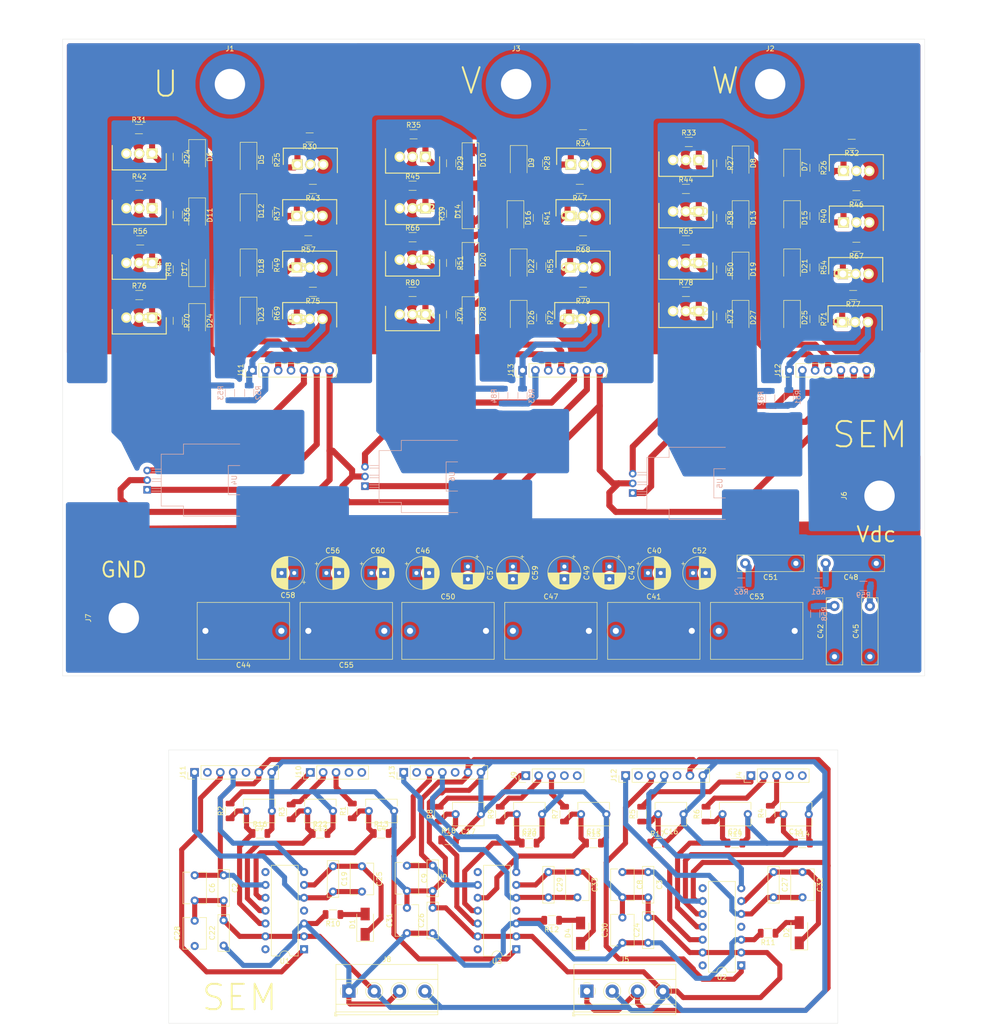
<source format=kicad_pcb>
(kicad_pcb (version 20171130) (host pcbnew "(5.1.10)-1")
  (layers (0 F.Cu signal) (31 B.Cu signal) (34 B.Paste user) (35 F.Paste user) (36 B.SilkS user) (37 F.SilkS user) (38 B.Mask user) (39 F.Mask user) (44 Edge.Cuts user))
  (net 0 "")
  (net 1 +5V)
  (net 2 /PHASE_U)
  (net 3 GND)
  (net 4 VDC)
  (net 5 "Net-(D5-Pad2)")
  (net 6 "Net-(D6-Pad2)")
  (net 7 "Net-(D7-Pad2)")
  (net 8 "Net-(D8-Pad2)")
  (net 9 "Net-(D9-Pad2)")
  (net 10 "Net-(D10-Pad2)")
  (net 11 "Net-(D11-Pad2)")
  (net 12 "Net-(D12-Pad2)")
  (net 13 "Net-(D13-Pad2)")
  (net 14 "Net-(D14-Pad2)")
  (net 15 "Net-(D15-Pad2)")
  (net 16 "Net-(D16-Pad2)")
  (net 17 "Net-(D17-Pad2)")
  (net 18 "Net-(D18-Pad2)")
  (net 19 "Net-(D19-Pad2)")
  (net 20 "Net-(D20-Pad2)")
  (net 21 "Net-(D21-Pad2)")
  (net 22 "Net-(D22-Pad2)")
  (net 23 "Net-(D23-Pad2)")
  (net 24 "Net-(D24-Pad2)")
  (net 25 "Net-(D25-Pad2)")
  (net 26 "Net-(D26-Pad2)")
  (net 27 "Net-(D27-Pad2)")
  (net 28 "Net-(D28-Pad2)")
  (net 29 /GND_U)
  (net 30 /PHASE_W)
  (net 31 /PHASE_V)
  (net 32 /U_USENSE)
  (net 33 /W_USENSE)
  (net 34 /V_USENSE)
  (net 35 /U_ISENSE)
  (net 36 /W_ISENSE)
  (net 37 /V_ISENSE)
  (net 38 GND1)
  (net 39 /HIGH_GATE_U)
  (net 40 /LOW_GATE_U)
  (net 41 /HIGH_GATE_V)
  (net 42 /GND_W)
  (net 43 /GND_V)
  (net 44 /HIGH_GATE_W)
  (net 45 /LOW_GATE_V)
  (net 46 /LOW_GATE_W)
  (net 47 "Net-(C42-Pad2)")
  (net 48 "Net-(C45-Pad2)")
  (net 49 "Net-(C48-Pad2)")
  (net 50 "Net-(C51-Pad2)")
  (net 51 "Net-(C4-Pad2)")
  (net 52 "Net-(C7-Pad2)")
  (net 53 "Net-(C11-Pad2)")
  (net 54 "Net-(C12-Pad2)")
  (net 55 "Net-(C13-Pad2)")
  (net 56 "Net-(C16-Pad2)")
  (net 57 "Net-(C17-Pad2)")
  (net 58 /VBOOT_U)
  (net 59 "Net-(C21-Pad2)")
  (net 60 +12V)
  (net 61 "Net-(C23-Pad2)")
  (net 62 /VBOOT_W)
  (net 63 /VBOOT_V)
  (net 64 "Net-(D1-Pad2)")
  (net 65 "Net-(D2-Pad2)")
  (net 66 "Net-(D4-Pad2)")
  (net 67 /W_LOW)
  (net 68 /W_DIS)
  (net 69 /W_HIGH)
  (net 70 "Net-(J4-Pad4)")
  (net 71 "Net-(J4-Pad5)")
  (net 72 /V_LOW)
  (net 73 /V_DIS)
  (net 74 /V_HIGH)
  (net 75 "Net-(J9-Pad4)")
  (net 76 "Net-(J9-Pad5)")
  (net 77 "Net-(J10-Pad5)")
  (net 78 "Net-(J10-Pad4)")
  (net 79 /U_HIGH)
  (net 80 /U_DIS)
  (net 81 /U_LOW)
  (net 82 "Net-(U1-Pad14)")
  (net 83 "Net-(U1-Pad4)")
  (net 84 "Net-(U1-Pad8)")
  (net 85 "Net-(U2-Pad8)")
  (net 86 "Net-(U2-Pad4)")
  (net 87 "Net-(U2-Pad14)")
  (net 88 "Net-(U3-Pad8)")
  (net 89 "Net-(U3-Pad4)")
  (net 90 "Net-(U3-Pad14)")
  (module Resistor_SMD:R_1206_3216Metric (layer B.Cu) (at 173.355 136.3325 90)
    (fp_text reference R58 (at 0 1.82 90) (layer B.SilkS) (effects (justify mirror)))
    (fp_text value 1R)
    (pad 2 smd roundrect (at 1.4625 0 90) (size 1.125 1.75) (layers B.Cu B.Paste B.Mask) (roundrect_rratio 0.2222195555555556) (net 47 "Net-(C42-Pad2)"))
    (pad 1 smd roundrect (at -1.4625 0 90) (size 1.125 1.75) (layers B.Cu B.Paste B.Mask) (roundrect_rratio 0.2222195555555556) (net 3 GND))
  )
  (module IRF3710:TO254P483X1016X1994-3P (layer F.Cu) (at 178.943 59.055)
    (fp_text reference Q9 (at 0 0) (layer F.SilkS) (effects (font (size 1.27 1.27) (thickness 0.254))))
    (fp_text value IRF13710 hide)
    (pad 3 thru_hole circle (at 5.08 0 90) (size 2.07 2.07) (drill 1.38) (layers *.Cu *.Mask F.SilkS) (net 30 /PHASE_W))
    (pad 2 thru_hole circle (at 2.54 0 90) (size 2.07 2.07) (drill 1.38) (layers *.Cu *.Mask F.SilkS) (net 4 VDC))
    (pad 1 thru_hole rect (at 0 0 90) (size 2.07 2.07) (drill 1.38) (layers *.Cu *.Mask F.SilkS) (net 15 "Net-(D15-Pad2)"))
  )
  (module IRF3710:TO254P483X1016X1994-3P (layer F.Cu) (at 70.993 67.945)
    (fp_text reference Q13 (at 0 0) (layer F.SilkS) (effects (font (size 1.27 1.27) (thickness 0.254))))
    (fp_text value IRF13710 hide)
    (pad 3 thru_hole circle (at 5.08 0 90) (size 2.07 2.07) (drill 1.38) (layers *.Cu *.Mask F.SilkS) (net 2 /PHASE_U))
    (pad 2 thru_hole circle (at 2.54 0 90) (size 2.07 2.07) (drill 1.38) (layers *.Cu *.Mask F.SilkS) (net 4 VDC))
    (pad 1 thru_hole rect (at 0 0 90) (size 2.07 2.07) (drill 1.38) (layers *.Cu *.Mask F.SilkS) (net 18 "Net-(D18-Pad2)"))
  )
  (module Diode_SMD:D_SMA (layer F.Cu) (at 114.173 58.166 270)
    (fp_text reference D16 (at 0 -2.5 90) (layer F.SilkS))
    (fp_text value UF5401)
    (pad 2 smd rect (at 2 0 270) (size 2.5 1.8) (layers F.Cu F.Paste F.Mask) (net 16 "Net-(D16-Pad2)"))
    (pad 1 smd rect (at -2 0 270) (size 2.5 1.8) (layers F.Cu F.Paste F.Mask) (net 41 /HIGH_GATE_V))
  )
  (module Capacitor_THT:C_Rect_L13.0mm_W3.0mm_P10.00mm_FKS3_FKP3_MKS4 (layer F.Cu) (at 177.165 144.78 90)
    (fp_text reference C42 (at 5 -2.75 90) (layer F.SilkS))
    (fp_text value C1206C105K1RACTU)
    (pad 2 thru_hole circle (at 10 0 90) (size 2 2) (drill 1) (layers *.Cu *.Mask) (net 47 "Net-(C42-Pad2)"))
    (pad 1 thru_hole circle (at 0 0 90) (size 2 2) (drill 1) (layers *.Cu *.Mask) (net 4 VDC))
  )
  (module IRF3710:TO254P483X1016X1994-3P (layer F.Cu) (at 71.12 47.625)
    (fp_text reference Q1 (at 0 0) (layer F.SilkS) (effects (font (size 1.27 1.27) (thickness 0.254))))
    (fp_text value IRF13710 hide)
    (pad 3 thru_hole circle (at 5.08 0 90) (size 2.07 2.07) (drill 1.38) (layers *.Cu *.Mask F.SilkS) (net 2 /PHASE_U))
    (pad 2 thru_hole circle (at 2.54 0 90) (size 2.07 2.07) (drill 1.38) (layers *.Cu *.Mask F.SilkS) (net 4 VDC))
    (pad 1 thru_hole rect (at 0 0 90) (size 2.07 2.07) (drill 1.38) (layers *.Cu *.Mask F.SilkS) (net 5 "Net-(D5-Pad2)"))
  )
  (module Connector_PinHeader_2.54mm:PinHeader_1x07_P2.54mm_Vertical (layer F.Cu) (at 62.23 88.265 90)
    (fp_text reference J11 (at 0 -2.33 90) (layer F.SilkS))
    (fp_text value Conn_01x07)
    (pad 7 thru_hole oval (at 0 15.24 90) (size 1.7 1.7) (drill 1) (layers *.Cu *.Mask) (net 38 GND1))
    (pad 6 thru_hole oval (at 0 12.7 90) (size 1.7 1.7) (drill 1) (layers *.Cu *.Mask) (net 1 +5V))
    (pad 5 thru_hole oval (at 0 10.16 90) (size 1.7 1.7) (drill 1) (layers *.Cu *.Mask) (net 35 /U_ISENSE))
    (pad 4 thru_hole oval (at 0 7.62 90) (size 1.7 1.7) (drill 1) (layers *.Cu *.Mask) (net 39 /HIGH_GATE_U))
    (pad 3 thru_hole oval (at 0 5.08 90) (size 1.7 1.7) (drill 1) (layers *.Cu *.Mask) (net 40 /LOW_GATE_U))
    (pad 2 thru_hole oval (at 0 2.54 90) (size 1.7 1.7) (drill 1) (layers *.Cu *.Mask) (net 32 /U_USENSE))
    (pad 1 thru_hole rect (at 0 0 90) (size 1.7 1.7) (drill 1) (layers *.Cu *.Mask) (net 2 /PHASE_U))
  )
  (module Resistor_SMD:R_1206_3216Metric (layer F.Cu) (at 147.828 62.611)
    (fp_text reference R65 (at 0 -1.82) (layer F.SilkS))
    (fp_text value 1K)
    (pad 2 smd roundrect (at 1.4625 0) (size 1.125 1.75) (layers F.Cu F.Paste F.Mask) (roundrect_rratio 0.2222195555555556) (net 19 "Net-(D19-Pad2)"))
    (pad 1 smd roundrect (at -1.4625 0) (size 1.125 1.75) (layers F.Cu F.Paste F.Mask) (roundrect_rratio 0.2222195555555556) (net 42 /GND_W))
  )
  (module IRF3710:TO254P483X1016X1994-3P (layer F.Cu) (at 70.993 57.785)
    (fp_text reference Q7 (at 0 0) (layer F.SilkS) (effects (font (size 1.27 1.27) (thickness 0.254))))
    (fp_text value IRF13710 hide)
    (pad 3 thru_hole circle (at 5.08 0 90) (size 2.07 2.07) (drill 1.38) (layers *.Cu *.Mask F.SilkS) (net 2 /PHASE_U))
    (pad 2 thru_hole circle (at 2.54 0 90) (size 2.07 2.07) (drill 1.38) (layers *.Cu *.Mask F.SilkS) (net 4 VDC))
    (pad 1 thru_hole rect (at 0 0 90) (size 2.07 2.07) (drill 1.38) (layers *.Cu *.Mask F.SilkS) (net 12 "Net-(D12-Pad2)"))
  )
  (module IRF3710:TO254P483X1016X1994-3P (layer F.Cu) (at 96.393 56.261 180)
    (fp_text reference Q12 (at 0 0) (layer F.SilkS) (effects (font (size 1.27 1.27) (thickness 0.254))))
    (fp_text value IRF13710 hide)
    (pad 3 thru_hole circle (at 5.08 0 270) (size 2.07 2.07) (drill 1.38) (layers *.Cu *.Mask F.SilkS) (net 43 /GND_V))
    (pad 2 thru_hole circle (at 2.54 0 270) (size 2.07 2.07) (drill 1.38) (layers *.Cu *.Mask F.SilkS) (net 31 /PHASE_V))
    (pad 1 thru_hole rect (at 0 0 270) (size 2.07 2.07) (drill 1.38) (layers *.Cu *.Mask F.SilkS) (net 14 "Net-(D14-Pad2)"))
  )
  (module Resistor_SMD:R_1206_3216Metric (layer F.Cu) (at 93.853 51.816)
    (fp_text reference R45 (at 0 -1.82) (layer F.SilkS))
    (fp_text value 1K)
    (pad 2 smd roundrect (at 1.4625 0) (size 1.125 1.75) (layers F.Cu F.Paste F.Mask) (roundrect_rratio 0.2222195555555556) (net 14 "Net-(D14-Pad2)"))
    (pad 1 smd roundrect (at -1.4625 0) (size 1.125 1.75) (layers F.Cu F.Paste F.Mask) (roundrect_rratio 0.2222195555555556) (net 43 /GND_V))
  )
  (module IRF3710:TO254P483X1016X1994-3P (layer F.Cu) (at 42.418 56.261 180)
    (fp_text reference Q8 (at 0 0) (layer F.SilkS) (effects (font (size 1.27 1.27) (thickness 0.254))))
    (fp_text value IRF13710 hide)
    (pad 3 thru_hole circle (at 5.08 0 270) (size 2.07 2.07) (drill 1.38) (layers *.Cu *.Mask F.SilkS) (net 29 /GND_U))
    (pad 2 thru_hole circle (at 2.54 0 270) (size 2.07 2.07) (drill 1.38) (layers *.Cu *.Mask F.SilkS) (net 2 /PHASE_U))
    (pad 1 thru_hole rect (at 0 0 270) (size 2.07 2.07) (drill 1.38) (layers *.Cu *.Mask F.SilkS) (net 11 "Net-(D11-Pad2)"))
  )
  (module Resistor_SMD:R_1206_3216Metric (layer F.Cu) (at 73.2555 62.611 180)
    (fp_text reference R57 (at 0 -1.82) (layer F.SilkS))
    (fp_text value 1K)
    (pad 2 smd roundrect (at 1.4625 0 180) (size 1.125 1.75) (layers F.Cu F.Paste F.Mask) (roundrect_rratio 0.2222195555555556) (net 18 "Net-(D18-Pad2)"))
    (pad 1 smd roundrect (at -1.4625 0 180) (size 1.125 1.75) (layers F.Cu F.Paste F.Mask) (roundrect_rratio 0.2222195555555556) (net 2 /PHASE_U))
  )
  (module IRF3710:TO254P483X1016X1994-3P (layer F.Cu) (at 178.943 48.895)
    (fp_text reference Q3 (at 0 0) (layer F.SilkS) (effects (font (size 1.27 1.27) (thickness 0.254))))
    (fp_text value IRF13710 hide)
    (pad 3 thru_hole circle (at 5.08 0 90) (size 2.07 2.07) (drill 1.38) (layers *.Cu *.Mask F.SilkS) (net 30 /PHASE_W))
    (pad 2 thru_hole circle (at 2.54 0 90) (size 2.07 2.07) (drill 1.38) (layers *.Cu *.Mask F.SilkS) (net 4 VDC))
    (pad 1 thru_hole rect (at 0 0 90) (size 2.07 2.07) (drill 1.38) (layers *.Cu *.Mask F.SilkS) (net 7 "Net-(D7-Pad2)"))
  )
  (module IRF3710:TO254P483X1016X1994-3P (layer F.Cu) (at 125.095 47.625)
    (fp_text reference Q5 (at 0 0) (layer F.SilkS) (effects (font (size 1.27 1.27) (thickness 0.254))))
    (fp_text value IRF13710 hide)
    (pad 3 thru_hole circle (at 5.08 0 90) (size 2.07 2.07) (drill 1.38) (layers *.Cu *.Mask F.SilkS) (net 31 /PHASE_V))
    (pad 2 thru_hole circle (at 2.54 0 90) (size 2.07 2.07) (drill 1.38) (layers *.Cu *.Mask F.SilkS) (net 4 VDC))
    (pad 1 thru_hole rect (at 0 0 90) (size 2.07 2.07) (drill 1.38) (layers *.Cu *.Mask F.SilkS) (net 9 "Net-(D9-Pad2)"))
  )
  (module Resistor_SMD:R_1206_3216Metric (layer F.Cu) (at 126.873 52.451 180)
    (fp_text reference R47 (at 0 -1.82) (layer F.SilkS))
    (fp_text value 1K)
    (pad 2 smd roundrect (at 1.4625 0 180) (size 1.125 1.75) (layers F.Cu F.Paste F.Mask) (roundrect_rratio 0.2222195555555556) (net 16 "Net-(D16-Pad2)"))
    (pad 1 smd roundrect (at -1.4625 0 180) (size 1.125 1.75) (layers F.Cu F.Paste F.Mask) (roundrect_rratio 0.2222195555555556) (net 31 /PHASE_V))
  )
  (module Resistor_SMD:R_1206_3216Metric (layer F.Cu) (at 47.498 78.486 270)
    (fp_text reference R70 (at 0 -1.82 90) (layer F.SilkS))
    (fp_text value 10R)
    (pad 2 smd roundrect (at 1.4625 0 270) (size 1.125 1.75) (layers F.Cu F.Paste F.Mask) (roundrect_rratio 0.2222195555555556) (net 24 "Net-(D24-Pad2)"))
    (pad 1 smd roundrect (at -1.4625 0 270) (size 1.125 1.75) (layers F.Cu F.Paste F.Mask) (roundrect_rratio 0.2222195555555556) (net 40 /LOW_GATE_U))
  )
  (module Resistor_SMD:R_1206_3216Metric (layer F.Cu) (at 173.228 57.809 270)
    (fp_text reference R40 (at 0 -1.82 90) (layer F.SilkS))
    (fp_text value 10R)
    (pad 2 smd roundrect (at 1.4625 0 270) (size 1.125 1.75) (layers F.Cu F.Paste F.Mask) (roundrect_rratio 0.2222195555555556) (net 15 "Net-(D15-Pad2)"))
    (pad 1 smd roundrect (at -1.4625 0 270) (size 1.125 1.75) (layers F.Cu F.Paste F.Mask) (roundrect_rratio 0.2222195555555556) (net 44 /HIGH_GATE_W))
  )
  (module Resistor_SMD:R_1206_3216Metric (layer F.Cu) (at 154.813 68.326 270)
    (fp_text reference R50 (at 0 -1.82 90) (layer F.SilkS))
    (fp_text value 10R)
    (pad 2 smd roundrect (at 1.4625 0 270) (size 1.125 1.75) (layers F.Cu F.Paste F.Mask) (roundrect_rratio 0.2222195555555556) (net 19 "Net-(D19-Pad2)"))
    (pad 1 smd roundrect (at -1.4625 0 270) (size 1.125 1.75) (layers F.Cu F.Paste F.Mask) (roundrect_rratio 0.2222195555555556) (net 46 /LOW_GATE_W))
  )
  (module Resistor_SMD:R_1206_3216Metric (layer F.Cu) (at 93.853 61.976)
    (fp_text reference R66 (at 0 -1.82) (layer F.SilkS))
    (fp_text value 1K)
    (pad 2 smd roundrect (at 1.4625 0) (size 1.125 1.75) (layers F.Cu F.Paste F.Mask) (roundrect_rratio 0.2222195555555556) (net 20 "Net-(D20-Pad2)"))
    (pad 1 smd roundrect (at -1.4625 0) (size 1.125 1.75) (layers F.Cu F.Paste F.Mask) (roundrect_rratio 0.2222195555555556) (net 43 /GND_V))
  )
  (module Diode_SMD:D_SMA (layer F.Cu) (at 168.783 58.166 270)
    (fp_text reference D15 (at 0 -2.5 90) (layer F.SilkS))
    (fp_text value UF5401)
    (pad 2 smd rect (at 2 0 270) (size 2.5 1.8) (layers F.Cu F.Paste F.Mask) (net 15 "Net-(D15-Pad2)"))
    (pad 1 smd rect (at -2 0 270) (size 2.5 1.8) (layers F.Cu F.Paste F.Mask) (net 44 /HIGH_GATE_W))
  )
  (module Resistor_SMD:R_1206_3216Metric (layer F.Cu) (at 40.0705 62.611)
    (fp_text reference R56 (at 0 -1.82) (layer F.SilkS))
    (fp_text value 1K)
    (pad 2 smd roundrect (at 1.4625 0) (size 1.125 1.75) (layers F.Cu F.Paste F.Mask) (roundrect_rratio 0.2222195555555556) (net 17 "Net-(D17-Pad2)"))
    (pad 1 smd roundrect (at -1.4625 0) (size 1.125 1.75) (layers F.Cu F.Paste F.Mask) (roundrect_rratio 0.2222195555555556) (net 29 /GND_U))
  )
  (module IRF3710:TO254P483X1016X1994-3P (layer F.Cu) (at 124.714 78.105)
    (fp_text reference Q23 (at 0 0) (layer F.SilkS) (effects (font (size 1.27 1.27) (thickness 0.254))))
    (fp_text value IRF13710 hide)
    (pad 3 thru_hole circle (at 5.08 0 90) (size 2.07 2.07) (drill 1.38) (layers *.Cu *.Mask F.SilkS) (net 31 /PHASE_V))
    (pad 2 thru_hole circle (at 2.54 0 90) (size 2.07 2.07) (drill 1.38) (layers *.Cu *.Mask F.SilkS) (net 4 VDC))
    (pad 1 thru_hole rect (at 0 0 90) (size 2.07 2.07) (drill 1.38) (layers *.Cu *.Mask F.SilkS) (net 26 "Net-(D26-Pad2)"))
  )
  (module Diode_SMD:D_SMA (layer F.Cu) (at 51.308 46.101 270)
    (fp_text reference D6 (at 0 -2.5 90) (layer F.SilkS))
    (fp_text value UF5401)
    (pad 2 smd rect (at 2 0 270) (size 2.5 1.8) (layers F.Cu F.Paste F.Mask) (net 6 "Net-(D6-Pad2)"))
    (pad 1 smd rect (at -2 0 270) (size 2.5 1.8) (layers F.Cu F.Paste F.Mask) (net 40 /LOW_GATE_U))
  )
  (module Diode_SMD:D_SMA (layer F.Cu) (at 105.283 46.736 270)
    (fp_text reference D10 (at 0 -2.5 90) (layer F.SilkS))
    (fp_text value UF5401)
    (pad 2 smd rect (at 2 0 270) (size 2.5 1.8) (layers F.Cu F.Paste F.Mask) (net 10 "Net-(D10-Pad2)"))
    (pad 1 smd rect (at -2 0 270) (size 2.5 1.8) (layers F.Cu F.Paste F.Mask) (net 45 /LOW_GATE_V))
  )
  (module Resistor_SMD:R_1206_3216Metric (layer F.Cu) (at 65.278 67.4985 270)
    (fp_text reference R49 (at 0 -1.82 90) (layer F.SilkS))
    (fp_text value 10R)
    (pad 2 smd roundrect (at 1.4625 0 270) (size 1.125 1.75) (layers F.Cu F.Paste F.Mask) (roundrect_rratio 0.2222195555555556) (net 18 "Net-(D18-Pad2)"))
    (pad 1 smd roundrect (at -1.4625 0 270) (size 1.125 1.75) (layers F.Cu F.Paste F.Mask) (roundrect_rratio 0.2222195555555556) (net 39 /HIGH_GATE_U))
  )
  (module IRF3710:TO254P483X1016X1994-3P (layer F.Cu) (at 178.816 69.215)
    (fp_text reference Q15 (at 0 0) (layer F.SilkS) (effects (font (size 1.27 1.27) (thickness 0.254))))
    (fp_text value IRF13710 hide)
    (pad 3 thru_hole circle (at 5.08 0 90) (size 2.07 2.07) (drill 1.38) (layers *.Cu *.Mask F.SilkS) (net 30 /PHASE_W))
    (pad 2 thru_hole circle (at 2.54 0 90) (size 2.07 2.07) (drill 1.38) (layers *.Cu *.Mask F.SilkS) (net 4 VDC))
    (pad 1 thru_hole rect (at 0 0 90) (size 2.07 2.07) (drill 1.38) (layers *.Cu *.Mask F.SilkS) (net 21 "Net-(D21-Pad2)"))
  )
  (module Resistor_SMD:R_1206_3216Metric (layer F.Cu) (at 173.228 67.968 270)
    (fp_text reference R54 (at 0 -1.82 90) (layer F.SilkS))
    (fp_text value 10R)
    (pad 2 smd roundrect (at 1.4625 0 270) (size 1.125 1.75) (layers F.Cu F.Paste F.Mask) (roundrect_rratio 0.2222195555555556) (net 21 "Net-(D21-Pad2)"))
    (pad 1 smd roundrect (at -1.4625 0 270) (size 1.125 1.75) (layers F.Cu F.Paste F.Mask) (roundrect_rratio 0.2222195555555556) (net 44 /HIGH_GATE_W))
  )
  (module Diode_SMD:D_SMA (layer F.Cu) (at 51.308 78.486 270)
    (fp_text reference D24 (at 0 -2.5 90) (layer F.SilkS))
    (fp_text value UF5401)
    (pad 2 smd rect (at 2 0 270) (size 2.5 1.8) (layers F.Cu F.Paste F.Mask) (net 24 "Net-(D24-Pad2)"))
    (pad 1 smd rect (at -2 0 270) (size 2.5 1.8) (layers F.Cu F.Paste F.Mask) (net 40 /LOW_GATE_U))
  )
  (module Diode_SMD:D_SMA (layer F.Cu) (at 105.283 77.121 270)
    (fp_text reference D28 (at 0 -2.5 90) (layer F.SilkS))
    (fp_text value UF5401)
    (pad 2 smd rect (at 2 0 270) (size 2.5 1.8) (layers F.Cu F.Paste F.Mask) (net 28 "Net-(D28-Pad2)"))
    (pad 1 smd rect (at -2 0 270) (size 2.5 1.8) (layers F.Cu F.Paste F.Mask) (net 45 /LOW_GATE_V))
  )
  (module Resistor_SMD:R_1206_3216Metric (layer F.Cu) (at 47.498 68.326 90)
    (fp_text reference R48 (at 0 -1.82 90) (layer F.SilkS))
    (fp_text value 10R)
    (pad 2 smd roundrect (at 1.4625 0 90) (size 1.125 1.75) (layers F.Cu F.Paste F.Mask) (roundrect_rratio 0.2222195555555556) (net 17 "Net-(D17-Pad2)"))
    (pad 1 smd roundrect (at -1.4625 0 90) (size 1.125 1.75) (layers F.Cu F.Paste F.Mask) (roundrect_rratio 0.2222195555555556) (net 40 /LOW_GATE_U))
  )
  (module Resistor_SMD:R_1206_3216Metric (layer F.Cu) (at 101.473 67.056 270)
    (fp_text reference R51 (at 0 -1.82 90) (layer F.SilkS))
    (fp_text value 10R)
    (pad 2 smd roundrect (at 1.4625 0 270) (size 1.125 1.75) (layers F.Cu F.Paste F.Mask) (roundrect_rratio 0.2222195555555556) (net 20 "Net-(D20-Pad2)"))
    (pad 1 smd roundrect (at -1.4625 0 270) (size 1.125 1.75) (layers F.Cu F.Paste F.Mask) (roundrect_rratio 0.2222195555555556) (net 45 /LOW_GATE_V))
  )
  (module Resistor_SMD:R_1206_3216Metric (layer F.Cu) (at 119.253 67.691 270)
    (fp_text reference R55 (at 0 -1.82 90) (layer F.SilkS))
    (fp_text value 10R)
    (pad 2 smd roundrect (at 1.4625 0 270) (size 1.125 1.75) (layers F.Cu F.Paste F.Mask) (roundrect_rratio 0.2222195555555556) (net 22 "Net-(D22-Pad2)"))
    (pad 1 smd roundrect (at -1.4625 0 270) (size 1.125 1.75) (layers F.Cu F.Paste F.Mask) (roundrect_rratio 0.2222195555555556) (net 41 /HIGH_GATE_V))
  )
  (module Connector_PinHeader_2.54mm:PinHeader_1x07_P2.54mm_Vertical (layer F.Cu) (at 168.275 88.265 90)
    (fp_text reference J12 (at 0 -2.33 90) (layer F.SilkS))
    (fp_text value Conn_01x07)
    (pad 1 thru_hole rect (at 0 0 90) (size 1.7 1.7) (drill 1) (layers *.Cu *.Mask) (net 30 /PHASE_W))
    (pad 2 thru_hole oval (at 0 2.54 90) (size 1.7 1.7) (drill 1) (layers *.Cu *.Mask) (net 33 /W_USENSE))
    (pad 3 thru_hole oval (at 0 5.08 90) (size 1.7 1.7) (drill 1) (layers *.Cu *.Mask) (net 46 /LOW_GATE_W))
    (pad 4 thru_hole oval (at 0 7.62 90) (size 1.7 1.7) (drill 1) (layers *.Cu *.Mask) (net 44 /HIGH_GATE_W))
    (pad 5 thru_hole oval (at 0 10.16 90) (size 1.7 1.7) (drill 1) (layers *.Cu *.Mask) (net 36 /W_ISENSE))
    (pad 6 thru_hole oval (at 0 12.7 90) (size 1.7 1.7) (drill 1) (layers *.Cu *.Mask) (net 1 +5V))
    (pad 7 thru_hole oval (at 0 15.24 90) (size 1.7 1.7) (drill 1) (layers *.Cu *.Mask) (net 38 GND1))
  )
  (module Resistor_SMD:R_1206_3216Metric (layer F.Cu) (at 47.498 57.531 270)
    (fp_text reference R36 (at 0 -1.82 90) (layer F.SilkS))
    (fp_text value 10R)
    (pad 2 smd roundrect (at 1.4625 0 270) (size 1.125 1.75) (layers F.Cu F.Paste F.Mask) (roundrect_rratio 0.2222195555555556) (net 11 "Net-(D11-Pad2)"))
    (pad 1 smd roundrect (at -1.4625 0 270) (size 1.125 1.75) (layers F.Cu F.Paste F.Mask) (roundrect_rratio 0.2222195555555556) (net 40 /LOW_GATE_U))
  )
  (module Resistor_SMD:R_1206_3216Metric (layer F.Cu) (at 127.508 62.611 180)
    (fp_text reference R68 (at 0 -1.82) (layer F.SilkS))
    (fp_text value 1K)
    (pad 2 smd roundrect (at 1.4625 0 180) (size 1.125 1.75) (layers F.Cu F.Paste F.Mask) (roundrect_rratio 0.2222195555555556) (net 22 "Net-(D22-Pad2)"))
    (pad 1 smd roundrect (at -1.4625 0 180) (size 1.125 1.75) (layers F.Cu F.Paste F.Mask) (roundrect_rratio 0.2222195555555556) (net 31 /PHASE_V))
  )
  (module Resistor_SMD:R_1206_3216Metric (layer F.Cu) (at 47.498 46.101 270)
    (fp_text reference R24 (at 0 -1.82 90) (layer F.SilkS))
    (fp_text value 10R)
    (pad 2 smd roundrect (at 1.4625 0 270) (size 1.125 1.75) (layers F.Cu F.Paste F.Mask) (roundrect_rratio 0.2222195555555556) (net 6 "Net-(D6-Pad2)"))
    (pad 1 smd roundrect (at -1.4625 0 270) (size 1.125 1.75) (layers F.Cu F.Paste F.Mask) (roundrect_rratio 0.2222195555555556) (net 40 /LOW_GATE_U))
  )
  (module Capacitor_THT:C_Rect_L18.0mm_W11.0mm_P15.00mm_FKS3_FKP3 (layer F.Cu) (at 133.985 139.7)
    (fp_text reference C41 (at 7.5 -6.75) (layer F.SilkS))
    (fp_text value F611BY685K100A)
    (pad 2 thru_hole circle (at 15 0) (size 2.4 2.4) (drill 1.2) (layers *.Cu *.Mask) (net 3 GND))
    (pad 1 thru_hole circle (at 0 0) (size 2.4 2.4) (drill 1.2) (layers *.Cu *.Mask) (net 4 VDC))
  )
  (module MountingHole:MountingHole_6mm_Pad_TopBottom (layer F.Cu) (at 114.3 31.75)
    (fp_text reference J3 (at 0 -7) (layer F.SilkS))
    (fp_text value "PHASE WIRE")
    (pad 1 connect circle (at 0 0) (size 12 12) (layers B.Cu B.Mask) (net 31 /PHASE_V))
    (pad 1 connect circle (at 0 0) (size 12 12) (layers F.Cu F.Mask) (net 31 /PHASE_V))
    (pad 1 thru_hole circle (at 0 0) (size 6.4 6.4) (drill 6) (layers *.Cu *.Mask) (net 31 /PHASE_V))
  )
  (module MountingHole:MountingHole_6mm_Pad_TopBottom (layer F.Cu) (at 36.83 137.16 90)
    (fp_text reference J7 (at 0 -7 90) (layer F.SilkS))
    (fp_text value IN-)
    (pad 1 connect circle (at 0 0 90) (size 12 12) (layers B.Cu B.Mask) (net 3 GND))
    (pad 1 connect circle (at 0 0 90) (size 12 12) (layers F.Cu F.Mask) (net 3 GND))
    (pad 1 thru_hole circle (at 0 0 90) (size 6.4 6.4) (drill 6) (layers *.Cu *.Mask) (net 3 GND))
  )
  (module Capacitor_THT:CP_Radial_D6.3mm_P2.50mm (layer F.Cu) (at 113.665 127 270)
    (fp_text reference C59 (at 1.25 -4.4 90) (layer F.SilkS))
    (fp_text value B41858D9337M000)
    (pad 2 thru_hole circle (at 2.5 0 270) (size 1.6 1.6) (drill 0.8) (layers *.Cu *.Mask) (net 3 GND))
    (pad 1 thru_hole rect (at 0 0 270) (size 1.6 1.6) (drill 0.8) (layers *.Cu *.Mask) (net 4 VDC))
  )
  (module Resistor_SMD:R_1206_3216Metric (layer F.Cu) (at 118.618 47.371 270)
    (fp_text reference R28 (at 0 -1.82 90) (layer F.SilkS))
    (fp_text value 10R)
    (pad 2 smd roundrect (at 1.4625 0 270) (size 1.125 1.75) (layers F.Cu F.Paste F.Mask) (roundrect_rratio 0.2222195555555556) (net 9 "Net-(D9-Pad2)"))
    (pad 1 smd roundrect (at -1.4625 0 270) (size 1.125 1.75) (layers F.Cu F.Paste F.Mask) (roundrect_rratio 0.2222195555555556) (net 41 /HIGH_GATE_V))
  )
  (module Diode_SMD:D_SMA (layer F.Cu) (at 168.783 77.851 270)
    (fp_text reference D25 (at 0 -2.5 90) (layer F.SilkS))
    (fp_text value UF5401)
    (pad 2 smd rect (at 2 0 270) (size 2.5 1.8) (layers F.Cu F.Paste F.Mask) (net 25 "Net-(D25-Pad2)"))
    (pad 1 smd rect (at -2 0 270) (size 2.5 1.8) (layers F.Cu F.Paste F.Mask) (net 44 /HIGH_GATE_W))
  )
  (module IRF3710:TO254P483X1016X1994-3P (layer F.Cu) (at 42.418 77.851 180)
    (fp_text reference Q20 (at 0 0) (layer F.SilkS) (effects (font (size 1.27 1.27) (thickness 0.254))))
    (fp_text value IRF13710 hide)
    (pad 3 thru_hole circle (at 5.08 0 270) (size 2.07 2.07) (drill 1.38) (layers *.Cu *.Mask F.SilkS) (net 29 /GND_U))
    (pad 2 thru_hole circle (at 2.54 0 270) (size 2.07 2.07) (drill 1.38) (layers *.Cu *.Mask F.SilkS) (net 2 /PHASE_U))
    (pad 1 thru_hole rect (at 0 0 270) (size 2.07 2.07) (drill 1.38) (layers *.Cu *.Mask F.SilkS) (net 24 "Net-(D24-Pad2)"))
  )
  (module Resistor_SMD:R_1206_3216Metric (layer B.Cu) (at 111.76 93.345 270)
    (fp_text reference R84 (at 0 1.82 90) (layer B.SilkS) (effects (justify mirror)))
    (fp_text value 3k24)
    (pad 2 smd roundrect (at 1.4625 0 270) (size 1.125 1.75) (layers B.Cu B.Paste B.Mask) (roundrect_rratio 0.2222195555555556) (net 34 /V_USENSE))
    (pad 1 smd roundrect (at -1.4625 0 270) (size 1.125 1.75) (layers B.Cu B.Paste B.Mask) (roundrect_rratio 0.2222195555555556) (net 43 /GND_V))
  )
  (module Capacitor_THT:C_Rect_L18.0mm_W11.0mm_P15.00mm_FKS3_FKP3 (layer F.Cu) (at 113.665 139.7)
    (fp_text reference C47 (at 7.5 -6.75) (layer F.SilkS))
    (fp_text value F611BY685K100A)
    (pad 2 thru_hole circle (at 15 0) (size 2.4 2.4) (drill 1.2) (layers *.Cu *.Mask) (net 3 GND))
    (pad 1 thru_hole circle (at 0 0) (size 2.4 2.4) (drill 1.2) (layers *.Cu *.Mask) (net 4 VDC))
  )
  (module IRF3710:TO254P483X1016X1994-3P (layer F.Cu) (at 70.993 78.105)
    (fp_text reference Q19 (at 0 0) (layer F.SilkS) (effects (font (size 1.27 1.27) (thickness 0.254))))
    (fp_text value IRF13710 hide)
    (pad 3 thru_hole circle (at 5.08 0 90) (size 2.07 2.07) (drill 1.38) (layers *.Cu *.Mask F.SilkS) (net 2 /PHASE_U))
    (pad 2 thru_hole circle (at 2.54 0 90) (size 2.07 2.07) (drill 1.38) (layers *.Cu *.Mask F.SilkS) (net 4 VDC))
    (pad 1 thru_hole rect (at 0 0 90) (size 2.07 2.07) (drill 1.38) (layers *.Cu *.Mask F.SilkS) (net 23 "Net-(D23-Pad2)"))
  )
  (module Resistor_SMD:R_1206_3216Metric (layer F.Cu) (at 154.813 58.166 270)
    (fp_text reference R38 (at 0 -1.82 90) (layer F.SilkS))
    (fp_text value 10R)
    (pad 2 smd roundrect (at 1.4625 0 270) (size 1.125 1.75) (layers F.Cu F.Paste F.Mask) (roundrect_rratio 0.2222195555555556) (net 13 "Net-(D13-Pad2)"))
    (pad 1 smd roundrect (at -1.4625 0 270) (size 1.125 1.75) (layers F.Cu F.Paste F.Mask) (roundrect_rratio 0.2222195555555556) (net 46 /LOW_GATE_W))
  )
  (module Resistor_SMD:R_1206_3216Metric (layer F.Cu) (at 127.508 41.656 180)
    (fp_text reference R34 (at 0 -1.82) (layer F.SilkS))
    (fp_text value 1K)
    (pad 2 smd roundrect (at 1.4625 0 180) (size 1.125 1.75) (layers F.Cu F.Paste F.Mask) (roundrect_rratio 0.2222195555555556) (net 9 "Net-(D9-Pad2)"))
    (pad 1 smd roundrect (at -1.4625 0 180) (size 1.125 1.75) (layers F.Cu F.Paste F.Mask) (roundrect_rratio 0.2222195555555556) (net 31 /PHASE_V))
  )
  (module Resistor_SMD:R_1206_3216Metric (layer F.Cu) (at 73.533 42.291 180)
    (fp_text reference R30 (at 0 -1.82) (layer F.SilkS))
    (fp_text value 1K)
    (pad 2 smd roundrect (at 1.4625 0 180) (size 1.125 1.75) (layers F.Cu F.Paste F.Mask) (roundrect_rratio 0.2222195555555556) (net 5 "Net-(D5-Pad2)"))
    (pad 1 smd roundrect (at -1.4625 0 180) (size 1.125 1.75) (layers F.Cu F.Paste F.Mask) (roundrect_rratio 0.2222195555555556) (net 2 /PHASE_U))
  )
  (module Capacitor_THT:CP_Radial_D6.3mm_P2.50mm (layer F.Cu) (at 132.715 127 270)
    (fp_text reference C43 (at 1.25 -4.4 90) (layer F.SilkS))
    (fp_text value B41858D9337M000)
    (pad 2 thru_hole circle (at 2.5 0 270) (size 1.6 1.6) (drill 0.8) (layers *.Cu *.Mask) (net 3 GND))
    (pad 1 thru_hole rect (at 0 0 270) (size 1.6 1.6) (drill 0.8) (layers *.Cu *.Mask) (net 4 VDC))
  )
  (module Resistor_SMD:R_1206_3216Metric (layer F.Cu) (at 74.168 52.451 180)
    (fp_text reference R43 (at 0 -1.82) (layer F.SilkS))
    (fp_text value 1K)
    (pad 2 smd roundrect (at 1.4625 0 180) (size 1.125 1.75) (layers F.Cu F.Paste F.Mask) (roundrect_rratio 0.2222195555555556) (net 12 "Net-(D12-Pad2)"))
    (pad 1 smd roundrect (at -1.4625 0 180) (size 1.125 1.75) (layers F.Cu F.Paste F.Mask) (roundrect_rratio 0.2222195555555556) (net 2 /PHASE_U))
  )
  (module Diode_SMD:D_SMA (layer F.Cu) (at 158.623 77.851 270)
    (fp_text reference D27 (at 0 -2.5 90) (layer F.SilkS))
    (fp_text value UF5401)
    (pad 2 smd rect (at 2 0 270) (size 2.5 1.8) (layers F.Cu F.Paste F.Mask) (net 27 "Net-(D27-Pad2)"))
    (pad 1 smd rect (at -2 0 270) (size 2.5 1.8) (layers F.Cu F.Paste F.Mask) (net 46 /LOW_GATE_W))
  )
  (module IRF3710:TO254P483X1016X1994-3P (layer F.Cu) (at 96.393 77.216 180)
    (fp_text reference Q24 (at 0 0) (layer F.SilkS) (effects (font (size 1.27 1.27) (thickness 0.254))))
    (fp_text value IRF13710 hide)
    (pad 3 thru_hole circle (at 5.08 0 270) (size 2.07 2.07) (drill 1.38) (layers *.Cu *.Mask F.SilkS) (net 43 /GND_V))
    (pad 2 thru_hole circle (at 2.54 0 270) (size 2.07 2.07) (drill 1.38) (layers *.Cu *.Mask F.SilkS) (net 31 /PHASE_V))
    (pad 1 thru_hole rect (at 0 0 270) (size 2.07 2.07) (drill 1.38) (layers *.Cu *.Mask F.SilkS) (net 28 "Net-(D28-Pad2)"))
  )
  (module Diode_SMD:D_SMA (layer F.Cu) (at 158.623 68.326 270)
    (fp_text reference D19 (at 0 -2.5 90) (layer F.SilkS))
    (fp_text value UF5401)
    (pad 2 smd rect (at 2 0 270) (size 2.5 1.8) (layers F.Cu F.Paste F.Mask) (net 19 "Net-(D19-Pad2)"))
    (pad 1 smd rect (at -2 0 270) (size 2.5 1.8) (layers F.Cu F.Paste F.Mask) (net 46 /LOW_GATE_W))
  )
  (module MountingHole:MountingHole_6mm_Pad_TopBottom (layer F.Cu) (at 164.465 31.75)
    (fp_text reference J2 (at 0 -7) (layer F.SilkS))
    (fp_text value "PHASE WIRE")
    (pad 1 connect circle (at 0 0) (size 12 12) (layers B.Cu B.Mask) (net 30 /PHASE_W))
    (pad 1 connect circle (at 0 0) (size 12 12) (layers F.Cu F.Mask) (net 30 /PHASE_W))
    (pad 1 thru_hole circle (at 0 0) (size 6.4 6.4) (drill 6) (layers *.Cu *.Mask) (net 30 /PHASE_W))
  )
  (module Capacitor_THT:CP_Radial_D6.3mm_P2.50mm (layer F.Cu) (at 76.835 128.27)
    (fp_text reference C56 (at 1.25 -4.4) (layer F.SilkS))
    (fp_text value B41858D9337M000)
    (pad 2 thru_hole circle (at 2.5 0) (size 1.6 1.6) (drill 0.8) (layers *.Cu *.Mask) (net 3 GND))
    (pad 1 thru_hole rect (at 0 0) (size 1.6 1.6) (drill 0.8) (layers *.Cu *.Mask) (net 4 VDC))
  )
  (module Resistor_SMD:R_1206_3216Metric (layer F.Cu) (at 101.473 57.339 90)
    (fp_text reference R39 (at 0 -1.82 90) (layer F.SilkS))
    (fp_text value 10R)
    (pad 2 smd roundrect (at 1.4625 0 90) (size 1.125 1.75) (layers F.Cu F.Paste F.Mask) (roundrect_rratio 0.2222195555555556) (net 14 "Net-(D14-Pad2)"))
    (pad 1 smd roundrect (at -1.4625 0 90) (size 1.125 1.75) (layers F.Cu F.Paste F.Mask) (roundrect_rratio 0.2222195555555556) (net 45 /LOW_GATE_V))
  )
  (module Resistor_SMD:R_1206_3216Metric (layer B.Cu) (at 173.99 130.175)
    (fp_text reference R61 (at 0 1.82) (layer B.SilkS) (effects (justify mirror)))
    (fp_text value 1R)
    (pad 2 smd roundrect (at 1.4625 0) (size 1.125 1.75) (layers B.Cu B.Paste B.Mask) (roundrect_rratio 0.2222195555555556) (net 49 "Net-(C48-Pad2)"))
    (pad 1 smd roundrect (at -1.4625 0) (size 1.125 1.75) (layers B.Cu B.Paste B.Mask) (roundrect_rratio 0.2222195555555556) (net 3 GND))
  )
  (module Resistor_SMD:R_1206_3216Metric (layer F.Cu) (at 39.878 51.816)
    (fp_text reference R42 (at 0 -1.82) (layer F.SilkS))
    (fp_text value 1K)
    (pad 2 smd roundrect (at 1.4625 0) (size 1.125 1.75) (layers F.Cu F.Paste F.Mask) (roundrect_rratio 0.2222195555555556) (net 11 "Net-(D11-Pad2)"))
    (pad 1 smd roundrect (at -1.4625 0) (size 1.125 1.75) (layers F.Cu F.Paste F.Mask) (roundrect_rratio 0.2222195555555556) (net 29 /GND_U))
  )
  (module Resistor_SMD:R_1206_3216Metric (layer F.Cu) (at 65.278 57.3385 270)
    (fp_text reference R37 (at 0 -1.82 90) (layer F.SilkS))
    (fp_text value 10R)
    (pad 2 smd roundrect (at 1.4625 0 270) (size 1.125 1.75) (layers F.Cu F.Paste F.Mask) (roundrect_rratio 0.2222195555555556) (net 12 "Net-(D12-Pad2)"))
    (pad 1 smd roundrect (at -1.4625 0 270) (size 1.125 1.75) (layers F.Cu F.Paste F.Mask) (roundrect_rratio 0.2222195555555556) (net 39 /HIGH_GATE_U))
  )
  (module IRF3710:TO254P483X1016X1994-3P (layer F.Cu) (at 150.368 67.056 180)
    (fp_text reference Q16 (at 0 0) (layer F.SilkS) (effects (font (size 1.27 1.27) (thickness 0.254))))
    (fp_text value IRF13710 hide)
    (pad 3 thru_hole circle (at 5.08 0 270) (size 2.07 2.07) (drill 1.38) (layers *.Cu *.Mask F.SilkS) (net 42 /GND_W))
    (pad 2 thru_hole circle (at 2.54 0 270) (size 2.07 2.07) (drill 1.38) (layers *.Cu *.Mask F.SilkS) (net 30 /PHASE_W))
    (pad 1 thru_hole rect (at 0 0 270) (size 2.07 2.07) (drill 1.38) (layers *.Cu *.Mask F.SilkS) (net 19 "Net-(D19-Pad2)"))
  )
  (module Capacitor_THT:C_Rect_L13.0mm_W3.0mm_P10.00mm_FKS3_FKP3_MKS4 (layer F.Cu) (at 169.545 126.365 180)
    (fp_text reference C51 (at 5 -2.75) (layer F.SilkS))
    (fp_text value C1206C105K1RACTU)
    (pad 2 thru_hole circle (at 10 0 180) (size 2 2) (drill 1) (layers *.Cu *.Mask) (net 50 "Net-(C51-Pad2)"))
    (pad 1 thru_hole circle (at 0 0 180) (size 2 2) (drill 1) (layers *.Cu *.Mask) (net 4 VDC))
  )
  (module Resistor_SMD:R_1206_3216Metric (layer B.Cu) (at 115.57 93.345 90)
    (fp_text reference R83 (at 0 1.82 90) (layer B.SilkS) (effects (justify mirror)))
    (fp_text value 150k)
    (pad 2 smd roundrect (at 1.4625 0 90) (size 1.125 1.75) (layers B.Cu B.Paste B.Mask) (roundrect_rratio 0.2222195555555556) (net 31 /PHASE_V))
    (pad 1 smd roundrect (at -1.4625 0 90) (size 1.125 1.75) (layers B.Cu B.Paste B.Mask) (roundrect_rratio 0.2222195555555556) (net 34 /V_USENSE))
  )
  (module Capacitor_THT:CP_Radial_D6.3mm_P2.50mm (layer F.Cu) (at 94.615 128.27)
    (fp_text reference C46 (at 1.25 -4.4) (layer F.SilkS))
    (fp_text value B41858D9337M000)
    (pad 2 thru_hole circle (at 2.5 0) (size 1.6 1.6) (drill 0.8) (layers *.Cu *.Mask) (net 3 GND))
    (pad 1 thru_hole rect (at 0 0) (size 1.6 1.6) (drill 0.8) (layers *.Cu *.Mask) (net 4 VDC))
  )
  (module Capacitor_THT:C_Rect_L18.0mm_W11.0mm_P15.00mm_FKS3_FKP3 (layer F.Cu) (at 67.945 139.7 180)
    (fp_text reference C44 (at 7.5 -6.75) (layer F.SilkS))
    (fp_text value F611BY685K100A)
    (pad 2 thru_hole circle (at 15 0 180) (size 2.4 2.4) (drill 1.2) (layers *.Cu *.Mask) (net 3 GND))
    (pad 1 thru_hole circle (at 0 0 180) (size 2.4 2.4) (drill 1.2) (layers *.Cu *.Mask) (net 4 VDC))
  )
  (module Resistor_SMD:R_1206_3216Metric (layer F.Cu) (at 181.483 53.721 180)
    (fp_text reference R46 (at 0 -1.82) (layer F.SilkS))
    (fp_text value 1K)
    (pad 2 smd roundrect (at 1.4625 0 180) (size 1.125 1.75) (layers F.Cu F.Paste F.Mask) (roundrect_rratio 0.2222195555555556) (net 15 "Net-(D15-Pad2)"))
    (pad 1 smd roundrect (at -1.4625 0 180) (size 1.125 1.75) (layers F.Cu F.Paste F.Mask) (roundrect_rratio 0.2222195555555556) (net 30 /PHASE_W))
  )
  (module Capacitor_THT:CP_Radial_D6.3mm_P2.50mm (layer F.Cu) (at 70.485 128.27 180)
    (fp_text reference C58 (at 1.25 -4.4) (layer F.SilkS))
    (fp_text value B41858D9337M000)
    (pad 2 thru_hole circle (at 2.5 0 180) (size 1.6 1.6) (drill 0.8) (layers *.Cu *.Mask) (net 3 GND))
    (pad 1 thru_hole rect (at 0 0 180) (size 1.6 1.6) (drill 0.8) (layers *.Cu *.Mask) (net 4 VDC))
  )
  (module Diode_SMD:D_SMA (layer F.Cu) (at 51.308 57.626 270)
    (fp_text reference D11 (at 0 -2.5 90) (layer F.SilkS))
    (fp_text value UF5401)
    (pad 2 smd rect (at 2 0 270) (size 2.5 1.8) (layers F.Cu F.Paste F.Mask) (net 11 "Net-(D11-Pad2)"))
    (pad 1 smd rect (at -2 0 270) (size 2.5 1.8) (layers F.Cu F.Paste F.Mask) (net 40 /LOW_GATE_U))
  )
  (module IRF3710:TO254P483X1016X1994-3P (layer F.Cu) (at 96.393 66.421 180)
    (fp_text reference Q18 (at 0 0) (layer F.SilkS) (effects (font (size 1.27 1.27) (thickness 0.254))))
    (fp_text value IRF13710 hide)
    (pad 3 thru_hole circle (at 5.08 0 270) (size 2.07 2.07) (drill 1.38) (layers *.Cu *.Mask F.SilkS) (net 43 /GND_V))
    (pad 2 thru_hole circle (at 2.54 0 270) (size 2.07 2.07) (drill 1.38) (layers *.Cu *.Mask F.SilkS) (net 31 /PHASE_V))
    (pad 1 thru_hole rect (at 0 0 270) (size 2.07 2.07) (drill 1.38) (layers *.Cu *.Mask F.SilkS) (net 20 "Net-(D20-Pad2)"))
  )
  (module Resistor_SMD:R_1206_3216Metric (layer F.Cu) (at 148.3975 43.18)
    (fp_text reference R33 (at 0 -1.82) (layer F.SilkS))
    (fp_text value 1K)
    (pad 2 smd roundrect (at 1.4625 0) (size 1.125 1.75) (layers F.Cu F.Paste F.Mask) (roundrect_rratio 0.2222195555555556) (net 8 "Net-(D8-Pad2)"))
    (pad 1 smd roundrect (at -1.4625 0) (size 1.125 1.75) (layers F.Cu F.Paste F.Mask) (roundrect_rratio 0.2222195555555556) (net 42 /GND_W))
  )
  (module Capacitor_THT:C_Rect_L13.0mm_W3.0mm_P10.00mm_FKS3_FKP3_MKS4 (layer F.Cu) (at 185.42 126.365 180)
    (fp_text reference C48 (at 5 -2.75) (layer F.SilkS))
    (fp_text value C1206C105K1RACTU)
    (pad 2 thru_hole circle (at 10 0 180) (size 2 2) (drill 1) (layers *.Cu *.Mask) (net 49 "Net-(C48-Pad2)"))
    (pad 1 thru_hole circle (at 0 0 180) (size 2 2) (drill 1) (layers *.Cu *.Mask) (net 4 VDC))
  )
  (module IRF3710:TO254P483X1016X1994-3P (layer F.Cu) (at 150.368 76.581 180)
    (fp_text reference Q22 (at 0 0) (layer F.SilkS) (effects (font (size 1.27 1.27) (thickness 0.254))))
    (fp_text value IRF13710 hide)
    (pad 3 thru_hole circle (at 5.08 0 270) (size 2.07 2.07) (drill 1.38) (layers *.Cu *.Mask F.SilkS) (net 42 /GND_W))
    (pad 2 thru_hole circle (at 2.54 0 270) (size 2.07 2.07) (drill 1.38) (layers *.Cu *.Mask F.SilkS) (net 30 /PHASE_W))
    (pad 1 thru_hole rect (at 0 0 270) (size 2.07 2.07) (drill 1.38) (layers *.Cu *.Mask F.SilkS) (net 27 "Net-(D27-Pad2)"))
  )
  (module Resistor_SMD:R_1206_3216Metric (layer F.Cu) (at 180.5705 43.561 180)
    (fp_text reference R32 (at 0 -1.82) (layer F.SilkS))
    (fp_text value 1K)
    (pad 2 smd roundrect (at 1.4625 0 180) (size 1.125 1.75) (layers F.Cu F.Paste F.Mask) (roundrect_rratio 0.2222195555555556) (net 7 "Net-(D7-Pad2)"))
    (pad 1 smd roundrect (at -1.4625 0 180) (size 1.125 1.75) (layers F.Cu F.Paste F.Mask) (roundrect_rratio 0.2222195555555556) (net 30 /PHASE_W))
  )
  (module IRF3710:TO254P483X1016X1994-3P (layer F.Cu) (at 124.968 67.945)
    (fp_text reference Q17 (at 0 0) (layer F.SilkS) (effects (font (size 1.27 1.27) (thickness 0.254))))
    (fp_text value IRF13710 hide)
    (pad 3 thru_hole circle (at 5.08 0 90) (size 2.07 2.07) (drill 1.38) (layers *.Cu *.Mask F.SilkS) (net 31 /PHASE_V))
    (pad 2 thru_hole circle (at 2.54 0 90) (size 2.07 2.07) (drill 1.38) (layers *.Cu *.Mask F.SilkS) (net 4 VDC))
    (pad 1 thru_hole rect (at 0 0 90) (size 2.07 2.07) (drill 1.38) (layers *.Cu *.Mask F.SilkS) (net 22 "Net-(D22-Pad2)"))
  )
  (module IRF3710:TO254P483X1016X1994-3P (layer F.Cu) (at 178.689 78.74)
    (fp_text reference Q21 (at 0 0) (layer F.SilkS) (effects (font (size 1.27 1.27) (thickness 0.254))))
    (fp_text value IRF13710 hide)
    (pad 3 thru_hole circle (at 5.08 0 90) (size 2.07 2.07) (drill 1.38) (layers *.Cu *.Mask F.SilkS) (net 30 /PHASE_W))
    (pad 2 thru_hole circle (at 2.54 0 90) (size 2.07 2.07) (drill 1.38) (layers *.Cu *.Mask F.SilkS) (net 4 VDC))
    (pad 1 thru_hole rect (at 0 0 90) (size 2.07 2.07) (drill 1.38) (layers *.Cu *.Mask F.SilkS) (net 25 "Net-(D25-Pad2)"))
  )
  (module Resistor_SMD:R_1206_3216Metric (layer F.Cu) (at 65.278 46.736 270)
    (fp_text reference R25 (at 0 -1.82 90) (layer F.SilkS))
    (fp_text value 10R)
    (pad 2 smd roundrect (at 1.4625 0 270) (size 1.125 1.75) (layers F.Cu F.Paste F.Mask) (roundrect_rratio 0.2222195555555556) (net 5 "Net-(D5-Pad2)"))
    (pad 1 smd roundrect (at -1.4625 0 270) (size 1.125 1.75) (layers F.Cu F.Paste F.Mask) (roundrect_rratio 0.2222195555555556) (net 39 /HIGH_GATE_U))
  )
  (module Resistor_SMD:R_1206_3216Metric (layer F.Cu) (at 94.0455 41.656)
    (fp_text reference R35 (at 0 -1.82) (layer F.SilkS))
    (fp_text value 1K)
    (pad 2 smd roundrect (at 1.4625 0) (size 1.125 1.75) (layers F.Cu F.Paste F.Mask) (roundrect_rratio 0.2222195555555556) (net 10 "Net-(D10-Pad2)"))
    (pad 1 smd roundrect (at -1.4625 0) (size 1.125 1.75) (layers F.Cu F.Paste F.Mask) (roundrect_rratio 0.2222195555555556) (net 43 /GND_V))
  )
  (module Resistor_SMD:R_1206_3216Metric (layer F.Cu) (at 101.473 47.371 270)
    (fp_text reference R29 (at 0 -1.82 90) (layer F.SilkS))
    (fp_text value 10R)
    (pad 2 smd roundrect (at 1.4625 0 270) (size 1.125 1.75) (layers F.Cu F.Paste F.Mask) (roundrect_rratio 0.2222195555555556) (net 10 "Net-(D10-Pad2)"))
    (pad 1 smd roundrect (at -1.4625 0 270) (size 1.125 1.75) (layers F.Cu F.Paste F.Mask) (roundrect_rratio 0.2222195555555556) (net 45 /LOW_GATE_V))
  )
  (module Resistor_SMD:R_1206_3216Metric (layer F.Cu) (at 118.618 58.166 270)
    (fp_text reference R41 (at 0 -1.82 90) (layer F.SilkS))
    (fp_text value 10R)
    (pad 2 smd roundrect (at 1.4625 0 270) (size 1.125 1.75) (layers F.Cu F.Paste F.Mask) (roundrect_rratio 0.2222195555555556) (net 16 "Net-(D16-Pad2)"))
    (pad 1 smd roundrect (at -1.4625 0 270) (size 1.125 1.75) (layers F.Cu F.Paste F.Mask) (roundrect_rratio 0.2222195555555556) (net 41 /HIGH_GATE_V))
  )
  (module Diode_SMD:D_SMA (layer F.Cu) (at 114.808 47.276 270)
    (fp_text reference D9 (at 0 -2.5 90) (layer F.SilkS))
    (fp_text value UF5401)
    (pad 2 smd rect (at 2 0 270) (size 2.5 1.8) (layers F.Cu F.Paste F.Mask) (net 9 "Net-(D9-Pad2)"))
    (pad 1 smd rect (at -2 0 270) (size 2.5 1.8) (layers F.Cu F.Paste F.Mask) (net 41 /HIGH_GATE_V))
  )
  (module Resistor_SMD:R_1206_3216Metric (layer F.Cu) (at 154.813 47.371 270)
    (fp_text reference R27 (at 0 -1.82 90) (layer F.SilkS))
    (fp_text value 10R)
    (pad 2 smd roundrect (at 1.4625 0 270) (size 1.125 1.75) (layers F.Cu F.Paste F.Mask) (roundrect_rratio 0.2222195555555556) (net 8 "Net-(D8-Pad2)"))
    (pad 1 smd roundrect (at -1.4625 0 270) (size 1.125 1.75) (layers F.Cu F.Paste F.Mask) (roundrect_rratio 0.2222195555555556) (net 46 /LOW_GATE_W))
  )
  (module Resistor_SMD:R_1206_3216Metric (layer F.Cu) (at 39.8125 40.64)
    (fp_text reference R31 (at 0 -1.82) (layer F.SilkS))
    (fp_text value 1K)
    (pad 2 smd roundrect (at 1.4625 0) (size 1.125 1.75) (layers F.Cu F.Paste F.Mask) (roundrect_rratio 0.2222195555555556) (net 6 "Net-(D6-Pad2)"))
    (pad 1 smd roundrect (at -1.4625 0) (size 1.125 1.75) (layers F.Cu F.Paste F.Mask) (roundrect_rratio 0.2222195555555556) (net 29 /GND_U))
  )
  (module Resistor_SMD:R_1206_3216Metric (layer B.Cu) (at 168.148 93.599 90)
    (fp_text reference R81 (at 0 1.82 270) (layer B.SilkS) (effects (justify mirror)))
    (fp_text value 150k)
    (pad 2 smd roundrect (at 1.4625 0 90) (size 1.125 1.75) (layers B.Cu B.Paste B.Mask) (roundrect_rratio 0.2222195555555556) (net 30 /PHASE_W))
    (pad 1 smd roundrect (at -1.4625 0 90) (size 1.125 1.75) (layers B.Cu B.Paste B.Mask) (roundrect_rratio 0.2222195555555556) (net 33 /W_USENSE))
  )
  (module Resistor_SMD:R_1206_3216Metric (layer F.Cu) (at 101.473 77.216 270)
    (fp_text reference R74 (at 0 -1.82 90) (layer F.SilkS))
    (fp_text value 10R)
    (pad 2 smd roundrect (at 1.4625 0 270) (size 1.125 1.75) (layers F.Cu F.Paste F.Mask) (roundrect_rratio 0.2222195555555556) (net 28 "Net-(D28-Pad2)"))
    (pad 1 smd roundrect (at -1.4625 0 270) (size 1.125 1.75) (layers F.Cu F.Paste F.Mask) (roundrect_rratio 0.2222195555555556) (net 45 /LOW_GATE_V))
  )
  (module Resistor_SMD:R_1206_3216Metric (layer B.Cu) (at 164.465 93.7915 270)
    (fp_text reference R82 (at 0 1.82 270) (layer B.SilkS) (effects (justify mirror)))
    (fp_text value 3k24)
    (pad 2 smd roundrect (at 1.4625 0 270) (size 1.125 1.75) (layers B.Cu B.Paste B.Mask) (roundrect_rratio 0.2222195555555556) (net 33 /W_USENSE))
    (pad 1 smd roundrect (at -1.4625 0 270) (size 1.125 1.75) (layers B.Cu B.Paste B.Mask) (roundrect_rratio 0.2222195555555556) (net 42 /GND_W))
  )
  (module Capacitor_THT:C_Rect_L18.0mm_W11.0mm_P15.00mm_FKS3_FKP3 (layer F.Cu) (at 154.305 139.7)
    (fp_text reference C53 (at 7.5 -6.75) (layer F.SilkS))
    (fp_text value F611BY685K100A)
    (pad 2 thru_hole circle (at 15 0) (size 2.4 2.4) (drill 1.2) (layers *.Cu *.Mask) (net 3 GND))
    (pad 1 thru_hole circle (at 0 0) (size 2.4 2.4) (drill 1.2) (layers *.Cu *.Mask) (net 4 VDC))
  )
  (module Capacitor_THT:C_Rect_L18.0mm_W11.0mm_P15.00mm_FKS3_FKP3 (layer F.Cu) (at 88.265 139.7 180)
    (fp_text reference C55 (at 7.5 -6.75) (layer F.SilkS))
    (fp_text value F611BY685K100A)
    (pad 2 thru_hole circle (at 15 0 180) (size 2.4 2.4) (drill 1.2) (layers *.Cu *.Mask) (net 3 GND))
    (pad 1 thru_hole circle (at 0 0 180) (size 2.4 2.4) (drill 1.2) (layers *.Cu *.Mask) (net 4 VDC))
  )
  (module Capacitor_THT:C_Rect_L18.0mm_W11.0mm_P15.00mm_FKS3_FKP3 (layer F.Cu) (at 93.345 139.7)
    (fp_text reference C50 (at 7.5 -6.75) (layer F.SilkS))
    (fp_text value F611BY685K100A)
    (pad 2 thru_hole circle (at 15 0) (size 2.4 2.4) (drill 1.2) (layers *.Cu *.Mask) (net 3 GND))
    (pad 1 thru_hole circle (at 0 0) (size 2.4 2.4) (drill 1.2) (layers *.Cu *.Mask) (net 4 VDC))
  )
  (module Capacitor_THT:CP_Radial_D6.3mm_P2.50mm (layer F.Cu) (at 123.825 127 270)
    (fp_text reference C49 (at 1.25 -4.4 90) (layer F.SilkS))
    (fp_text value B41858D9337M000)
    (pad 2 thru_hole circle (at 2.5 0 270) (size 1.6 1.6) (drill 0.8) (layers *.Cu *.Mask) (net 3 GND))
    (pad 1 thru_hole rect (at 0 0 270) (size 1.6 1.6) (drill 0.8) (layers *.Cu *.Mask) (net 4 VDC))
  )
  (module Sensor_Current:Allegro_CB_PSF (layer B.Cu) (at 41.44 111.845 90)
    (fp_text reference U4 (at 1.91 17.2 90) (layer B.SilkS) (effects (justify mirror)))
    (fp_text value ACS758xCB-100B-PSF)
    (pad 5 smd rect (at -3.09 24.6 90) (size 5.5 12) (layers B.Cu B.Paste B.Mask) (net 3 GND))
    (pad 4 smd rect (at 6.91 24.6 90) (size 5.5 12) (layers B.Cu B.Paste B.Mask) (net 29 /GND_U))
    (pad 1 thru_hole rect (at 0 0 90) (size 1.5 1.5) (drill 0.8) (layers *.Cu *.Mask) (net 1 +5V))
    (pad 3 thru_hole circle (at 3.82 0 90) (size 1.5 1.5) (drill 0.8) (layers *.Cu *.Mask) (net 35 /U_ISENSE))
    (pad 2 thru_hole circle (at 1.91 0 90) (size 1.5 1.5) (drill 0.8) (layers *.Cu *.Mask) (net 38 GND1))
  )
  (module Resistor_SMD:R_1206_3216Metric (layer B.Cu) (at 182.88 130.81)
    (fp_text reference R59 (at 0 1.82) (layer B.SilkS) (effects (justify mirror)))
    (fp_text value 1R)
    (pad 2 smd roundrect (at 1.4625 0) (size 1.125 1.75) (layers B.Cu B.Paste B.Mask) (roundrect_rratio 0.2222195555555556) (net 48 "Net-(C45-Pad2)"))
    (pad 1 smd roundrect (at -1.4625 0) (size 1.125 1.75) (layers B.Cu B.Paste B.Mask) (roundrect_rratio 0.2222195555555556) (net 3 GND))
  )
  (module Resistor_SMD:R_1206_3216Metric (layer F.Cu) (at 180.848 73.406 180)
    (fp_text reference R77 (at 0 -1.82) (layer F.SilkS))
    (fp_text value 1K)
    (pad 2 smd roundrect (at 1.4625 0 180) (size 1.125 1.75) (layers F.Cu F.Paste F.Mask) (roundrect_rratio 0.2222195555555556) (net 25 "Net-(D25-Pad2)"))
    (pad 1 smd roundrect (at -1.4625 0 180) (size 1.125 1.75) (layers F.Cu F.Paste F.Mask) (roundrect_rratio 0.2222195555555556) (net 30 /PHASE_W))
  )
  (module Resistor_SMD:R_1206_3216Metric (layer F.Cu) (at 39.878 73.406)
    (fp_text reference R76 (at 0 -1.82) (layer F.SilkS))
    (fp_text value 1K)
    (pad 2 smd roundrect (at 1.4625 0) (size 1.125 1.75) (layers F.Cu F.Paste F.Mask) (roundrect_rratio 0.2222195555555556) (net 24 "Net-(D24-Pad2)"))
    (pad 1 smd roundrect (at -1.4625 0) (size 1.125 1.75) (layers F.Cu F.Paste F.Mask) (roundrect_rratio 0.2222195555555556) (net 29 /GND_U))
  )
  (module Resistor_SMD:R_1206_3216Metric (layer F.Cu) (at 74.168 72.771 180)
    (fp_text reference R75 (at 0 -1.82) (layer F.SilkS))
    (fp_text value 1K)
    (pad 2 smd roundrect (at 1.4625 0 180) (size 1.125 1.75) (layers F.Cu F.Paste F.Mask) (roundrect_rratio 0.2222195555555556) (net 23 "Net-(D23-Pad2)"))
    (pad 1 smd roundrect (at -1.4625 0 180) (size 1.125 1.75) (layers F.Cu F.Paste F.Mask) (roundrect_rratio 0.2222195555555556) (net 2 /PHASE_U))
  )
  (module MountingHole:MountingHole_6mm_Pad_TopBottom (layer F.Cu) (at 57.785 31.75)
    (fp_text reference J1 (at 0 -7) (layer F.SilkS))
    (fp_text value "PHASE WIRE")
    (pad 1 connect circle (at 0 0) (size 12 12) (layers B.Cu B.Mask) (net 2 /PHASE_U))
    (pad 1 connect circle (at 0 0) (size 12 12) (layers F.Cu F.Mask) (net 2 /PHASE_U))
    (pad 1 thru_hole circle (at 0 0) (size 6.4 6.4) (drill 6) (layers *.Cu *.Mask) (net 2 /PHASE_U))
  )
  (module Capacitor_THT:CP_Radial_D6.3mm_P2.50mm (layer F.Cu) (at 149.225 128.27)
    (fp_text reference C52 (at 1.25 -4.4) (layer F.SilkS))
    (fp_text value B41858D9337M000)
    (pad 2 thru_hole circle (at 2.5 0) (size 1.6 1.6) (drill 0.8) (layers *.Cu *.Mask) (net 3 GND))
    (pad 1 thru_hole rect (at 0 0) (size 1.6 1.6) (drill 0.8) (layers *.Cu *.Mask) (net 4 VDC))
  )
  (module Resistor_SMD:R_1206_3216Metric (layer F.Cu) (at 147.828 72.771)
    (fp_text reference R78 (at 0 -1.82) (layer F.SilkS))
    (fp_text value 1K)
    (pad 2 smd roundrect (at 1.4625 0) (size 1.125 1.75) (layers F.Cu F.Paste F.Mask) (roundrect_rratio 0.2222195555555556) (net 27 "Net-(D27-Pad2)"))
    (pad 1 smd roundrect (at -1.4625 0) (size 1.125 1.75) (layers F.Cu F.Paste F.Mask) (roundrect_rratio 0.2222195555555556) (net 42 /GND_W))
  )
  (module Capacitor_THT:CP_Radial_D6.3mm_P2.50mm (layer F.Cu) (at 85.725 128.27)
    (fp_text reference C60 (at 1.25 -4.4) (layer F.SilkS))
    (fp_text value B41858D9337M000)
    (pad 2 thru_hole circle (at 2.5 0) (size 1.6 1.6) (drill 0.8) (layers *.Cu *.Mask) (net 3 GND))
    (pad 1 thru_hole rect (at 0 0) (size 1.6 1.6) (drill 0.8) (layers *.Cu *.Mask) (net 4 VDC))
  )
  (module IRF3710:TO254P483X1016X1994-3P (layer F.Cu) (at 150.368 46.736 180)
    (fp_text reference Q4 (at 0 0) (layer F.SilkS) (effects (font (size 1.27 1.27) (thickness 0.254))))
    (fp_text value IRF13710 hide)
    (pad 3 thru_hole circle (at 5.08 0 270) (size 2.07 2.07) (drill 1.38) (layers *.Cu *.Mask F.SilkS) (net 42 /GND_W))
    (pad 2 thru_hole circle (at 2.54 0 270) (size 2.07 2.07) (drill 1.38) (layers *.Cu *.Mask F.SilkS) (net 30 /PHASE_W))
    (pad 1 thru_hole rect (at 0 0 270) (size 2.07 2.07) (drill 1.38) (layers *.Cu *.Mask F.SilkS) (net 8 "Net-(D8-Pad2)"))
  )
  (module Sensor_Current:Allegro_CB_PSF (layer B.Cu) (at 137.325 112.48 90)
    (fp_text reference U5 (at 1.91 17.2 90) (layer B.SilkS) (effects (justify mirror)))
    (fp_text value ACS758xCB-100B-PSF)
    (pad 5 smd rect (at -3.09 24.6 90) (size 5.5 12) (layers B.Cu B.Paste B.Mask) (net 3 GND))
    (pad 4 smd rect (at 6.91 24.6 90) (size 5.5 12) (layers B.Cu B.Paste B.Mask) (net 42 /GND_W))
    (pad 1 thru_hole rect (at 0 0 90) (size 1.5 1.5) (drill 0.8) (layers *.Cu *.Mask) (net 1 +5V))
    (pad 3 thru_hole circle (at 3.82 0 90) (size 1.5 1.5) (drill 0.8) (layers *.Cu *.Mask) (net 36 /W_ISENSE))
    (pad 2 thru_hole circle (at 1.91 0 90) (size 1.5 1.5) (drill 0.8) (layers *.Cu *.Mask) (net 38 GND1))
  )
  (module Resistor_SMD:R_1206_3216Metric (layer B.Cu) (at 158.75 130.175)
    (fp_text reference R62 (at 0 1.82) (layer B.SilkS) (effects (justify mirror)))
    (fp_text value 1R)
    (pad 2 smd roundrect (at 1.4625 0) (size 1.125 1.75) (layers B.Cu B.Paste B.Mask) (roundrect_rratio 0.2222195555555556) (net 50 "Net-(C51-Pad2)"))
    (pad 1 smd roundrect (at -1.4625 0) (size 1.125 1.75) (layers B.Cu B.Paste B.Mask) (roundrect_rratio 0.2222195555555556) (net 3 GND))
  )
  (module Diode_SMD:D_SMA (layer F.Cu) (at 114.808 77.851 270)
    (fp_text reference D26 (at 0 -2.5 90) (layer F.SilkS))
    (fp_text value UF5401)
    (pad 2 smd rect (at 2 0 270) (size 2.5 1.8) (layers F.Cu F.Paste F.Mask) (net 26 "Net-(D26-Pad2)"))
    (pad 1 smd rect (at -2 0 270) (size 2.5 1.8) (layers F.Cu F.Paste F.Mask) (net 41 /HIGH_GATE_V))
  )
  (module Capacitor_THT:C_Rect_L13.0mm_W3.0mm_P10.00mm_FKS3_FKP3_MKS4 (layer F.Cu) (at 184.15 144.78 90)
    (fp_text reference C45 (at 5 -2.75 90) (layer F.SilkS))
    (fp_text value C1206C105K1RACTU)
    (pad 2 thru_hole circle (at 10 0 90) (size 2 2) (drill 1) (layers *.Cu *.Mask) (net 48 "Net-(C45-Pad2)"))
    (pad 1 thru_hole circle (at 0 0 90) (size 2 2) (drill 1) (layers *.Cu *.Mask) (net 4 VDC))
  )
  (module Diode_SMD:D_SMA (layer F.Cu) (at 51.308 68.326 90)
    (fp_text reference D17 (at 0 -2.5 90) (layer F.SilkS))
    (fp_text value UF5401)
    (pad 2 smd rect (at 2 0 90) (size 2.5 1.8) (layers F.Cu F.Paste F.Mask) (net 17 "Net-(D17-Pad2)"))
    (pad 1 smd rect (at -2 0 90) (size 2.5 1.8) (layers F.Cu F.Paste F.Mask) (net 40 /LOW_GATE_U))
  )
  (module Resistor_SMD:R_1206_3216Metric (layer F.Cu) (at 154.813 77.6585 270)
    (fp_text reference R73 (at 0 -1.82 90) (layer F.SilkS))
    (fp_text value 10R)
    (pad 2 smd roundrect (at 1.4625 0 270) (size 1.125 1.75) (layers F.Cu F.Paste F.Mask) (roundrect_rratio 0.2222195555555556) (net 27 "Net-(D27-Pad2)"))
    (pad 1 smd roundrect (at -1.4625 0 270) (size 1.125 1.75) (layers F.Cu F.Paste F.Mask) (roundrect_rratio 0.2222195555555556) (net 46 /LOW_GATE_W))
  )
  (module Resistor_SMD:R_1206_3216Metric (layer F.Cu) (at 93.853 72.771)
    (fp_text reference R80 (at 0 -1.82) (layer F.SilkS))
    (fp_text value 1K)
    (pad 2 smd roundrect (at 1.4625 0) (size 1.125 1.75) (layers F.Cu F.Paste F.Mask) (roundrect_rratio 0.2222195555555556) (net 28 "Net-(D28-Pad2)"))
    (pad 1 smd roundrect (at -1.4625 0) (size 1.125 1.75) (layers F.Cu F.Paste F.Mask) (roundrect_rratio 0.2222195555555556) (net 43 /GND_V))
  )
  (module MountingHole:MountingHole_6mm_Pad_TopBottom (layer F.Cu) (at 186.055 113.03 90)
    (fp_text reference J6 (at 0 -7 90) (layer F.SilkS))
    (fp_text value IN+)
    (pad 1 connect circle (at 0 0 90) (size 12 12) (layers B.Cu B.Mask) (net 4 VDC))
    (pad 1 connect circle (at 0 0 90) (size 12 12) (layers F.Cu F.Mask) (net 4 VDC))
    (pad 1 thru_hole circle (at 0 0 90) (size 6.4 6.4) (drill 6) (layers *.Cu *.Mask) (net 4 VDC))
  )
  (module Diode_SMD:D_SMA (layer F.Cu) (at 61.468 56.801 270)
    (fp_text reference D12 (at 0 -2.5 90) (layer F.SilkS))
    (fp_text value UF5401)
    (pad 2 smd rect (at 2 0 270) (size 2.5 1.8) (layers F.Cu F.Paste F.Mask) (net 12 "Net-(D12-Pad2)"))
    (pad 1 smd rect (at -2 0 270) (size 2.5 1.8) (layers F.Cu F.Paste F.Mask) (net 39 /HIGH_GATE_U))
  )
  (module Diode_SMD:D_SMA (layer F.Cu) (at 105.283 56.896 90)
    (fp_text reference D14 (at 0 -2.5 90) (layer F.SilkS))
    (fp_text value UF5401)
    (pad 2 smd rect (at 2 0 90) (size 2.5 1.8) (layers F.Cu F.Paste F.Mask) (net 14 "Net-(D14-Pad2)"))
    (pad 1 smd rect (at -2 0 90) (size 2.5 1.8) (layers F.Cu F.Paste F.Mask) (net 45 /LOW_GATE_V))
  )
  (module Diode_SMD:D_SMA (layer F.Cu) (at 158.623 58.166 270)
    (fp_text reference D13 (at 0 -2.5 90) (layer F.SilkS))
    (fp_text value UF5401)
    (pad 2 smd rect (at 2 0 270) (size 2.5 1.8) (layers F.Cu F.Paste F.Mask) (net 13 "Net-(D13-Pad2)"))
    (pad 1 smd rect (at -2 0 270) (size 2.5 1.8) (layers F.Cu F.Paste F.Mask) (net 46 /LOW_GATE_W))
  )
  (module Connector_PinHeader_2.54mm:PinHeader_1x07_P2.54mm_Vertical (layer F.Cu) (at 115.57 88.265 90)
    (fp_text reference J13 (at 0 -2.33 90) (layer F.SilkS))
    (fp_text value Conn_01x07)
    (pad 7 thru_hole oval (at 0 15.24 90) (size 1.7 1.7) (drill 1) (layers *.Cu *.Mask) (net 38 GND1))
    (pad 6 thru_hole oval (at 0 12.7 90) (size 1.7 1.7) (drill 1) (layers *.Cu *.Mask) (net 1 +5V))
    (pad 5 thru_hole oval (at 0 10.16 90) (size 1.7 1.7) (drill 1) (layers *.Cu *.Mask) (net 37 /V_ISENSE))
    (pad 4 thru_hole oval (at 0 7.62 90) (size 1.7 1.7) (drill 1) (layers *.Cu *.Mask) (net 41 /HIGH_GATE_V))
    (pad 3 thru_hole oval (at 0 5.08 90) (size 1.7 1.7) (drill 1) (layers *.Cu *.Mask) (net 45 /LOW_GATE_V))
    (pad 2 thru_hole oval (at 0 2.54 90) (size 1.7 1.7) (drill 1) (layers *.Cu *.Mask) (net 34 /V_USENSE))
    (pad 1 thru_hole rect (at 0 0 90) (size 1.7 1.7) (drill 1) (layers *.Cu *.Mask) (net 31 /PHASE_V))
  )
  (module Diode_SMD:D_SMA (layer F.Cu) (at 168.783 67.691 270)
    (fp_text reference D21 (at 0 -2.5 90) (layer F.SilkS))
    (fp_text value UF5401)
    (pad 2 smd rect (at 2 0 270) (size 2.5 1.8) (layers F.Cu F.Paste F.Mask) (net 21 "Net-(D21-Pad2)"))
    (pad 1 smd rect (at -2 0 270) (size 2.5 1.8) (layers F.Cu F.Paste F.Mask) (net 44 /HIGH_GATE_W))
  )
  (module Capacitor_THT:CP_Radial_D6.3mm_P2.50mm (layer F.Cu) (at 104.775 127 270)
    (fp_text reference C57 (at 1.25 -4.4 90) (layer F.SilkS))
    (fp_text value B41858D9337M000)
    (pad 2 thru_hole circle (at 2.5 0 270) (size 1.6 1.6) (drill 0.8) (layers *.Cu *.Mask) (net 3 GND))
    (pad 1 thru_hole rect (at 0 0 270) (size 1.6 1.6) (drill 0.8) (layers *.Cu *.Mask) (net 4 VDC))
  )
  (module Diode_SMD:D_SMA (layer F.Cu) (at 168.783 48.006 270)
    (fp_text reference D7 (at 0 -2.5 90) (layer F.SilkS))
    (fp_text value UF5401)
    (pad 2 smd rect (at 2 0 270) (size 2.5 1.8) (layers F.Cu F.Paste F.Mask) (net 7 "Net-(D7-Pad2)"))
    (pad 1 smd rect (at -2 0 270) (size 2.5 1.8) (layers F.Cu F.Paste F.Mask) (net 44 /HIGH_GATE_W))
  )
  (module Resistor_SMD:R_1206_3216Metric (layer B.Cu) (at 57.785 92.71 270)
    (fp_text reference R53 (at 0 1.82 270) (layer B.SilkS) (effects (justify mirror)))
    (fp_text value 3k24)
    (pad 2 smd roundrect (at 1.4625 0 270) (size 1.125 1.75) (layers B.Cu B.Paste B.Mask) (roundrect_rratio 0.2222195555555556) (net 32 /U_USENSE))
    (pad 1 smd roundrect (at -1.4625 0 270) (size 1.125 1.75) (layers B.Cu B.Paste B.Mask) (roundrect_rratio 0.2222195555555556) (net 29 /GND_U))
  )
  (module IRF3710:TO254P483X1016X1994-3P (layer F.Cu) (at 150.368 56.896 180)
    (fp_text reference Q10 (at 0 0) (layer F.SilkS) (effects (font (size 1.27 1.27) (thickness 0.254))))
    (fp_text value IRF13710 hide)
    (pad 3 thru_hole circle (at 5.08 0 270) (size 2.07 2.07) (drill 1.38) (layers *.Cu *.Mask F.SilkS) (net 42 /GND_W))
    (pad 2 thru_hole circle (at 2.54 0 270) (size 2.07 2.07) (drill 1.38) (layers *.Cu *.Mask F.SilkS) (net 30 /PHASE_W))
    (pad 1 thru_hole rect (at 0 0 270) (size 2.07 2.07) (drill 1.38) (layers *.Cu *.Mask F.SilkS) (net 13 "Net-(D13-Pad2)"))
  )
  (module IRF3710:TO254P483X1016X1994-3P (layer F.Cu) (at 42.418 45.466 180)
    (fp_text reference Q2 (at 0 0) (layer F.SilkS) (effects (font (size 1.27 1.27) (thickness 0.254))))
    (fp_text value IRF13710 hide)
    (pad 3 thru_hole circle (at 5.08 0 270) (size 2.07 2.07) (drill 1.38) (layers *.Cu *.Mask F.SilkS) (net 29 /GND_U))
    (pad 2 thru_hole circle (at 2.54 0 270) (size 2.07 2.07) (drill 1.38) (layers *.Cu *.Mask F.SilkS) (net 2 /PHASE_U))
    (pad 1 thru_hole rect (at 0 0 270) (size 2.07 2.07) (drill 1.38) (layers *.Cu *.Mask F.SilkS) (net 6 "Net-(D6-Pad2)"))
  )
  (module Resistor_SMD:R_1206_3216Metric (layer F.Cu) (at 173.228 48.284 270)
    (fp_text reference R26 (at 0 -1.82 90) (layer F.SilkS))
    (fp_text value 10R)
    (pad 2 smd roundrect (at 1.4625 0 270) (size 1.125 1.75) (layers F.Cu F.Paste F.Mask) (roundrect_rratio 0.2222195555555556) (net 7 "Net-(D7-Pad2)"))
    (pad 1 smd roundrect (at -1.4625 0 270) (size 1.125 1.75) (layers F.Cu F.Paste F.Mask) (roundrect_rratio 0.2222195555555556) (net 44 /HIGH_GATE_W))
  )
  (module Resistor_SMD:R_1206_3216Metric (layer F.Cu) (at 147.828 52.451)
    (fp_text reference R44 (at 0 -1.82) (layer F.SilkS))
    (fp_text value 1K)
    (pad 2 smd roundrect (at 1.4625 0) (size 1.125 1.75) (layers F.Cu F.Paste F.Mask) (roundrect_rratio 0.2222195555555556) (net 13 "Net-(D13-Pad2)"))
    (pad 1 smd roundrect (at -1.4625 0) (size 1.125 1.75) (layers F.Cu F.Paste F.Mask) (roundrect_rratio 0.2222195555555556) (net 42 /GND_W))
  )
  (module Diode_SMD:D_SMA (layer F.Cu) (at 114.808 67.691 270)
    (fp_text reference D22 (at 0 -2.5 90) (layer F.SilkS))
    (fp_text value UF5401)
    (pad 2 smd rect (at 2 0 270) (size 2.5 1.8) (layers F.Cu F.Paste F.Mask) (net 22 "Net-(D22-Pad2)"))
    (pad 1 smd rect (at -2 0 270) (size 2.5 1.8) (layers F.Cu F.Paste F.Mask) (net 41 /HIGH_GATE_V))
  )
  (module Diode_SMD:D_SMA (layer F.Cu) (at 158.623 47.371 270)
    (fp_text reference D8 (at 0 -2.5 90) (layer F.SilkS))
    (fp_text value UF5401)
    (pad 2 smd rect (at 2 0 270) (size 2.5 1.8) (layers F.Cu F.Paste F.Mask) (net 8 "Net-(D8-Pad2)"))
    (pad 1 smd rect (at -2 0 270) (size 2.5 1.8) (layers F.Cu F.Paste F.Mask) (net 46 /LOW_GATE_W))
  )
  (module Diode_SMD:D_SMA (layer F.Cu) (at 105.283 66.421 270)
    (fp_text reference D20 (at 0 -2.5 90) (layer F.SilkS))
    (fp_text value UF5401)
    (pad 2 smd rect (at 2 0 270) (size 2.5 1.8) (layers F.Cu F.Paste F.Mask) (net 20 "Net-(D20-Pad2)"))
    (pad 1 smd rect (at -2 0 270) (size 2.5 1.8) (layers F.Cu F.Paste F.Mask) (net 45 /LOW_GATE_V))
  )
  (module Resistor_SMD:R_1206_3216Metric (layer B.Cu) (at 61.595 92.71 90)
    (fp_text reference R52 (at 0 1.82 270) (layer B.SilkS) (effects (justify mirror)))
    (fp_text value 150k)
    (pad 2 smd roundrect (at 1.4625 0 90) (size 1.125 1.75) (layers B.Cu B.Paste B.Mask) (roundrect_rratio 0.2222195555555556) (net 2 /PHASE_U))
    (pad 1 smd roundrect (at -1.4625 0 90) (size 1.125 1.75) (layers B.Cu B.Paste B.Mask) (roundrect_rratio 0.2222195555555556) (net 32 /U_USENSE))
  )
  (module Resistor_SMD:R_1206_3216Metric (layer F.Cu) (at 65.278 77.0235 270)
    (fp_text reference R69 (at 0 -1.82 90) (layer F.SilkS))
    (fp_text value 10R)
    (pad 2 smd roundrect (at 1.4625 0 270) (size 1.125 1.75) (layers F.Cu F.Paste F.Mask) (roundrect_rratio 0.2222195555555556) (net 23 "Net-(D23-Pad2)"))
    (pad 1 smd roundrect (at -1.4625 0 270) (size 1.125 1.75) (layers F.Cu F.Paste F.Mask) (roundrect_rratio 0.2222195555555556) (net 39 /HIGH_GATE_U))
  )
  (module Sensor_Current:Allegro_CB_PSF (layer B.Cu) (at 84.455 111.125 90)
    (fp_text reference U6 (at 1.91 17.2 90) (layer B.SilkS) (effects (justify mirror)))
    (fp_text value ACS758xCB-100B-PSF)
    (pad 5 smd rect (at -3.09 24.6 90) (size 5.5 12) (layers B.Cu B.Paste B.Mask) (net 3 GND))
    (pad 4 smd rect (at 6.91 24.6 90) (size 5.5 12) (layers B.Cu B.Paste B.Mask) (net 43 /GND_V))
    (pad 1 thru_hole rect (at 0 0 90) (size 1.5 1.5) (drill 0.8) (layers *.Cu *.Mask) (net 1 +5V))
    (pad 3 thru_hole circle (at 3.82 0 90) (size 1.5 1.5) (drill 0.8) (layers *.Cu *.Mask) (net 37 /V_ISENSE))
    (pad 2 thru_hole circle (at 1.91 0 90) (size 1.5 1.5) (drill 0.8) (layers *.Cu *.Mask) (net 38 GND1))
  )
  (module Resistor_SMD:R_1206_3216Metric (layer F.Cu) (at 173.228 78.129 270)
    (fp_text reference R71 (at 0 -1.82 90) (layer F.SilkS))
    (fp_text value 10R)
    (pad 2 smd roundrect (at 1.4625 0 270) (size 1.125 1.75) (layers F.Cu F.Paste F.Mask) (roundrect_rratio 0.2222195555555556) (net 25 "Net-(D25-Pad2)"))
    (pad 1 smd roundrect (at -1.4625 0 270) (size 1.125 1.75) (layers F.Cu F.Paste F.Mask) (roundrect_rratio 0.2222195555555556) (net 44 /HIGH_GATE_W))
  )
  (module Resistor_SMD:R_1206_3216Metric (layer F.Cu) (at 119.253 77.851 270)
    (fp_text reference R72 (at 0 -1.82 90) (layer F.SilkS))
    (fp_text value 10R)
    (pad 2 smd roundrect (at 1.4625 0 270) (size 1.125 1.75) (layers F.Cu F.Paste F.Mask) (roundrect_rratio 0.2222195555555556) (net 26 "Net-(D26-Pad2)"))
    (pad 1 smd roundrect (at -1.4625 0 270) (size 1.125 1.75) (layers F.Cu F.Paste F.Mask) (roundrect_rratio 0.2222195555555556) (net 41 /HIGH_GATE_V))
  )
  (module Diode_SMD:D_SMA (layer F.Cu) (at 61.468 46.641 270)
    (fp_text reference D5 (at 0 -2.5 90) (layer F.SilkS))
    (fp_text value UF5401)
    (pad 2 smd rect (at 2 0 270) (size 2.5 1.8) (layers F.Cu F.Paste F.Mask) (net 5 "Net-(D5-Pad2)"))
    (pad 1 smd rect (at -2 0 270) (size 2.5 1.8) (layers F.Cu F.Paste F.Mask) (net 39 /HIGH_GATE_U))
  )
  (module Diode_SMD:D_SMA (layer F.Cu) (at 61.468 67.691 270)
    (fp_text reference D18 (at 0 -2.5 90) (layer F.SilkS))
    (fp_text value UF5401)
    (pad 2 smd rect (at 2 0 270) (size 2.5 1.8) (layers F.Cu F.Paste F.Mask) (net 18 "Net-(D18-Pad2)"))
    (pad 1 smd rect (at -2 0 270) (size 2.5 1.8) (layers F.Cu F.Paste F.Mask) (net 39 /HIGH_GATE_U))
  )
  (module Resistor_SMD:R_1206_3216Metric (layer F.Cu) (at 181.483 63.881 180)
    (fp_text reference R67 (at 0 -1.82) (layer F.SilkS))
    (fp_text value 1K)
    (pad 2 smd roundrect (at 1.4625 0 180) (size 1.125 1.75) (layers F.Cu F.Paste F.Mask) (roundrect_rratio 0.2222195555555556) (net 21 "Net-(D21-Pad2)"))
    (pad 1 smd roundrect (at -1.4625 0 180) (size 1.125 1.75) (layers F.Cu F.Paste F.Mask) (roundrect_rratio 0.2222195555555556) (net 30 /PHASE_W))
  )
  (module Diode_SMD:D_SMA (layer F.Cu) (at 61.468 77.216 270)
    (fp_text reference D23 (at 0 -2.5 90) (layer F.SilkS))
    (fp_text value UF5401)
    (pad 2 smd rect (at 2 0 270) (size 2.5 1.8) (layers F.Cu F.Paste F.Mask) (net 23 "Net-(D23-Pad2)"))
    (pad 1 smd rect (at -2 0 270) (size 2.5 1.8) (layers F.Cu F.Paste F.Mask) (net 39 /HIGH_GATE_U))
  )
  (module Resistor_SMD:R_1206_3216Metric (layer F.Cu) (at 127.508 72.771 180)
    (fp_text reference R79 (at 0 -1.82) (layer F.SilkS))
    (fp_text value 1K)
    (pad 2 smd roundrect (at 1.4625 0 180) (size 1.125 1.75) (layers F.Cu F.Paste F.Mask) (roundrect_rratio 0.2222195555555556) (net 26 "Net-(D26-Pad2)"))
    (pad 1 smd roundrect (at -1.4625 0 180) (size 1.125 1.75) (layers F.Cu F.Paste F.Mask) (roundrect_rratio 0.2222195555555556) (net 31 /PHASE_V))
  )
  (module Capacitor_THT:CP_Radial_D6.3mm_P2.50mm (layer F.Cu) (at 140.335 128.27)
    (fp_text reference C40 (at 1.25 -4.4) (layer F.SilkS))
    (fp_text value B41858D9337M000)
    (pad 2 thru_hole circle (at 2.5 0) (size 1.6 1.6) (drill 0.8) (layers *.Cu *.Mask) (net 3 GND))
    (pad 1 thru_hole rect (at 0 0) (size 1.6 1.6) (drill 0.8) (layers *.Cu *.Mask) (net 4 VDC))
  )
  (module IRF3710:TO254P483X1016X1994-3P (layer F.Cu) (at 42.418 67.056 180)
    (fp_text reference Q14 (at 0 0) (layer F.SilkS) (effects (font (size 1.27 1.27) (thickness 0.254))))
    (fp_text value IRF13710 hide)
    (pad 3 thru_hole circle (at 5.08 0 270) (size 2.07 2.07) (drill 1.38) (layers *.Cu *.Mask F.SilkS) (net 29 /GND_U))
    (pad 2 thru_hole circle (at 2.54 0 270) (size 2.07 2.07) (drill 1.38) (layers *.Cu *.Mask F.SilkS) (net 2 /PHASE_U))
    (pad 1 thru_hole rect (at 0 0 270) (size 2.07 2.07) (drill 1.38) (layers *.Cu *.Mask F.SilkS) (net 17 "Net-(D17-Pad2)"))
  )
  (module IRF3710:TO254P483X1016X1994-3P (layer F.Cu) (at 96.393 46.101 180)
    (fp_text reference Q6 (at 0 0) (layer F.SilkS) (effects (font (size 1.27 1.27) (thickness 0.254))))
    (fp_text value IRF13710 hide)
    (pad 3 thru_hole circle (at 5.08 0 270) (size 2.07 2.07) (drill 1.38) (layers *.Cu *.Mask F.SilkS) (net 43 /GND_V))
    (pad 2 thru_hole circle (at 2.54 0 270) (size 2.07 2.07) (drill 1.38) (layers *.Cu *.Mask F.SilkS) (net 31 /PHASE_V))
    (pad 1 thru_hole rect (at 0 0 270) (size 2.07 2.07) (drill 1.38) (layers *.Cu *.Mask F.SilkS) (net 10 "Net-(D10-Pad2)"))
  )
  (module IRF3710:TO254P483X1016X1994-3P (layer F.Cu) (at 124.968 57.785)
    (fp_text reference Q11 (at 0 0) (layer F.SilkS) (effects (font (size 1.27 1.27) (thickness 0.254))))
    (fp_text value IRF13710 hide)
    (pad 3 thru_hole circle (at 5.08 0 90) (size 2.07 2.07) (drill 1.38) (layers *.Cu *.Mask F.SilkS) (net 31 /PHASE_V))
    (pad 2 thru_hole circle (at 2.54 0 90) (size 2.07 2.07) (drill 1.38) (layers *.Cu *.Mask F.SilkS) (net 4 VDC))
    (pad 1 thru_hole rect (at 0 0 90) (size 2.07 2.07) (drill 1.38) (layers *.Cu *.Mask F.SilkS) (net 16 "Net-(D16-Pad2)"))
  )
  (module Connector_PinHeader_2.54mm:PinHeader_1x05_P2.54mm_Vertical (layer F.Cu) (at 73.66 167.64 90)
    (fp_text reference J10 (at 0 -2.33 90) (layer F.SilkS))
    (fp_text value Conn_01x05)
    (pad 5 thru_hole oval (at 0 10.16 90) (size 1.7 1.7) (drill 1) (layers *.Cu *.Mask) (net 77 "Net-(J10-Pad5)"))
    (pad 4 thru_hole oval (at 0 7.62 90) (size 1.7 1.7) (drill 1) (layers *.Cu *.Mask) (net 78 "Net-(J10-Pad4)"))
    (pad 3 thru_hole oval (at 0 5.08 90) (size 1.7 1.7) (drill 1) (layers *.Cu *.Mask) (net 79 /U_HIGH))
    (pad 2 thru_hole oval (at 0 2.54 90) (size 1.7 1.7) (drill 1) (layers *.Cu *.Mask) (net 80 /U_DIS))
    (pad 1 thru_hole rect (at 0 0 90) (size 1.7 1.7) (drill 1) (layers *.Cu *.Mask) (net 81 /U_LOW))
  )
  (module Capacitor_THT:C_Disc_D6.0mm_W4.4mm_P5.00mm (layer F.Cu) (at 126.396 187.312 270)
    (fp_text reference C33 (at 2.5 -3.45 90) (layer F.SilkS))
    (fp_text value 10n)
    (pad 1 thru_hole circle (at 0 0 270) (size 1.6 1.6) (drill 0.8) (layers *.Cu *.Mask) (net 63 /VBOOT_V))
    (pad 2 thru_hole circle (at 5 0 270) (size 1.6 1.6) (drill 0.8) (layers *.Cu *.Mask) (net 31 /PHASE_V))
  )
  (module Diode_SMD:D_SMA (layer F.Cu) (at 170.211 199.282 90)
    (fp_text reference D2 (at 0 -2.5 90) (layer F.SilkS))
    (fp_text value SS115+)
    (pad 1 smd rect (at -2 0 90) (size 2.5 1.8) (layers F.Cu F.Paste F.Mask) (net 62 /VBOOT_W))
    (pad 2 smd rect (at 2 0 90) (size 2.5 1.8) (layers F.Cu F.Paste F.Mask) (net 65 "Net-(D2-Pad2)"))
  )
  (module Resistor_SMD:R_1206_3216Metric (layer F.Cu) (at 123.856 175.882 90)
    (fp_text reference R7 (at 0 -1.82 90) (layer F.SilkS))
    (fp_text value 60R4)
    (pad 1 smd roundrect (at -1.4625 0 90) (size 1.125 1.75) (layers F.Cu F.Paste F.Mask) (roundrect_rratio 0.2222195555555556) (net 54 "Net-(C12-Pad2)"))
    (pad 2 smd roundrect (at 1.4625 0 90) (size 1.125 1.75) (layers F.Cu F.Paste F.Mask) (roundrect_rratio 0.2222195555555556) (net 74 /V_HIGH))
  )
  (module Resistor_SMD:R_1206_3216Metric (layer F.Cu) (at 157.511 181.597)
    (fp_text reference R19 (at 0 -1.82) (layer F.SilkS))
    (fp_text value 2k2)
    (pad 1 smd roundrect (at -1.4625 0) (size 1.125 1.75) (layers F.Cu F.Paste F.Mask) (roundrect_rratio 0.2222195555555556) (net 59 "Net-(C21-Pad2)"))
    (pad 2 smd roundrect (at 1.4625 0) (size 1.125 1.75) (layers F.Cu F.Paste F.Mask) (roundrect_rratio 0.2222195555555556) (net 38 GND1))
  )
  (module Connector_PinHeader_2.54mm:PinHeader_1x07_P2.54mm_Vertical (layer F.Cu) (at 135.921 168.262 90)
    (fp_text reference J12 (at 0 -2.33 90) (layer F.SilkS))
    (fp_text value Conn_01x07)
    (pad 7 thru_hole oval (at 0 15.24 90) (size 1.7 1.7) (drill 1) (layers *.Cu *.Mask) (net 38 GND1))
    (pad 6 thru_hole oval (at 0 12.7 90) (size 1.7 1.7) (drill 1) (layers *.Cu *.Mask) (net 1 +5V))
    (pad 5 thru_hole oval (at 0 10.16 90) (size 1.7 1.7) (drill 1) (layers *.Cu *.Mask) (net 36 /W_ISENSE))
    (pad 4 thru_hole oval (at 0 7.62 90) (size 1.7 1.7) (drill 1) (layers *.Cu *.Mask) (net 44 /HIGH_GATE_W))
    (pad 3 thru_hole oval (at 0 5.08 90) (size 1.7 1.7) (drill 1) (layers *.Cu *.Mask) (net 46 /LOW_GATE_W))
    (pad 2 thru_hole oval (at 0 2.54 90) (size 1.7 1.7) (drill 1) (layers *.Cu *.Mask) (net 33 /W_USENSE))
    (pad 1 thru_hole rect (at 0 0 90) (size 1.7 1.7) (drill 1) (layers *.Cu *.Mask) (net 30 /PHASE_W))
  )
  (module Resistor_SMD:R_1206_3216Metric (layer F.Cu) (at 78.136 195.694 180)
    (fp_text reference R10 (at 0 -1.82) (layer F.SilkS))
    (fp_text value 2.2R)
    (pad 2 smd roundrect (at 1.4625 0 180) (size 1.125 1.75) (layers F.Cu F.Paste F.Mask) (roundrect_rratio 0.2222195555555556) (net 60 +12V))
    (pad 1 smd roundrect (at -1.4625 0 180) (size 1.125 1.75) (layers F.Cu F.Paste F.Mask) (roundrect_rratio 0.2222195555555556) (net 64 "Net-(D1-Pad2)"))
  )
  (module Capacitor_THT:C_Disc_D6.0mm_W4.4mm_P5.00mm (layer F.Cu) (at 147.351 175.882 180)
    (fp_text reference C16 (at 2.5 -3.45) (layer F.SilkS))
    (fp_text value 270p)
    (pad 1 thru_hole circle (at 0 0 180) (size 1.6 1.6) (drill 0.8) (layers *.Cu *.Mask) (net 38 GND1))
    (pad 2 thru_hole circle (at 5 0 180) (size 1.6 1.6) (drill 0.8) (layers *.Cu *.Mask) (net 56 "Net-(C16-Pad2)"))
  )
  (module Capacitor_THT:C_Disc_D6.0mm_W4.4mm_P5.00mm (layer F.Cu) (at 92.741 199.377 90)
    (fp_text reference C31 (at 2.5 -3.45 90) (layer F.SilkS))
    (fp_text value 10n)
    (pad 1 thru_hole circle (at 0 0 90) (size 1.6 1.6) (drill 0.8) (layers *.Cu *.Mask) (net 60 +12V))
    (pad 2 thru_hole circle (at 5 0 90) (size 1.6 1.6) (drill 0.8) (layers *.Cu *.Mask) (net 38 GND1))
  )
  (module Capacitor_THT:C_Disc_D6.0mm_W4.4mm_P5.00mm (layer F.Cu) (at 170.846 187.312 270)
    (fp_text reference C32 (at 2.5 -3.45 90) (layer F.SilkS))
    (fp_text value 10n)
    (pad 1 thru_hole circle (at 0 0 270) (size 1.6 1.6) (drill 0.8) (layers *.Cu *.Mask) (net 62 /VBOOT_W))
    (pad 2 thru_hole circle (at 5 0 270) (size 1.6 1.6) (drill 0.8) (layers *.Cu *.Mask) (net 30 /PHASE_W))
  )
  (module Capacitor_THT:C_Disc_D6.0mm_W4.4mm_P5.00mm (layer F.Cu) (at 135.286 201.282 90)
    (fp_text reference C30 (at 2.5 -3.45 90) (layer F.SilkS))
    (fp_text value 10n)
    (pad 1 thru_hole circle (at 0 0 90) (size 1.6 1.6) (drill 0.8) (layers *.Cu *.Mask) (net 60 +12V))
    (pad 2 thru_hole circle (at 5 0 90) (size 1.6 1.6) (drill 0.8) (layers *.Cu *.Mask) (net 38 GND1))
  )
  (module Capacitor_THT:C_Disc_D6.0mm_W4.4mm_P5.00mm (layer F.Cu) (at 107.346 175.882 180)
    (fp_text reference C17 (at 2.5 -3.45) (layer F.SilkS))
    (fp_text value 270p)
    (pad 1 thru_hole circle (at 0 0 180) (size 1.6 1.6) (drill 0.8) (layers *.Cu *.Mask) (net 38 GND1))
    (pad 2 thru_hole circle (at 5 0 180) (size 1.6 1.6) (drill 0.8) (layers *.Cu *.Mask) (net 57 "Net-(C17-Pad2)"))
  )
  (module Resistor_SMD:R_1206_3216Metric (layer F.Cu) (at 170.846 181.597)
    (fp_text reference R14 (at 0 -1.82) (layer F.SilkS))
    (fp_text value 2k2)
    (pad 1 smd roundrect (at -1.4625 0) (size 1.125 1.75) (layers F.Cu F.Paste F.Mask) (roundrect_rratio 0.2222195555555556) (net 53 "Net-(C11-Pad2)"))
    (pad 2 smd roundrect (at 1.4625 0) (size 1.125 1.75) (layers F.Cu F.Paste F.Mask) (roundrect_rratio 0.2222195555555556) (net 38 GND1))
  )
  (module Capacitor_THT:C_Disc_D6.0mm_W4.4mm_P5.00mm (layer F.Cu) (at 66.071 175.247 180)
    (fp_text reference C7 (at 2.5 -3.45) (layer F.SilkS))
    (fp_text value 270p)
    (pad 1 thru_hole circle (at 0 0 180) (size 1.6 1.6) (drill 0.8) (layers *.Cu *.Mask) (net 38 GND1))
    (pad 2 thru_hole circle (at 5 0 180) (size 1.6 1.6) (drill 0.8) (layers *.Cu *.Mask) (net 52 "Net-(C7-Pad2)"))
  )
  (module TerminalBlock_Phoenix:TerminalBlock_Phoenix_MKDS-1,5-4_1x04_P5.00mm_Horizontal (layer F.Cu) (at 128.27 210.82)
    (fp_text reference J5 (at 7.5 -6.26) (layer F.SilkS))
    (fp_text value Conn_01x04)
    (pad 1 thru_hole rect (at 0 0) (size 2.6 2.6) (drill 1.3) (layers *.Cu *.Mask) (net 1 +5V))
    (pad 2 thru_hole circle (at 5 0) (size 2.6 2.6) (drill 1.3) (layers *.Cu *.Mask) (net 38 GND1))
    (pad 3 thru_hole circle (at 10 0) (size 2.6 2.6) (drill 1.3) (layers *.Cu *.Mask) (net 1 +5V))
    (pad 4 thru_hole circle (at 15 0) (size 2.6 2.6) (drill 1.3) (layers *.Cu *.Mask) (net 38 GND1))
  )
  (module Resistor_SMD:R_1206_3216Metric (layer F.Cu) (at 139.096 175.882 90)
    (fp_text reference R5 (at 0 -1.82 90) (layer F.SilkS))
    (fp_text value 60R4)
    (pad 1 smd roundrect (at -1.4625 0 90) (size 1.125 1.75) (layers F.Cu F.Paste F.Mask) (roundrect_rratio 0.2222195555555556) (net 56 "Net-(C16-Pad2)"))
    (pad 2 smd roundrect (at 1.4625 0 90) (size 1.125 1.75) (layers F.Cu F.Paste F.Mask) (roundrect_rratio 0.2222195555555556) (net 67 /W_LOW))
  )
  (module Capacitor_THT:C_Disc_D6.0mm_W4.4mm_P5.00mm (layer F.Cu) (at 50.831 187.947 270)
    (fp_text reference C6 (at 2.5 -3.45 90) (layer F.SilkS))
    (fp_text value 100n)
    (pad 2 thru_hole circle (at 5 0 270) (size 1.6 1.6) (drill 0.8) (layers *.Cu *.Mask) (net 38 GND1))
    (pad 1 thru_hole circle (at 0 0 270) (size 1.6 1.6) (drill 0.8) (layers *.Cu *.Mask) (net 1 +5V))
  )
  (module Resistor_SMD:R_1206_3216Metric (layer F.Cu) (at 121.316 196.837 180)
    (fp_text reference R12 (at 0 -1.82) (layer F.SilkS))
    (fp_text value 2.2R)
    (pad 1 smd roundrect (at -1.4625 0 180) (size 1.125 1.75) (layers F.Cu F.Paste F.Mask) (roundrect_rratio 0.2222195555555556) (net 66 "Net-(D4-Pad2)"))
    (pad 2 smd roundrect (at 1.4625 0 180) (size 1.125 1.75) (layers F.Cu F.Paste F.Mask) (roundrect_rratio 0.2222195555555556) (net 60 +12V))
  )
  (module Capacitor_THT:C_Rect_L7.0mm_W2.0mm_P5.00mm (layer F.Cu) (at 120.681 187.312 270)
    (fp_text reference C29 (at 2.5 -2.25 90) (layer F.SilkS))
    (fp_text value "4.7u 25V")
    (pad 1 thru_hole circle (at 0 0 270) (size 1.6 1.6) (drill 0.8) (layers *.Cu *.Mask) (net 63 /VBOOT_V))
    (pad 2 thru_hole circle (at 5 0 270) (size 1.6 1.6) (drill 0.8) (layers *.Cu *.Mask) (net 31 /PHASE_V))
  )
  (module TerminalBlock_Phoenix:TerminalBlock_Phoenix_MKDS-1,5-4_1x04_P5.00mm_Horizontal (layer F.Cu) (at 81.28 210.82)
    (fp_text reference J8 (at 7.5 -6.26) (layer F.SilkS))
    (fp_text value Conn_01x04)
    (pad 1 thru_hole rect (at 0 0) (size 2.6 2.6) (drill 1.3) (layers *.Cu *.Mask) (net 60 +12V))
    (pad 2 thru_hole circle (at 5 0) (size 2.6 2.6) (drill 1.3) (layers *.Cu *.Mask) (net 38 GND1))
    (pad 3 thru_hole circle (at 10 0) (size 2.6 2.6) (drill 1.3) (layers *.Cu *.Mask) (net 60 +12V))
    (pad 4 thru_hole circle (at 15 0) (size 2.6 2.6) (drill 1.3) (layers *.Cu *.Mask) (net 38 GND1))
  )
  (module Resistor_SMD:R_1206_3216Metric (layer F.Cu) (at 57.816 175.247 90)
    (fp_text reference R2 (at 0 -1.82 90) (layer F.SilkS))
    (fp_text value 60R4)
    (pad 1 smd roundrect (at -1.4625 0 90) (size 1.125 1.75) (layers F.Cu F.Paste F.Mask) (roundrect_rratio 0.2222195555555556) (net 52 "Net-(C7-Pad2)"))
    (pad 2 smd roundrect (at 1.4625 0 90) (size 1.125 1.75) (layers F.Cu F.Paste F.Mask) (roundrect_rratio 0.2222195555555556) (net 81 /U_LOW))
  )
  (module Connector_PinHeader_2.54mm:PinHeader_1x05_P2.54mm_Vertical (layer F.Cu) (at 116.205 168.275 90)
    (fp_text reference J9 (at 0 -2.33 90) (layer F.SilkS))
    (fp_text value Conn_01x05)
    (pad 1 thru_hole rect (at 0 0 90) (size 1.7 1.7) (drill 1) (layers *.Cu *.Mask) (net 72 /V_LOW))
    (pad 2 thru_hole oval (at 0 2.54 90) (size 1.7 1.7) (drill 1) (layers *.Cu *.Mask) (net 73 /V_DIS))
    (pad 3 thru_hole oval (at 0 5.08 90) (size 1.7 1.7) (drill 1) (layers *.Cu *.Mask) (net 74 /V_HIGH))
    (pad 4 thru_hole oval (at 0 7.62 90) (size 1.7 1.7) (drill 1) (layers *.Cu *.Mask) (net 75 "Net-(J9-Pad4)"))
    (pad 5 thru_hole oval (at 0 10.16 90) (size 1.7 1.7) (drill 1) (layers *.Cu *.Mask) (net 76 "Net-(J9-Pad5)"))
  )
  (module Resistor_SMD:R_1206_3216Metric (layer F.Cu) (at 63.721 179.692)
    (fp_text reference R16 (at 0 -1.82) (layer F.SilkS))
    (fp_text value 2k2)
    (pad 1 smd roundrect (at -1.4625 0) (size 1.125 1.75) (layers F.Cu F.Paste F.Mask) (roundrect_rratio 0.2222195555555556) (net 52 "Net-(C7-Pad2)"))
    (pad 2 smd roundrect (at 1.4625 0) (size 1.125 1.75) (layers F.Cu F.Paste F.Mask) (roundrect_rratio 0.2222195555555556) (net 38 GND1))
  )
  (module Resistor_SMD:R_1206_3216Metric (layer F.Cu) (at 142.24 181.597)
    (fp_text reference R17 (at 0 -1.82) (layer F.SilkS))
    (fp_text value 2k2)
    (pad 1 smd roundrect (at -1.4625 0) (size 1.125 1.75) (layers F.Cu F.Paste F.Mask) (roundrect_rratio 0.2222195555555556) (net 56 "Net-(C16-Pad2)"))
    (pad 2 smd roundrect (at 1.4625 0) (size 1.125 1.75) (layers F.Cu F.Paste F.Mask) (roundrect_rratio 0.2222195555555556) (net 38 GND1))
  )
  (module Capacitor_THT:C_Disc_D6.0mm_W4.4mm_P5.00mm (layer F.Cu) (at 83.851 186.169 270)
    (fp_text reference C25 (at 2.5 -3.45 90) (layer F.SilkS))
    (fp_text value 10n)
    (pad 2 thru_hole circle (at 5 0 270) (size 1.6 1.6) (drill 0.8) (layers *.Cu *.Mask) (net 2 /PHASE_U))
    (pad 1 thru_hole circle (at 0 0 270) (size 1.6 1.6) (drill 0.8) (layers *.Cu *.Mask) (net 58 /VBOOT_U))
  )
  (module Resistor_SMD:R_1206_3216Metric (layer F.Cu) (at 129.571 181.597)
    (fp_text reference R15 (at 0 -1.82) (layer F.SilkS))
    (fp_text value 2k2)
    (pad 1 smd roundrect (at -1.4625 0) (size 1.125 1.75) (layers F.Cu F.Paste F.Mask) (roundrect_rratio 0.2222195555555556) (net 54 "Net-(C12-Pad2)"))
    (pad 2 smd roundrect (at 1.4625 0) (size 1.125 1.75) (layers F.Cu F.Paste F.Mask) (roundrect_rratio 0.2222195555555556) (net 38 GND1))
  )
  (module Resistor_SMD:R_1206_3216Metric (layer F.Cu) (at 116.871 181.597)
    (fp_text reference R20 (at 0 -1.82) (layer F.SilkS))
    (fp_text value 2k2)
    (pad 1 smd roundrect (at -1.4625 0) (size 1.125 1.75) (layers F.Cu F.Paste F.Mask) (roundrect_rratio 0.2222195555555556) (net 61 "Net-(C23-Pad2)"))
    (pad 2 smd roundrect (at 1.4625 0) (size 1.125 1.75) (layers F.Cu F.Paste F.Mask) (roundrect_rratio 0.2222195555555556) (net 38 GND1))
  )
  (module Resistor_SMD:R_1206_3216Metric (layer F.Cu) (at 75.596 179.692)
    (fp_text reference R22 (at 0 -1.82) (layer F.SilkS))
    (fp_text value 2k2)
    (pad 1 smd roundrect (at -1.4625 0) (size 1.125 1.75) (layers F.Cu F.Paste F.Mask) (roundrect_rratio 0.2222195555555556) (net 55 "Net-(C13-Pad2)"))
    (pad 2 smd roundrect (at 1.4625 0) (size 1.125 1.75) (layers F.Cu F.Paste F.Mask) (roundrect_rratio 0.2222195555555556) (net 38 GND1))
  )
  (module Capacitor_THT:C_Disc_D6.0mm_W4.4mm_P5.00mm (layer F.Cu) (at 119.411 175.882 180)
    (fp_text reference C23 (at 2.5 -3.45) (layer F.SilkS))
    (fp_text value 270p)
    (pad 1 thru_hole circle (at 0 0 180) (size 1.6 1.6) (drill 0.8) (layers *.Cu *.Mask) (net 38 GND1))
    (pad 2 thru_hole circle (at 5 0 180) (size 1.6 1.6) (drill 0.8) (layers *.Cu *.Mask) (net 61 "Net-(C23-Pad2)"))
  )
  (module Connector_PinHeader_2.54mm:PinHeader_1x07_P2.54mm_Vertical (layer F.Cu) (at 92.106 167.627 90)
    (fp_text reference J13 (at 0 -2.33 90) (layer F.SilkS))
    (fp_text value Conn_01x07)
    (pad 1 thru_hole rect (at 0 0 90) (size 1.7 1.7) (drill 1) (layers *.Cu *.Mask) (net 31 /PHASE_V))
    (pad 2 thru_hole oval (at 0 2.54 90) (size 1.7 1.7) (drill 1) (layers *.Cu *.Mask) (net 34 /V_USENSE))
    (pad 3 thru_hole oval (at 0 5.08 90) (size 1.7 1.7) (drill 1) (layers *.Cu *.Mask) (net 45 /LOW_GATE_V))
    (pad 4 thru_hole oval (at 0 7.62 90) (size 1.7 1.7) (drill 1) (layers *.Cu *.Mask) (net 41 /HIGH_GATE_V))
    (pad 5 thru_hole oval (at 0 10.16 90) (size 1.7 1.7) (drill 1) (layers *.Cu *.Mask) (net 37 /V_ISENSE))
    (pad 6 thru_hole oval (at 0 12.7 90) (size 1.7 1.7) (drill 1) (layers *.Cu *.Mask) (net 1 +5V))
    (pad 7 thru_hole oval (at 0 15.24 90) (size 1.7 1.7) (drill 1) (layers *.Cu *.Mask) (net 38 GND1))
  )
  (module Package_DIP:DIP-14_W7.62mm (layer F.Cu) (at 114.331 202.552 180)
    (fp_text reference U3 (at 3.81 -2.33) (layer F.SilkS))
    (fp_text value IR2110)
    (pad 1 thru_hole rect (at 0 0 180) (size 1.6 1.6) (drill 0.8) (layers *.Cu *.Mask) (net 45 /LOW_GATE_V))
    (pad 8 thru_hole oval (at 7.62 15.24 180) (size 1.6 1.6) (drill 0.8) (layers *.Cu *.Mask) (net 88 "Net-(U3-Pad8)"))
    (pad 2 thru_hole oval (at 0 2.54 180) (size 1.6 1.6) (drill 0.8) (layers *.Cu *.Mask) (net 38 GND1))
    (pad 9 thru_hole oval (at 7.62 12.7 180) (size 1.6 1.6) (drill 0.8) (layers *.Cu *.Mask) (net 1 +5V))
    (pad 3 thru_hole oval (at 0 5.08 180) (size 1.6 1.6) (drill 0.8) (layers *.Cu *.Mask) (net 60 +12V))
    (pad 10 thru_hole oval (at 7.62 10.16 180) (size 1.6 1.6) (drill 0.8) (layers *.Cu *.Mask) (net 54 "Net-(C12-Pad2)"))
    (pad 4 thru_hole oval (at 0 7.62 180) (size 1.6 1.6) (drill 0.8) (layers *.Cu *.Mask) (net 89 "Net-(U3-Pad4)"))
    (pad 11 thru_hole oval (at 7.62 7.62 180) (size 1.6 1.6) (drill 0.8) (layers *.Cu *.Mask) (net 61 "Net-(C23-Pad2)"))
    (pad 5 thru_hole oval (at 0 10.16 180) (size 1.6 1.6) (drill 0.8) (layers *.Cu *.Mask) (net 31 /PHASE_V))
    (pad 12 thru_hole oval (at 7.62 5.08 180) (size 1.6 1.6) (drill 0.8) (layers *.Cu *.Mask) (net 57 "Net-(C17-Pad2)"))
    (pad 6 thru_hole oval (at 0 12.7 180) (size 1.6 1.6) (drill 0.8) (layers *.Cu *.Mask) (net 63 /VBOOT_V))
    (pad 13 thru_hole oval (at 7.62 2.54 180) (size 1.6 1.6) (drill 0.8) (layers *.Cu *.Mask) (net 38 GND1))
    (pad 7 thru_hole oval (at 0 15.24 180) (size 1.6 1.6) (drill 0.8) (layers *.Cu *.Mask) (net 41 /HIGH_GATE_V))
    (pad 14 thru_hole oval (at 7.62 0 180) (size 1.6 1.6) (drill 0.8) (layers *.Cu *.Mask) (net 90 "Net-(U3-Pad14)"))
  )
  (module Capacitor_THT:C_Disc_D6.0mm_W4.4mm_P5.00mm (layer F.Cu) (at 92.741 186.042 270)
    (fp_text reference C9 (at 2.5 -3.45 90) (layer F.SilkS))
    (fp_text value 100n)
    (pad 1 thru_hole circle (at 0 0 270) (size 1.6 1.6) (drill 0.8) (layers *.Cu *.Mask) (net 1 +5V))
    (pad 2 thru_hole circle (at 5 0 270) (size 1.6 1.6) (drill 0.8) (layers *.Cu *.Mask) (net 38 GND1))
  )
  (module Connector_PinHeader_2.54mm:PinHeader_1x07_P2.54mm_Vertical (layer F.Cu) (at 50.8 167.627 90)
    (fp_text reference J11 (at 0 -2.33 90) (layer F.SilkS))
    (fp_text value Conn_01x07)
    (pad 1 thru_hole rect (at 0 0 90) (size 1.7 1.7) (drill 1) (layers *.Cu *.Mask) (net 2 /PHASE_U))
    (pad 2 thru_hole oval (at 0 2.54 90) (size 1.7 1.7) (drill 1) (layers *.Cu *.Mask) (net 32 /U_USENSE))
    (pad 3 thru_hole oval (at 0 5.08 90) (size 1.7 1.7) (drill 1) (layers *.Cu *.Mask) (net 40 /LOW_GATE_U))
    (pad 4 thru_hole oval (at 0 7.62 90) (size 1.7 1.7) (drill 1) (layers *.Cu *.Mask) (net 39 /HIGH_GATE_U))
    (pad 5 thru_hole oval (at 0 10.16 90) (size 1.7 1.7) (drill 1) (layers *.Cu *.Mask) (net 35 /U_ISENSE))
    (pad 6 thru_hole oval (at 0 12.7 90) (size 1.7 1.7) (drill 1) (layers *.Cu *.Mask) (net 1 +5V))
    (pad 7 thru_hole oval (at 0 15.24 90) (size 1.7 1.7) (drill 1) (layers *.Cu *.Mask) (net 38 GND1))
  )
  (module Capacitor_THT:C_Disc_D6.0mm_W4.4mm_P5.00mm (layer F.Cu) (at 160.051 175.882 180)
    (fp_text reference C21 (at 2.5 -3.45) (layer F.SilkS))
    (fp_text value 270p)
    (pad 1 thru_hole circle (at 0 0 180) (size 1.6 1.6) (drill 0.8) (layers *.Cu *.Mask) (net 38 GND1))
    (pad 2 thru_hole circle (at 5 0 180) (size 1.6 1.6) (drill 0.8) (layers *.Cu *.Mask) (net 59 "Net-(C21-Pad2)"))
  )
  (module Package_DIP:DIP-14_W7.62mm (layer F.Cu) (at 158.75 205.74 180)
    (fp_text reference U2 (at 3.81 -2.33) (layer F.SilkS))
    (fp_text value IR2110)
    (pad 1 thru_hole rect (at 0 0 180) (size 1.6 1.6) (drill 0.8) (layers *.Cu *.Mask) (net 46 /LOW_GATE_W))
    (pad 8 thru_hole oval (at 7.62 15.24 180) (size 1.6 1.6) (drill 0.8) (layers *.Cu *.Mask) (net 85 "Net-(U2-Pad8)"))
    (pad 2 thru_hole oval (at 0 2.54 180) (size 1.6 1.6) (drill 0.8) (layers *.Cu *.Mask) (net 38 GND1))
    (pad 9 thru_hole oval (at 7.62 12.7 180) (size 1.6 1.6) (drill 0.8) (layers *.Cu *.Mask) (net 1 +5V))
    (pad 3 thru_hole oval (at 0 5.08 180) (size 1.6 1.6) (drill 0.8) (layers *.Cu *.Mask) (net 60 +12V))
    (pad 10 thru_hole oval (at 7.62 10.16 180) (size 1.6 1.6) (drill 0.8) (layers *.Cu *.Mask) (net 53 "Net-(C11-Pad2)"))
    (pad 4 thru_hole oval (at 0 7.62 180) (size 1.6 1.6) (drill 0.8) (layers *.Cu *.Mask) (net 86 "Net-(U2-Pad4)"))
    (pad 11 thru_hole oval (at 7.62 7.62 180) (size 1.6 1.6) (drill 0.8) (layers *.Cu *.Mask) (net 59 "Net-(C21-Pad2)"))
    (pad 5 thru_hole oval (at 0 10.16 180) (size 1.6 1.6) (drill 0.8) (layers *.Cu *.Mask) (net 30 /PHASE_W))
    (pad 12 thru_hole oval (at 7.62 5.08 180) (size 1.6 1.6) (drill 0.8) (layers *.Cu *.Mask) (net 56 "Net-(C16-Pad2)"))
    (pad 6 thru_hole oval (at 0 12.7 180) (size 1.6 1.6) (drill 0.8) (layers *.Cu *.Mask) (net 62 /VBOOT_W))
    (pad 13 thru_hole oval (at 7.62 2.54 180) (size 1.6 1.6) (drill 0.8) (layers *.Cu *.Mask) (net 38 GND1))
    (pad 7 thru_hole oval (at 0 15.24 180) (size 1.6 1.6) (drill 0.8) (layers *.Cu *.Mask) (net 44 /HIGH_GATE_W))
    (pad 14 thru_hole oval (at 7.62 0 180) (size 1.6 1.6) (drill 0.8) (layers *.Cu *.Mask) (net 87 "Net-(U2-Pad14)"))
  )
  (module Capacitor_THT:C_Rect_L7.0mm_W2.0mm_P5.00mm (layer F.Cu) (at 140.366 187.312 270)
    (fp_text reference C3 (at 2.5 -2.25 90) (layer F.SilkS))
    (fp_text value "2.2u 35V")
    (pad 1 thru_hole circle (at 0 0 270) (size 1.6 1.6) (drill 0.8) (layers *.Cu *.Mask) (net 1 +5V))
    (pad 2 thru_hole circle (at 5 0 270) (size 1.6 1.6) (drill 0.8) (layers *.Cu *.Mask) (net 38 GND1))
  )
  (module Capacitor_THT:C_Rect_L7.0mm_W2.0mm_P5.00mm (layer F.Cu) (at 56.546 187.947 270)
    (fp_text reference C2 (at 2.5 -2.25 90) (layer F.SilkS))
    (fp_text value "2.2u 35V")
    (pad 2 thru_hole circle (at 5 0 270) (size 1.6 1.6) (drill 0.8) (layers *.Cu *.Mask) (net 38 GND1))
    (pad 1 thru_hole circle (at 0 0 270) (size 1.6 1.6) (drill 0.8) (layers *.Cu *.Mask) (net 1 +5V))
  )
  (module Capacitor_THT:C_Disc_D6.0mm_W4.4mm_P5.00mm (layer F.Cu) (at 50.831 201.917 90)
    (fp_text reference C28 (at 2.5 -3.45 90) (layer F.SilkS))
    (fp_text value 10n)
    (pad 2 thru_hole circle (at 5 0 90) (size 1.6 1.6) (drill 0.8) (layers *.Cu *.Mask) (net 38 GND1))
    (pad 1 thru_hole circle (at 0 0 90) (size 1.6 1.6) (drill 0.8) (layers *.Cu *.Mask) (net 60 +12V))
  )
  (module Capacitor_THT:C_Disc_D6.0mm_W4.4mm_P5.00mm (layer F.Cu) (at 172.085 175.895 180)
    (fp_text reference C11 (at 2.5 -3.45) (layer F.SilkS))
    (fp_text value 270p)
    (pad 1 thru_hole circle (at 0 0 180) (size 1.6 1.6) (drill 0.8) (layers *.Cu *.Mask) (net 38 GND1))
    (pad 2 thru_hole circle (at 5 0 180) (size 1.6 1.6) (drill 0.8) (layers *.Cu *.Mask) (net 53 "Net-(C11-Pad2)"))
  )
  (module Capacitor_THT:C_Rect_L7.0mm_W2.0mm_P5.00mm (layer F.Cu) (at 97.821 199.377 90)
    (fp_text reference C26 (at 2.5 -2.25 90) (layer F.SilkS))
    (fp_text value "4.7u 25V")
    (pad 1 thru_hole circle (at 0 0 90) (size 1.6 1.6) (drill 0.8) (layers *.Cu *.Mask) (net 60 +12V))
    (pad 2 thru_hole circle (at 5 0 90) (size 1.6 1.6) (drill 0.8) (layers *.Cu *.Mask) (net 38 GND1))
  )
  (module Resistor_SMD:R_1206_3216Metric (layer F.Cu) (at 99.091 175.882 90)
    (fp_text reference R8 (at 0 -1.82 90) (layer F.SilkS))
    (fp_text value 60R4)
    (pad 1 smd roundrect (at -1.4625 0 90) (size 1.125 1.75) (layers F.Cu F.Paste F.Mask) (roundrect_rratio 0.2222195555555556) (net 57 "Net-(C17-Pad2)"))
    (pad 2 smd roundrect (at 1.4625 0 90) (size 1.125 1.75) (layers F.Cu F.Paste F.Mask) (roundrect_rratio 0.2222195555555556) (net 72 /V_LOW))
  )
  (module Capacitor_THT:C_Rect_L7.0mm_W2.0mm_P5.00mm (layer F.Cu) (at 165.131 187.312 270)
    (fp_text reference C27 (at 2.5 -2.25 90) (layer F.SilkS))
    (fp_text value "4.7u 25V")
    (pad 1 thru_hole circle (at 0 0 270) (size 1.6 1.6) (drill 0.8) (layers *.Cu *.Mask) (net 62 /VBOOT_W))
    (pad 2 thru_hole circle (at 5 0 270) (size 1.6 1.6) (drill 0.8) (layers *.Cu *.Mask) (net 30 /PHASE_W))
  )
  (module Capacitor_THT:C_Disc_D6.0mm_W4.4mm_P5.00mm (layer F.Cu) (at 132.111 175.882 180)
    (fp_text reference C12 (at 2.5 -3.45) (layer F.SilkS))
    (fp_text value 270p)
    (pad 1 thru_hole circle (at 0 0 180) (size 1.6 1.6) (drill 0.8) (layers *.Cu *.Mask) (net 38 GND1))
    (pad 2 thru_hole circle (at 5 0 180) (size 1.6 1.6) (drill 0.8) (layers *.Cu *.Mask) (net 54 "Net-(C12-Pad2)"))
  )
  (module Resistor_SMD:R_1206_3216Metric (layer F.Cu) (at 87.661 179.692)
    (fp_text reference R13 (at 0 -1.82) (layer F.SilkS))
    (fp_text value 2k2)
    (pad 1 smd roundrect (at -1.4625 0) (size 1.125 1.75) (layers F.Cu F.Paste F.Mask) (roundrect_rratio 0.2222195555555556) (net 51 "Net-(C4-Pad2)"))
    (pad 2 smd roundrect (at 1.4625 0) (size 1.125 1.75) (layers F.Cu F.Paste F.Mask) (roundrect_rratio 0.2222195555555556) (net 38 GND1))
  )
  (module Connector_PinHeader_2.54mm:PinHeader_1x05_P2.54mm_Vertical (layer F.Cu) (at 160.655 168.275 90)
    (fp_text reference J4 (at 0 -2.33 90) (layer F.SilkS))
    (fp_text value Conn_01x05)
    (pad 1 thru_hole rect (at 0 0 90) (size 1.7 1.7) (drill 1) (layers *.Cu *.Mask) (net 67 /W_LOW))
    (pad 2 thru_hole oval (at 0 2.54 90) (size 1.7 1.7) (drill 1) (layers *.Cu *.Mask) (net 68 /W_DIS))
    (pad 3 thru_hole oval (at 0 5.08 90) (size 1.7 1.7) (drill 1) (layers *.Cu *.Mask) (net 69 /W_HIGH))
    (pad 4 thru_hole oval (at 0 7.62 90) (size 1.7 1.7) (drill 1) (layers *.Cu *.Mask) (net 70 "Net-(J4-Pad4)"))
    (pad 5 thru_hole oval (at 0 10.16 90) (size 1.7 1.7) (drill 1) (layers *.Cu *.Mask) (net 71 "Net-(J4-Pad5)"))
  )
  (module Capacitor_THT:C_Rect_L7.0mm_W2.0mm_P5.00mm (layer F.Cu) (at 78.136 186.169 270)
    (fp_text reference C19 (at 2.5 -2.25 90) (layer F.SilkS))
    (fp_text value "4.7u 25V")
    (pad 2 thru_hole circle (at 5 0 270) (size 1.6 1.6) (drill 0.8) (layers *.Cu *.Mask) (net 2 /PHASE_U))
    (pad 1 thru_hole circle (at 0 0 270) (size 1.6 1.6) (drill 0.8) (layers *.Cu *.Mask) (net 58 /VBOOT_U))
  )
  (module Diode_SMD:D_SMA (layer F.Cu) (at 127.031 199.377 90)
    (fp_text reference D4 (at 0 -2.5 90) (layer F.SilkS))
    (fp_text value SS115+)
    (pad 1 smd rect (at -2 0 90) (size 2.5 1.8) (layers F.Cu F.Paste F.Mask) (net 63 /VBOOT_V))
    (pad 2 smd rect (at 2 0 90) (size 2.5 1.8) (layers F.Cu F.Paste F.Mask) (net 66 "Net-(D4-Pad2)"))
  )
  (module Resistor_SMD:R_1206_3216Metric (layer F.Cu) (at 81.946 175.247 90)
    (fp_text reference R1 (at 0 -1.82 90) (layer F.SilkS))
    (fp_text value 60R4)
    (pad 1 smd roundrect (at -1.4625 0 90) (size 1.125 1.75) (layers F.Cu F.Paste F.Mask) (roundrect_rratio 0.2222195555555556) (net 51 "Net-(C4-Pad2)"))
    (pad 2 smd roundrect (at 1.4625 0 90) (size 1.125 1.75) (layers F.Cu F.Paste F.Mask) (roundrect_rratio 0.2222195555555556) (net 79 /U_HIGH))
  )
  (module Capacitor_THT:C_Disc_D6.0mm_W4.4mm_P5.00mm (layer F.Cu) (at 135.286 187.312 270)
    (fp_text reference C8 (at 2.5 -3.45 90) (layer F.SilkS))
    (fp_text value 100n)
    (pad 1 thru_hole circle (at 0 0 270) (size 1.6 1.6) (drill 0.8) (layers *.Cu *.Mask) (net 1 +5V))
    (pad 2 thru_hole circle (at 5 0 270) (size 1.6 1.6) (drill 0.8) (layers *.Cu *.Mask) (net 38 GND1))
  )
  (module Resistor_SMD:R_1206_3216Metric (layer F.Cu) (at 100.965 180.975)
    (fp_text reference R18 (at 0 -1.82) (layer F.SilkS))
    (fp_text value 2k2)
    (pad 1 smd roundrect (at -1.4625 0) (size 1.125 1.75) (layers F.Cu F.Paste F.Mask) (roundrect_rratio 0.2222195555555556) (net 57 "Net-(C17-Pad2)"))
    (pad 2 smd roundrect (at 1.4625 0) (size 1.125 1.75) (layers F.Cu F.Paste F.Mask) (roundrect_rratio 0.2222195555555556) (net 38 GND1))
  )
  (module Resistor_SMD:R_1206_3216Metric (layer F.Cu) (at 111.156 175.882 90)
    (fp_text reference R9 (at 0 -1.82 90) (layer F.SilkS))
    (fp_text value 60R4)
    (pad 1 smd roundrect (at -1.4625 0 90) (size 1.125 1.75) (layers F.Cu F.Paste F.Mask) (roundrect_rratio 0.2222195555555556) (net 61 "Net-(C23-Pad2)"))
    (pad 2 smd roundrect (at 1.4625 0 90) (size 1.125 1.75) (layers F.Cu F.Paste F.Mask) (roundrect_rratio 0.2222195555555556) (net 73 /V_DIS))
  )
  (module Capacitor_THT:C_Disc_D6.0mm_W4.4mm_P5.00mm (layer F.Cu) (at 78.136 175.247 180)
    (fp_text reference C13 (at 2.5 -3.45) (layer F.SilkS))
    (fp_text value 270p)
    (pad 1 thru_hole circle (at 0 0 180) (size 1.6 1.6) (drill 0.8) (layers *.Cu *.Mask) (net 38 GND1))
    (pad 2 thru_hole circle (at 5 0 180) (size 1.6 1.6) (drill 0.8) (layers *.Cu *.Mask) (net 55 "Net-(C13-Pad2)"))
  )
  (module Capacitor_THT:C_Rect_L7.0mm_W2.0mm_P5.00mm (layer F.Cu) (at 140.366 201.282 90)
    (fp_text reference C24 (at 2.5 -2.25 90) (layer F.SilkS))
    (fp_text value "4.7u 25V")
    (pad 1 thru_hole circle (at 0 0 90) (size 1.6 1.6) (drill 0.8) (layers *.Cu *.Mask) (net 60 +12V))
    (pad 2 thru_hole circle (at 5 0 90) (size 1.6 1.6) (drill 0.8) (layers *.Cu *.Mask) (net 38 GND1))
  )
  (module Resistor_SMD:R_1206_3216Metric (layer F.Cu) (at 69.881 175.437 90)
    (fp_text reference R3 (at 0 -1.82 90) (layer F.SilkS))
    (fp_text value 60R4)
    (pad 1 smd roundrect (at -1.4625 0 90) (size 1.125 1.75) (layers F.Cu F.Paste F.Mask) (roundrect_rratio 0.2222195555555556) (net 55 "Net-(C13-Pad2)"))
    (pad 2 smd roundrect (at 1.4625 0 90) (size 1.125 1.75) (layers F.Cu F.Paste F.Mask) (roundrect_rratio 0.2222195555555556) (net 80 /U_DIS))
  )
  (module Package_DIP:DIP-14_W7.62mm (layer F.Cu) (at 72.421 202.552 180)
    (fp_text reference U1 (at 3.81 -2.33) (layer F.SilkS))
    (fp_text value IR2110)
    (pad 14 thru_hole oval (at 7.62 0 180) (size 1.6 1.6) (drill 0.8) (layers *.Cu *.Mask) (net 82 "Net-(U1-Pad14)"))
    (pad 7 thru_hole oval (at 0 15.24 180) (size 1.6 1.6) (drill 0.8) (layers *.Cu *.Mask) (net 39 /HIGH_GATE_U))
    (pad 13 thru_hole oval (at 7.62 2.54 180) (size 1.6 1.6) (drill 0.8) (layers *.Cu *.Mask) (net 38 GND1))
    (pad 6 thru_hole oval (at 0 12.7 180) (size 1.6 1.6) (drill 0.8) (layers *.Cu *.Mask) (net 58 /VBOOT_U))
    (pad 12 thru_hole oval (at 7.62 5.08 180) (size 1.6 1.6) (drill 0.8) (layers *.Cu *.Mask) (net 52 "Net-(C7-Pad2)"))
    (pad 5 thru_hole oval (at 0 10.16 180) (size 1.6 1.6) (drill 0.8) (layers *.Cu *.Mask) (net 2 /PHASE_U))
    (pad 11 thru_hole oval (at 7.62 7.62 180) (size 1.6 1.6) (drill 0.8) (layers *.Cu *.Mask) (net 55 "Net-(C13-Pad2)"))
    (pad 4 thru_hole oval (at 0 7.62 180) (size 1.6 1.6) (drill 0.8) (layers *.Cu *.Mask) (net 83 "Net-(U1-Pad4)"))
    (pad 10 thru_hole oval (at 7.62 10.16 180) (size 1.6 1.6) (drill 0.8) (layers *.Cu *.Mask) (net 51 "Net-(C4-Pad2)"))
    (pad 3 thru_hole oval (at 0 5.08 180) (size 1.6 1.6) (drill 0.8) (layers *.Cu *.Mask) (net 60 +12V))
    (pad 9 thru_hole oval (at 7.62 12.7 180) (size 1.6 1.6) (drill 0.8) (layers *.Cu *.Mask) (net 1 +5V))
    (pad 2 thru_hole oval (at 0 2.54 180) (size 1.6 1.6) (drill 0.8) (layers *.Cu *.Mask) (net 38 GND1))
    (pad 8 thru_hole oval (at 7.62 15.24 180) (size 1.6 1.6) (drill 0.8) (layers *.Cu *.Mask) (net 84 "Net-(U1-Pad8)"))
    (pad 1 thru_hole rect (at 0 0 180) (size 1.6 1.6) (drill 0.8) (layers *.Cu *.Mask) (net 40 /LOW_GATE_U))
  )
  (module Capacitor_THT:C_Disc_D6.0mm_W4.4mm_P5.00mm (layer F.Cu) (at 90.201 175.247 180)
    (fp_text reference C4 (at 2.5 -3.45) (layer F.SilkS))
    (fp_text value 270p)
    (pad 1 thru_hole circle (at 0 0 180) (size 1.6 1.6) (drill 0.8) (layers *.Cu *.Mask) (net 38 GND1))
    (pad 2 thru_hole circle (at 5 0 180) (size 1.6 1.6) (drill 0.8) (layers *.Cu *.Mask) (net 51 "Net-(C4-Pad2)"))
  )
  (module Diode_SMD:D_SMA (layer F.Cu) (at 84.486 197.599 90)
    (fp_text reference D1 (at 0 -2.5 90) (layer F.SilkS))
    (fp_text value SS115+)
    (pad 2 smd rect (at 2 0 90) (size 2.5 1.8) (layers F.Cu F.Paste F.Mask) (net 64 "Net-(D1-Pad2)"))
    (pad 1 smd rect (at -2 0 90) (size 2.5 1.8) (layers F.Cu F.Paste F.Mask) (net 58 /VBOOT_U))
  )
  (module Resistor_SMD:R_1206_3216Metric (layer F.Cu) (at 151.796 175.882 90)
    (fp_text reference R6 (at 0 -1.82 90) (layer F.SilkS))
    (fp_text value 60R4)
    (pad 1 smd roundrect (at -1.4625 0 90) (size 1.125 1.75) (layers F.Cu F.Paste F.Mask) (roundrect_rratio 0.2222195555555556) (net 59 "Net-(C21-Pad2)"))
    (pad 2 smd roundrect (at 1.4625 0 90) (size 1.125 1.75) (layers F.Cu F.Paste F.Mask) (roundrect_rratio 0.2222195555555556) (net 68 /W_DIS))
  )
  (module Resistor_SMD:R_1206_3216Metric (layer F.Cu) (at 164.0535 199.39 180)
    (fp_text reference R11 (at 0 -1.82) (layer F.SilkS))
    (fp_text value 2.2R)
    (pad 1 smd roundrect (at -1.4625 0 180) (size 1.125 1.75) (layers F.Cu F.Paste F.Mask) (roundrect_rratio 0.2222195555555556) (net 65 "Net-(D2-Pad2)"))
    (pad 2 smd roundrect (at 1.4625 0 180) (size 1.125 1.75) (layers F.Cu F.Paste F.Mask) (roundrect_rratio 0.2222195555555556) (net 60 +12V))
  )
  (module Capacitor_THT:C_Rect_L7.0mm_W2.0mm_P5.00mm (layer F.Cu) (at 56.546 201.837 90)
    (fp_text reference C22 (at 2.5 -2.25 90) (layer F.SilkS))
    (fp_text value "4.7u 25V")
    (pad 2 thru_hole circle (at 5 0 90) (size 1.6 1.6) (drill 0.8) (layers *.Cu *.Mask) (net 38 GND1))
    (pad 1 thru_hole circle (at 0 0 90) (size 1.6 1.6) (drill 0.8) (layers *.Cu *.Mask) (net 60 +12V))
  )
  (module Capacitor_THT:C_Rect_L7.0mm_W2.0mm_P5.00mm (layer F.Cu) (at 97.821 186.042 270)
    (fp_text reference C5 (at 2.5 -2.25 90) (layer F.SilkS))
    (fp_text value "2.2u 35V")
    (pad 1 thru_hole circle (at 0 0 270) (size 1.6 1.6) (drill 0.8) (layers *.Cu *.Mask) (net 1 +5V))
    (pad 2 thru_hole circle (at 5 0 270) (size 1.6 1.6) (drill 0.8) (layers *.Cu *.Mask) (net 38 GND1))
  )
  (module Resistor_SMD:R_1206_3216Metric (layer F.Cu) (at 164.496 175.6895 90)
    (fp_text reference R4 (at 0 -1.82 90) (layer F.SilkS))
    (fp_text value 60R4)
    (pad 1 smd roundrect (at -1.4625 0 90) (size 1.125 1.75) (layers F.Cu F.Paste F.Mask) (roundrect_rratio 0.2222195555555556) (net 53 "Net-(C11-Pad2)"))
    (pad 2 smd roundrect (at 1.4625 0 90) (size 1.125 1.75) (layers F.Cu F.Paste F.Mask) (roundrect_rratio 0.2222195555555556) (net 69 /W_HIGH))
  )
  (gr_text SEM (at 184.15 100.965) (layer F.SilkS) (effects (font (size 5 5) (thickness 0.375))))
  (gr_text GND (at 36.83 127.635) (layer F.SilkS) (effects (font (size 3 3) (thickness 0.375))))
  (gr_line (start 24.765 22.86) (end 194.945 22.86) (layer Edge.Cuts) (width 0.05))
  (gr_line (start 24.765 148.59) (end 194.945 148.59) (layer Edge.Cuts) (width 0.05))
  (gr_line (start 194.945 22.86) (end 194.945 148.59) (layer Edge.Cuts) (width 0.05))
  (gr_line (start 24.765 148.59) (end 24.765 22.86) (layer Edge.Cuts) (width 0.05))
  (gr_text U (at 45.085 31.75) (layer F.SilkS) (effects (font (size 5 5) (thickness 0.375))))
  (gr_text V (at 105.41 31.115) (layer F.SilkS) (effects (font (size 5 5) (thickness 0.375))))
  (gr_text W (at 155.575 31.115) (layer F.SilkS) (effects (font (size 5 5) (thickness 0.375))))
  (gr_text Vdc (at 185.42 120.65) (layer F.SilkS) (effects (font (size 3 3) (thickness 0.375))))
  (gr_text SEM (at 59.69 212.09) (layer F.SilkS) (effects (font (size 5 5) (thickness 0.375))))
  (gr_line (start 177.8 217.17) (end 177.8 163.195) (layer Edge.Cuts) (width 0.05))
  (gr_line (start 45.72 217.17) (end 177.8 217.17) (layer Edge.Cuts) (width 0.05))
  (gr_line (start 45.72 163.195) (end 45.72 217.17) (layer Edge.Cuts) (width 0.05))
  (gr_line (start 177.8 163.195) (end 45.72 163.195) (layer Edge.Cuts) (width 0.05))
  (segment (start 63.5 168.91) (end 62.51001 169.89999) (width 1) (layer F.Cu) (net 1))
  (segment (start 92.741 186.042) (end 97.821 186.042) (width 1) (layer F.Cu) (net 1))
  (segment (start 128.27 210.82) (end 128.27 213.12) (width 1) (layer F.Cu) (net 1))
  (segment (start 99.015458 169.527001) (end 103.522999 169.527001) (width 1) (layer F.Cu) (net 1))
  (segment (start 63.5 167.627) (end 63.5 168.91) (width 1) (layer F.Cu) (net 1))
  (segment (start 55.89099 187.29199) (end 56.546 187.947) (width 1) (layer F.Cu) (net 1))
  (segment (start 97.821 186.042) (end 101.631 189.852) (width 1) (layer B.Cu) (net 1))
  (segment (start 129.78 214.63) (end 134.46 214.63) (width 1) (layer F.Cu) (net 1))
  (segment (start 62.51001 169.89999) (end 58.70001 169.89999) (width 1) (layer F.Cu) (net 1))
  (segment (start 103.522999 169.527001) (end 104.806 168.244) (width 1) (layer F.Cu) (net 1))
  (segment (start 97.821 186.042) (end 95.61598 183.83698) (width 1) (layer F.Cu) (net 1))
  (segment (start 101.631 189.852) (end 106.711 189.852) (width 1) (layer B.Cu) (net 1))
  (segment (start 135.286 187.312) (end 140.366 187.312) (width 1) (layer F.Cu) (net 1))
  (segment (start 55.89099 172.70901) (end 55.89099 187.29199) (width 1) (layer F.Cu) (net 1))
  (segment (start 128.27 213.12) (end 129.78 214.63) (width 1) (layer F.Cu) (net 1))
  (segment (start 173.99 165.1) (end 150.495 165.1) (width 1) (layer F.Cu) (net 1))
  (segment (start 58.407 187.947) (end 56.546 187.947) (width 1) (layer B.Cu) (net 1))
  (segment (start 175.895 167.005) (end 173.99 165.1) (width 1) (layer F.Cu) (net 1))
  (segment (start 148.621 166.974) (end 149.868001 165.726999) (width 1) (layer F.Cu) (net 1))
  (segment (start 151.13 185.42) (end 175.26 185.42) (width 1) (layer F.Cu) (net 1))
  (segment (start 63.5 167.354998) (end 63.5 167.627) (width 1) (layer F.Cu) (net 1))
  (segment (start 65.754998 165.1) (end 63.5 167.354998) (width 1) (layer F.Cu) (net 1))
  (segment (start 175.895 186.055) (end 175.895 167.005) (width 1) (layer F.Cu) (net 1))
  (segment (start 104.806 168.244) (end 104.806 167.627) (width 1) (layer F.Cu) (net 1))
  (segment (start 56.546 187.947) (end 50.831 187.947) (width 1) (layer F.Cu) (net 1))
  (segment (start 149.86 193.04) (end 149.279999 192.459999) (width 1) (layer F.Cu) (net 1))
  (segment (start 106.028998 165.1) (end 105.401999 165.726999) (width 1) (layer F.Cu) (net 1))
  (segment (start 95.61598 183.83698) (end 95.61598 172.926479) (width 1) (layer F.Cu) (net 1))
  (segment (start 141.592 187.312) (end 140.366 187.312) (width 1) (layer B.Cu) (net 1))
  (segment (start 147.32 193.04) (end 141.592 187.312) (width 1) (layer B.Cu) (net 1))
  (segment (start 60.312 189.852) (end 58.407 187.947) (width 1) (layer B.Cu) (net 1))
  (segment (start 64.801 189.852) (end 60.312 189.852) (width 1) (layer B.Cu) (net 1))
  (segment (start 104.775 165.1) (end 65.754998 165.1) (width 1) (layer F.Cu) (net 1))
  (segment (start 104.806 166.322998) (end 105.401999 165.726999) (width 1) (layer F.Cu) (net 1))
  (segment (start 149.279999 187.270001) (end 151.13 185.42) (width 1) (layer F.Cu) (net 1))
  (segment (start 104.806 167.627) (end 104.806 166.322998) (width 1) (layer F.Cu) (net 1))
  (segment (start 148.621 168.262) (end 148.621 166.974) (width 1) (layer F.Cu) (net 1))
  (segment (start 175.26 185.42) (end 175.895 186.055) (width 1) (layer F.Cu) (net 1))
  (segment (start 150.495 165.1) (end 149.868001 165.726999) (width 1) (layer F.Cu) (net 1))
  (segment (start 149.868001 165.726999) (end 149.241002 165.1) (width 1) (layer F.Cu) (net 1))
  (segment (start 171.45 214.63) (end 139.7 214.63) (width 1) (layer F.Cu) (net 1))
  (segment (start 138.27 213.2) (end 138.27 210.82) (width 1) (layer F.Cu) (net 1))
  (segment (start 139.7 214.63) (end 138.27 213.2) (width 1) (layer F.Cu) (net 1))
  (segment (start 175.895 210.185) (end 171.45 214.63) (width 1) (layer F.Cu) (net 1))
  (segment (start 151.13 193.04) (end 149.86 193.04) (width 1) (layer F.Cu) (net 1))
  (segment (start 149.279999 192.459999) (end 149.279999 187.270001) (width 1) (layer F.Cu) (net 1))
  (segment (start 175.895 186.055) (end 175.895 210.185) (width 1) (layer F.Cu) (net 1))
  (segment (start 149.241002 165.1) (end 106.028998 165.1) (width 1) (layer F.Cu) (net 1))
  (segment (start 134.46 214.63) (end 138.27 210.82) (width 1) (layer F.Cu) (net 1))
  (segment (start 151.13 193.04) (end 147.32 193.04) (width 1) (layer B.Cu) (net 1))
  (segment (start 58.70001 169.89999) (end 55.89099 172.70901) (width 1) (layer F.Cu) (net 1))
  (segment (start 105.401999 165.726999) (end 104.775 165.1) (width 1) (layer F.Cu) (net 1))
  (segment (start 95.61598 172.926479) (end 99.015458 169.527001) (width 1) (layer F.Cu) (net 1))
  (segment (start 175.895 93.98) (end 179.07 93.98) (width 1.2) (layer F.Cu) (net 1))
  (segment (start 180.975 92.075) (end 180.975 88.265) (width 1.2) (layer F.Cu) (net 1))
  (segment (start 179.07 93.98) (end 180.975 92.075) (width 1.2) (layer F.Cu) (net 1))
  (segment (start 137.325 112.48) (end 139.615 112.48) (width 1.2) (layer F.Cu) (net 1))
  (segment (start 171.45 98.425) (end 175.895 93.98) (width 1.2) (layer F.Cu) (net 1))
  (segment (start 140.97 105.41) (end 147.955 98.425) (width 1.2) (layer F.Cu) (net 1))
  (segment (start 74.93 102.87) (end 74.93 88.265) (width 1.2) (layer F.Cu) (net 1))
  (segment (start 140.97 111.125) (end 140.97 105.41) (width 1.2) (layer F.Cu) (net 1))
  (segment (start 147.955 98.425) (end 171.45 98.425) (width 1.2) (layer F.Cu) (net 1))
  (segment (start 139.615 112.48) (end 140.97 111.125) (width 1.2) (layer F.Cu) (net 1))
  (segment (start 109.22 111.125) (end 84.455 111.125) (width 1.2) (layer F.Cu) (net 1))
  (segment (start 128.27 88.265) (end 128.27 92.075) (width 1.2) (layer F.Cu) (net 1))
  (segment (start 128.27 92.075) (end 109.22 111.125) (width 1.2) (layer F.Cu) (net 1))
  (segment (start 41.44 111.845) (end 65.955 111.845) (width 1.2) (layer F.Cu) (net 1))
  (segment (start 65.955 111.845) (end 74.93 102.87) (width 1.2) (layer F.Cu) (net 1))
  (segment (start 78.136 191.169) (end 76.913 192.392) (width 1) (layer F.Cu) (net 2))
  (segment (start 68.58 188.352998) (end 68.58 189.68237) (width 1) (layer B.Cu) (net 2))
  (segment (start 50.8 167.627) (end 50.8 179.07) (width 1) (layer B.Cu) (net 2))
  (segment (start 50.8 179.07) (end 55.88 184.15) (width 1) (layer B.Cu) (net 2))
  (segment (start 76.913 192.392) (end 72.421 192.392) (width 1) (layer F.Cu) (net 2))
  (segment (start 64.377002 184.15) (end 68.58 188.352998) (width 1) (layer B.Cu) (net 2))
  (segment (start 55.88 184.15) (end 64.377002 184.15) (width 1) (layer B.Cu) (net 2))
  (segment (start 71.28963 192.392) (end 72.421 192.392) (width 1) (layer B.Cu) (net 2))
  (segment (start 68.58 189.68237) (end 71.28963 192.392) (width 1) (layer B.Cu) (net 2))
  (segment (start 78.136 191.169) (end 83.851 191.169) (width 1) (layer F.Cu) (net 2))
  (segment (start 62.23 86.36) (end 62.23 88.265) (width 1.2) (layer B.Cu) (net 2))
  (segment (start 76.073 80.137) (end 73.025 83.185) (width 1.2) (layer B.Cu) (net 2))
  (segment (start 61.595 91.2475) (end 61.595 88.9) (width 1.2) (layer B.Cu) (net 2))
  (segment (start 73.025 83.185) (end 65.405 83.185) (width 1.2) (layer B.Cu) (net 2))
  (segment (start 76.073 78.105) (end 76.073 80.137) (width 1.2) (layer B.Cu) (net 2))
  (segment (start 61.595 88.9) (end 62.23 88.265) (width 1.2) (layer B.Cu) (net 2))
  (segment (start 65.405 83.185) (end 62.23 86.36) (width 1.2) (layer B.Cu) (net 2))
  (segment (start 72.0705 44.1345) (end 72.0705 42.291) (width 1.2) (layer F.Cu) (net 5))
  (segment (start 65.278 48.1985) (end 70.5465 48.1985) (width 1.2) (layer F.Cu) (net 5))
  (segment (start 71.12 45.085) (end 72.0705 44.1345) (width 1.2) (layer F.Cu) (net 5))
  (segment (start 61.722 48.895) (end 61.468 48.641) (width 1.2) (layer F.Cu) (net 5))
  (segment (start 64.5815 48.895) (end 61.722 48.895) (width 1.2) (layer F.Cu) (net 5))
  (segment (start 65.278 48.1985) (end 64.5815 48.895) (width 1.2) (layer F.Cu) (net 5))
  (segment (start 70.5465 48.1985) (end 71.12 47.625) (width 1.2) (layer F.Cu) (net 5))
  (segment (start 71.12 47.625) (end 71.12 45.085) (width 1.2) (layer F.Cu) (net 5))
  (segment (start 42.418 45.466) (end 42.418 41.783) (width 1.2) (layer F.Cu) (net 6))
  (segment (start 42.418 41.783) (end 41.275 40.64) (width 1.2) (layer F.Cu) (net 6))
  (segment (start 44.5155 47.5635) (end 42.418 45.466) (width 1.2) (layer F.Cu) (net 6))
  (segment (start 51.308 48.101) (end 48.0355 48.101) (width 1.2) (layer F.Cu) (net 6))
  (segment (start 48.0355 48.101) (end 47.498 47.5635) (width 1.2) (layer F.Cu) (net 6))
  (segment (start 47.498 47.5635) (end 44.5155 47.5635) (width 1.2) (layer F.Cu) (net 6))
  (segment (start 178.943 48.895) (end 177.165 48.895) (width 1.2) (layer F.Cu) (net 7))
  (segment (start 178.943 48.895) (end 178.943 43.726) (width 1.2) (layer F.Cu) (net 7))
  (segment (start 177.165 48.895) (end 176.3135 49.7465) (width 1.2) (layer F.Cu) (net 7))
  (segment (start 178.943 43.726) (end 179.108 43.561) (width 1.2) (layer F.Cu) (net 7))
  (segment (start 176.3135 49.7465) (end 173.228 49.7465) (width 1.2) (layer F.Cu) (net 7))
  (segment (start 173.228 49.7465) (end 172.1745 50.8) (width 1.2) (layer F.Cu) (net 7))
  (segment (start 172.1745 50.8) (end 169.577 50.8) (width 1.2) (layer F.Cu) (net 7))
  (segment (start 169.577 50.8) (end 168.783 50.006) (width 1.2) (layer F.Cu) (net 7))
  (segment (start 150.368 43.688) (end 150.368 46.736) (width 1.2) (layer F.Cu) (net 8))
  (segment (start 158.0855 48.8335) (end 158.623 49.371) (width 1.2) (layer F.Cu) (net 8))
  (segment (start 150.368 48.133) (end 151.0685 48.8335) (width 1.2) (layer F.Cu) (net 8))
  (segment (start 150.368 46.736) (end 150.368 48.133) (width 1.2) (layer F.Cu) (net 8))
  (segment (start 154.813 48.8335) (end 158.0855 48.8335) (width 1.2) (layer F.Cu) (net 8))
  (segment (start 151.0685 48.8335) (end 154.813 48.8335) (width 1.2) (layer F.Cu) (net 8))
  (segment (start 149.86 43.18) (end 150.368 43.688) (width 1.2) (layer F.Cu) (net 8))
  (segment (start 116.459 49.276) (end 114.808 49.276) (width 1.2) (layer F.Cu) (net 9))
  (segment (start 118.618 48.8335) (end 116.9015 48.8335) (width 1.2) (layer F.Cu) (net 9))
  (segment (start 125.095 47.625) (end 123.19 47.625) (width 1.2) (layer F.Cu) (net 9))
  (segment (start 116.9015 48.8335) (end 116.459 49.276) (width 1.2) (layer F.Cu) (net 9))
  (segment (start 121.9815 48.8335) (end 118.618 48.8335) (width 1.2) (layer F.Cu) (net 9))
  (segment (start 123.19 47.625) (end 121.9815 48.8335) (width 1.2) (layer F.Cu) (net 9))
  (segment (start 125.095 42.6065) (end 126.0455 41.656) (width 1.2) (layer F.Cu) (net 9))
  (segment (start 125.095 47.625) (end 125.095 42.6065) (width 1.2) (layer F.Cu) (net 9))
  (segment (start 99.1255 48.8335) (end 96.393 46.101) (width 1.2) (layer F.Cu) (net 10))
  (segment (start 101.473 48.8335) (end 99.1255 48.8335) (width 1.2) (layer F.Cu) (net 10))
  (segment (start 96.393 46.101) (end 96.393 42.541) (width 1.2) (layer F.Cu) (net 10))
  (segment (start 105.283 48.736) (end 101.5705 48.736) (width 1.2) (layer F.Cu) (net 10))
  (segment (start 101.5705 48.736) (end 101.473 48.8335) (width 1.2) (layer F.Cu) (net 10))
  (segment (start 96.393 42.541) (end 95.508 41.656) (width 1.2) (layer F.Cu) (net 10))
  (segment (start 47.498 58.9935) (end 45.1465 58.9935) (width 1.2) (layer F.Cu) (net 11))
  (segment (start 48.1305 59.626) (end 47.498 58.9935) (width 1.2) (layer F.Cu) (net 11))
  (segment (start 43.815 59.055) (end 42.418 57.658) (width 1.2) (layer F.Cu) (net 11))
  (segment (start 42.418 56.261) (end 42.418 52.8935) (width 1.2) (layer F.Cu) (net 11))
  (segment (start 45.085 59.055) (end 43.815 59.055) (width 1.2) (layer F.Cu) (net 11))
  (segment (start 42.418 57.658) (end 42.418 56.261) (width 1.2) (layer F.Cu) (net 11))
  (segment (start 42.418 52.8935) (end 41.3405 51.816) (width 1.2) (layer F.Cu) (net 11))
  (segment (start 51.308 59.626) (end 48.1305 59.626) (width 1.2) (layer F.Cu) (net 11))
  (segment (start 45.1465 58.9935) (end 45.085 59.055) (width 1.2) (layer F.Cu) (net 11))
  (segment (start 72.009 52.451) (end 70.993 53.467) (width 1.2) (layer F.Cu) (net 12))
  (segment (start 70.993 57.785) (end 69.215 57.785) (width 1.2) (layer F.Cu) (net 12))
  (segment (start 65.278 58.801) (end 63.754 58.801) (width 1.2) (layer F.Cu) (net 12))
  (segment (start 70.993 53.467) (end 70.993 57.785) (width 1.2) (layer F.Cu) (net 12))
  (segment (start 63.754 58.801) (end 61.468 58.801) (width 1.2) (layer F.Cu) (net 12))
  (segment (start 69.215 57.785) (end 68.199 58.801) (width 1.2) (layer F.Cu) (net 12))
  (segment (start 68.199 58.801) (end 65.278 58.801) (width 1.2) (layer F.Cu) (net 12))
  (segment (start 72.7055 52.451) (end 72.009 52.451) (width 1.2) (layer F.Cu) (net 12))
  (segment (start 154.813 59.6285) (end 158.0855 59.6285) (width 1.2) (layer F.Cu) (net 13))
  (segment (start 158.0855 59.6285) (end 158.623 60.166) (width 1.2) (layer F.Cu) (net 13))
  (segment (start 150.368 53.5285) (end 149.2905 52.451) (width 1.2) (layer F.Cu) (net 13))
  (segment (start 150.368 56.896) (end 150.368 53.5285) (width 1.2) (layer F.Cu) (net 13))
  (segment (start 150.368 58.293) (end 150.368 56.896) (width 1.2) (layer F.Cu) (net 13))
  (segment (start 151.7035 59.6285) (end 150.368 58.293) (width 1.2) (layer F.Cu) (net 13))
  (segment (start 154.813 59.6285) (end 151.7035 59.6285) (width 1.2) (layer F.Cu) (net 13))
  (segment (start 105.283 54.896) (end 102.4535 54.896) (width 1.2) (layer F.Cu) (net 14))
  (segment (start 96.7775 55.8765) (end 96.393 56.261) (width 1.2) (layer F.Cu) (net 14))
  (segment (start 96.393 52.8935) (end 95.3155 51.816) (width 1.2) (layer F.Cu) (net 14))
  (segment (start 101.473 55.8765) (end 96.7775 55.8765) (width 1.2) (layer F.Cu) (net 14))
  (segment (start 96.393 56.261) (end 96.393 52.8935) (width 1.2) (layer F.Cu) (net 14))
  (segment (start 102.4535 54.896) (end 101.473 55.8765) (width 1.2) (layer F.Cu) (net 14))
  (segment (start 173.228 59.2715) (end 172.1745 60.325) (width 1.2) (layer F.Cu) (net 15))
  (segment (start 178.943 59.055) (end 173.4445 59.055) (width 1.2) (layer F.Cu) (net 15))
  (segment (start 178.943 54.7985) (end 180.0205 53.721) (width 1.2) (layer F.Cu) (net 15))
  (segment (start 178.943 59.055) (end 178.943 54.7985) (width 1.2) (layer F.Cu) (net 15))
  (segment (start 168.942 60.325) (end 168.783 60.166) (width 1.2) (layer F.Cu) (net 15))
  (segment (start 173.4445 59.055) (end 173.228 59.2715) (width 1.2) (layer F.Cu) (net 15))
  (segment (start 172.1745 60.325) (end 168.942 60.325) (width 1.2) (layer F.Cu) (net 15))
  (segment (start 121.9815 59.6285) (end 118.618 59.6285) (width 1.2) (layer F.Cu) (net 16))
  (segment (start 124.46 53.4015) (end 124.46 57.277) (width 1.2) (layer F.Cu) (net 16))
  (segment (start 118.618 59.6285) (end 117.5365 59.6285) (width 1.2) (layer F.Cu) (net 16))
  (segment (start 116.999 60.166) (end 114.173 60.166) (width 1.2) (layer F.Cu) (net 16))
  (segment (start 125.4105 52.451) (end 124.46 53.4015) (width 1.2) (layer F.Cu) (net 16))
  (segment (start 124.46 57.277) (end 124.968 57.785) (width 1.2) (layer F.Cu) (net 16))
  (segment (start 124.968 57.785) (end 123.825 57.785) (width 1.2) (layer F.Cu) (net 16))
  (segment (start 123.825 57.785) (end 121.9815 59.6285) (width 1.2) (layer F.Cu) (net 16))
  (segment (start 117.5365 59.6285) (end 116.999 60.166) (width 1.2) (layer F.Cu) (net 16))
  (segment (start 42.418 67.056) (end 42.418 63.496) (width 1.2) (layer F.Cu) (net 17))
  (segment (start 48.0355 66.326) (end 47.498 66.8635) (width 1.2) (layer F.Cu) (net 17))
  (segment (start 42.418 63.496) (end 41.533 62.611) (width 1.2) (layer F.Cu) (net 17))
  (segment (start 42.6105 66.8635) (end 42.418 67.056) (width 1.2) (layer F.Cu) (net 17))
  (segment (start 47.498 66.8635) (end 42.6105 66.8635) (width 1.2) (layer F.Cu) (net 17))
  (segment (start 51.308 66.326) (end 48.0355 66.326) (width 1.2) (layer F.Cu) (net 17))
  (segment (start 71.793 62.611) (end 71.793 64.097) (width 1.2) (layer F.Cu) (net 18))
  (segment (start 61.627 69.85) (end 61.468 69.691) (width 1.2) (layer F.Cu) (net 18))
  (segment (start 71.12 64.77) (end 71.12 67.818) (width 1.2) (layer F.Cu) (net 18))
  (segment (start 71.12 67.818) (end 70.993 67.945) (width 1.2) (layer F.Cu) (net 18))
  (segment (start 68.834 68.961) (end 65.278 68.961) (width 1.2) (layer F.Cu) (net 18))
  (segment (start 65.278 68.961) (end 64.389 69.85) (width 1.2) (layer F.Cu) (net 18))
  (segment (start 69.85 67.945) (end 68.834 68.961) (width 1.2) (layer F.Cu) (net 18))
  (segment (start 71.793 64.097) (end 71.12 64.77) (width 1.2) (layer F.Cu) (net 18))
  (segment (start 64.389 69.85) (end 61.627 69.85) (width 1.2) (layer F.Cu) (net 18))
  (segment (start 70.993 67.945) (end 69.85 67.945) (width 1.2) (layer F.Cu) (net 18))
  (segment (start 150.368 67.818) (end 152.3385 69.7885) (width 1.2) (layer F.Cu) (net 19))
  (segment (start 150.368 63.6885) (end 149.2905 62.611) (width 1.2) (layer F.Cu) (net 19))
  (segment (start 154.813 69.7885) (end 158.0855 69.7885) (width 1.2) (layer F.Cu) (net 19))
  (segment (start 150.368 67.056) (end 150.368 67.818) (width 1.2) (layer F.Cu) (net 19))
  (segment (start 152.3385 69.7885) (end 154.813 69.7885) (width 1.2) (layer F.Cu) (net 19))
  (segment (start 158.0855 69.7885) (end 158.623 70.326) (width 1.2) (layer F.Cu) (net 19))
  (segment (start 150.368 67.056) (end 150.368 63.6885) (width 1.2) (layer F.Cu) (net 19))
  (segment (start 96.393 66.421) (end 96.393 63.0535) (width 1.2) (layer F.Cu) (net 20))
  (segment (start 96.393 63.0535) (end 95.3155 61.976) (width 1.2) (layer F.Cu) (net 20))
  (segment (start 98.4905 68.5185) (end 96.393 66.421) (width 1.2) (layer F.Cu) (net 20))
  (segment (start 101.5705 68.421) (end 101.473 68.5185) (width 1.2) (layer F.Cu) (net 20))
  (segment (start 105.283 68.421) (end 101.5705 68.421) (width 1.2) (layer F.Cu) (net 20))
  (segment (start 101.473 68.5185) (end 98.4905 68.5185) (width 1.2) (layer F.Cu) (net 20))
  (segment (start 178.816 69.215) (end 178.816 65.0855) (width 1.2) (layer F.Cu) (net 21))
  (segment (start 169.0435 69.4305) (end 168.783 69.691) (width 1.2) (layer F.Cu) (net 21))
  (segment (start 178.816 65.0855) (end 180.0205 63.881) (width 1.2) (layer F.Cu) (net 21))
  (segment (start 173.4435 69.215) (end 173.228 69.4305) (width 1.2) (layer F.Cu) (net 21))
  (segment (start 178.816 69.215) (end 173.4435 69.215) (width 1.2) (layer F.Cu) (net 21))
  (segment (start 173.228 69.4305) (end 169.0435 69.4305) (width 1.2) (layer F.Cu) (net 21))
  (segment (start 126.0455 62.611) (end 125.349 62.611) (width 1.2) (layer F.Cu) (net 22))
  (segment (start 117.5365 69.1535) (end 116.999 69.691) (width 1.2) (layer F.Cu) (net 22))
  (segment (start 124.968 62.992) (end 124.968 67.945) (width 1.2) (layer F.Cu) (net 22))
  (segment (start 124.46 67.945) (end 123.2515 69.1535) (width 1.2) (layer F.Cu) (net 22))
  (segment (start 116.999 69.691) (end 114.808 69.691) (width 1.2) (layer F.Cu) (net 22))
  (segment (start 123.2515 69.1535) (end 119.253 69.1535) (width 1.2) (layer F.Cu) (net 22))
  (segment (start 125.349 62.611) (end 124.968 62.992) (width 1.2) (layer F.Cu) (net 22))
  (segment (start 119.253 69.1535) (end 117.5365 69.1535) (width 1.2) (layer F.Cu) (net 22))
  (segment (start 124.968 67.945) (end 124.46 67.945) (width 1.2) (layer F.Cu) (net 22))
  (segment (start 70.993 73.152) (end 70.993 78.105) (width 1.2) (layer F.Cu) (net 23))
  (segment (start 65.532 78.74) (end 65.278 78.486) (width 1.2) (layer F.Cu) (net 23))
  (segment (start 71.374 72.771) (end 70.993 73.152) (width 1.2) (layer F.Cu) (net 23))
  (segment (start 65.278 78.486) (end 64.389 79.375) (width 1.2) (layer F.Cu) (net 23))
  (segment (start 70.993 78.105) (end 70.358 78.74) (width 1.2) (layer F.Cu) (net 23))
  (segment (start 70.358 78.74) (end 65.532 78.74) (width 1.2) (layer F.Cu) (net 23))
  (segment (start 72.7055 72.771) (end 71.374 72.771) (width 1.2) (layer F.Cu) (net 23))
  (segment (start 64.389 79.375) (end 61.627 79.375) (width 1.2) (layer F.Cu) (net 23))
  (segment (start 61.627 79.375) (end 61.468 79.216) (width 1.2) (layer F.Cu) (net 23))
  (segment (start 51.308 80.486) (end 48.0355 80.486) (width 1.2) (layer F.Cu) (net 24))
  (segment (start 48.0355 80.486) (end 47.498 79.9485) (width 1.2) (layer F.Cu) (net 24))
  (segment (start 47.498 79.9485) (end 45.1465 79.9485) (width 1.2) (layer F.Cu) (net 24))
  (segment (start 42.418 77.851) (end 42.418 74.4835) (width 1.2) (layer F.Cu) (net 24))
  (segment (start 42.418 74.4835) (end 41.3405 73.406) (width 1.2) (layer F.Cu) (net 24))
  (segment (start 45.1465 79.9485) (end 43.049 77.851) (width 1.2) (layer F.Cu) (net 24))
  (segment (start 43.049 77.851) (end 42.418 77.851) (width 1.2) (layer F.Cu) (net 24))
  (segment (start 178.689 78.74) (end 176.53 78.74) (width 1.2) (layer F.Cu) (net 25))
  (segment (start 175.6785 79.5915) (end 173.228 79.5915) (width 1.2) (layer F.Cu) (net 25))
  (segment (start 173.228 79.5915) (end 169.0425 79.5915) (width 1.2) (layer F.Cu) (net 25))
  (segment (start 178.689 74.1025) (end 178.689 78.74) (width 1.2) (layer F.Cu) (net 25))
  (segment (start 176.53 78.74) (end 175.6785 79.5915) (width 1.2) (layer F.Cu) (net 25))
  (segment (start 179.3855 73.406) (end 178.689 74.1025) (width 1.2) (layer F.Cu) (net 25))
  (segment (start 169.0425 79.5915) (end 168.783 79.851) (width 1.2) (layer F.Cu) (net 25))
  (segment (start 125.349 72.771) (end 124.714 73.406) (width 1.2) (layer F.Cu) (net 26))
  (segment (start 126.0455 72.771) (end 125.349 72.771) (width 1.2) (layer F.Cu) (net 26))
  (segment (start 124.714 73.406) (end 124.714 78.105) (width 1.2) (layer F.Cu) (net 26))
  (segment (start 124.46 78.105) (end 123.2515 79.3135) (width 1.2) (layer F.Cu) (net 26))
  (segment (start 123.2515 79.3135) (end 119.253 79.3135) (width 1.2) (layer F.Cu) (net 26))
  (segment (start 124.714 78.105) (end 124.46 78.105) (width 1.2) (layer F.Cu) (net 26))
  (segment (start 118.1715 79.3135) (end 117.634 79.851) (width 1.2) (layer F.Cu) (net 26))
  (segment (start 119.253 79.3135) (end 118.1715 79.3135) (width 1.2) (layer F.Cu) (net 26))
  (segment (start 117.634 79.851) (end 114.808 79.851) (width 1.2) (layer F.Cu) (net 26))
  (segment (start 151.511 79.121) (end 150.368 77.978) (width 1.2) (layer F.Cu) (net 27))
  (segment (start 154.813 79.121) (end 151.511 79.121) (width 1.2) (layer F.Cu) (net 27))
  (segment (start 155.543 79.851) (end 154.813 79.121) (width 1.2) (layer F.Cu) (net 27))
  (segment (start 150.368 76.581) (end 150.368 73.8485) (width 1.2) (layer F.Cu) (net 27))
  (segment (start 150.368 77.978) (end 150.368 76.581) (width 1.2) (layer F.Cu) (net 27))
  (segment (start 150.368 73.8485) (end 149.2905 72.771) (width 1.2) (layer F.Cu) (net 27))
  (segment (start 158.623 79.851) (end 155.543 79.851) (width 1.2) (layer F.Cu) (net 27))
  (segment (start 101.9155 79.121) (end 101.473 78.6785) (width 1.2) (layer F.Cu) (net 28))
  (segment (start 105.283 79.121) (end 101.9155 79.121) (width 1.2) (layer F.Cu) (net 28))
  (segment (start 101.473 78.6785) (end 97.8555 78.6785) (width 1.2) (layer F.Cu) (net 28))
  (segment (start 96.393 77.216) (end 96.393 73.8485) (width 1.2) (layer F.Cu) (net 28))
  (segment (start 97.8555 78.6785) (end 96.393 77.216) (width 1.2) (layer F.Cu) (net 28))
  (segment (start 96.393 73.8485) (end 95.3155 72.771) (width 1.2) (layer F.Cu) (net 28))
  (segment (start 38.4155 73.406) (end 37.338 74.4835) (width 1.2) (layer F.Cu) (net 29))
  (segment (start 37.338 52.8935) (end 37.338 56.261) (width 1.2) (layer F.Cu) (net 29))
  (segment (start 37.338 74.4835) (end 37.338 77.851) (width 1.2) (layer F.Cu) (net 29))
  (segment (start 37.338 42.672) (end 37.338 45.466) (width 1.2) (layer F.Cu) (net 29))
  (segment (start 37.338 63.881) (end 37.338 67.056) (width 1.2) (layer F.Cu) (net 29))
  (segment (start 57.785 91.2475) (end 52.2625 91.2475) (width 1.2) (layer B.Cu) (net 29))
  (segment (start 38.608 62.611) (end 37.338 63.881) (width 1.2) (layer F.Cu) (net 29))
  (segment (start 38.35 41.66) (end 37.338 42.672) (width 1.2) (layer F.Cu) (net 29))
  (segment (start 38.35 40.64) (end 38.35 41.66) (width 1.2) (layer F.Cu) (net 29))
  (segment (start 38.4155 51.816) (end 37.338 52.8935) (width 1.2) (layer F.Cu) (net 29))
  (segment (start 157.61863 195.58) (end 158.75 195.58) (width 1) (layer B.Cu) (net 30))
  (segment (start 156.899999 194.861369) (end 157.61863 195.58) (width 1) (layer B.Cu) (net 30))
  (segment (start 163.99963 192.312) (end 160.73163 195.58) (width 1) (layer F.Cu) (net 30))
  (segment (start 165.131 192.312) (end 163.99963 192.312) (width 1) (layer F.Cu) (net 30))
  (segment (start 146.05 187.96) (end 152.4 187.96) (width 1) (layer B.Cu) (net 30))
  (segment (start 152.4 187.96) (end 156.899999 192.459999) (width 1) (layer B.Cu) (net 30))
  (segment (start 160.73163 195.58) (end 158.75 195.58) (width 1) (layer F.Cu) (net 30))
  (segment (start 135.921 168.262) (end 135.921 177.831) (width 1) (layer B.Cu) (net 30))
  (segment (start 156.899999 192.459999) (end 156.899999 194.861369) (width 1) (layer B.Cu) (net 30))
  (segment (start 165.131 192.312) (end 170.846 192.312) (width 1) (layer F.Cu) (net 30))
  (segment (start 135.921 177.831) (end 146.05 187.96) (width 1) (layer B.Cu) (net 30))
  (segment (start 171.45 83.82) (end 168.275 86.995) (width 1.2) (layer B.Cu) (net 30))
  (segment (start 181.61 83.82) (end 171.45 83.82) (width 1.2) (layer B.Cu) (net 30))
  (segment (start 168.148 92.1365) (end 168.148 88.392) (width 1.2) (layer B.Cu) (net 30))
  (segment (start 168.275 86.995) (end 168.275 88.265) (width 1.2) (layer B.Cu) (net 30))
  (segment (start 183.769 81.661) (end 181.61 83.82) (width 1.2) (layer B.Cu) (net 30))
  (segment (start 168.148 88.392) (end 168.275 88.265) (width 1.2) (layer B.Cu) (net 30))
  (segment (start 183.769 78.74) (end 183.769 81.661) (width 1.2) (layer B.Cu) (net 30))
  (segment (start 113.19963 192.392) (end 114.331 192.392) (width 1) (layer B.Cu) (net 31))
  (segment (start 120.681 192.312) (end 126.396 192.312) (width 1) (layer F.Cu) (net 31))
  (segment (start 114.411 192.312) (end 114.331 192.392) (width 1) (layer F.Cu) (net 31))
  (segment (start 92.106 167.627) (end 92.106 169.477) (width 1) (layer B.Cu) (net 31))
  (segment (start 95.349 172.72) (end 95.349 175.011045) (width 1) (layer B.Cu) (net 31))
  (segment (start 92.106 169.477) (end 95.349 172.72) (width 1) (layer B.Cu) (net 31))
  (segment (start 120.681 192.312) (end 114.411 192.312) (width 1) (layer F.Cu) (net 31))
  (segment (start 112.480999 191.673369) (end 113.19963 192.392) (width 1) (layer B.Cu) (net 31))
  (segment (start 107.95 182.88) (end 112.480999 187.410999) (width 1) (layer B.Cu) (net 31))
  (segment (start 112.480999 187.410999) (end 112.480999 191.673369) (width 1) (layer B.Cu) (net 31))
  (segment (start 95.349 175.011045) (end 103.217955 182.88) (width 1) (layer B.Cu) (net 31))
  (segment (start 103.217955 182.88) (end 107.95 182.88) (width 1) (layer B.Cu) (net 31))
  (segment (start 127.635 83.185) (end 118.11 83.185) (width 1.2) (layer B.Cu) (net 31))
  (segment (start 129.794 78.105) (end 129.794 81.026) (width 1.2) (layer B.Cu) (net 31))
  (segment (start 115.57 91.8825) (end 115.57 88.265) (width 1.2) (layer B.Cu) (net 31))
  (segment (start 129.794 81.026) (end 127.635 83.185) (width 1.2) (layer B.Cu) (net 31))
  (segment (start 115.57 85.725) (end 115.57 88.265) (width 1.2) (layer B.Cu) (net 31))
  (segment (start 118.11 83.185) (end 115.57 85.725) (width 1.2) (layer B.Cu) (net 31))
  (segment (start 64.77 92.075) (end 64.77 88.265) (width 1.2) (layer B.Cu) (net 32))
  (segment (start 62.6725 94.1725) (end 64.77 92.075) (width 1.2) (layer B.Cu) (net 32))
  (segment (start 61.595 94.1725) (end 57.785 94.1725) (width 1.2) (layer B.Cu) (net 32))
  (segment (start 61.595 94.1725) (end 62.6725 94.1725) (width 1.2) (layer B.Cu) (net 32))
  (segment (start 169.0985 95.0615) (end 170.815 93.345) (width 1.2) (layer B.Cu) (net 33))
  (segment (start 170.815 93.345) (end 170.815 88.265) (width 1.2) (layer B.Cu) (net 33))
  (segment (start 167.9555 95.254) (end 168.148 95.0615) (width 1.2) (layer B.Cu) (net 33))
  (segment (start 168.148 95.0615) (end 169.0985 95.0615) (width 1.2) (layer B.Cu) (net 33))
  (segment (start 164.465 95.254) (end 167.9555 95.254) (width 1.2) (layer B.Cu) (net 33))
  (segment (start 111.76 94.8075) (end 115.57 94.8075) (width 1.2) (layer B.Cu) (net 34))
  (segment (start 118.11 93.345) (end 118.11 88.265) (width 1.2) (layer B.Cu) (net 34))
  (segment (start 115.57 94.8075) (end 116.6475 94.8075) (width 1.2) (layer B.Cu) (net 34))
  (segment (start 116.6475 94.8075) (end 118.11 93.345) (width 1.2) (layer B.Cu) (net 34))
  (segment (start 45.01 108.025) (end 41.44 108.025) (width 1.2) (layer F.Cu) (net 35))
  (segment (start 64.135 99.06) (end 53.975 99.06) (width 1.2) (layer F.Cu) (net 35))
  (segment (start 72.39 88.265) (end 72.39 90.805) (width 1.2) (layer F.Cu) (net 35))
  (segment (start 72.39 90.805) (end 64.135 99.06) (width 1.2) (layer F.Cu) (net 35))
  (segment (start 53.975 99.06) (end 45.01 108.025) (width 1.2) (layer F.Cu) (net 35))
  (segment (start 145.415 95.25) (end 137.325 103.34) (width 1.2) (layer F.Cu) (net 36))
  (segment (start 168.060002 92.71) (end 165.520002 95.25) (width 1.2) (layer F.Cu) (net 36))
  (segment (start 137.325 103.34) (end 137.325 108.66) (width 1.2) (layer F.Cu) (net 36))
  (segment (start 165.520002 95.25) (end 145.415 95.25) (width 1.2) (layer F.Cu) (net 36))
  (segment (start 178.435 88.265) (end 178.435 90.805) (width 1.2) (layer F.Cu) (net 36))
  (segment (start 178.435 90.805) (end 175.26 90.805) (width 1.2) (layer F.Cu) (net 36))
  (segment (start 173.355 92.71) (end 168.060002 92.71) (width 1.2) (layer F.Cu) (net 36))
  (segment (start 175.26 90.805) (end 173.355 92.71) (width 1.2) (layer F.Cu) (net 36))
  (segment (start 84.455 107.305) (end 84.455 104.775) (width 1.2) (layer F.Cu) (net 37))
  (segment (start 121.285 94.615) (end 125.73 90.17) (width 1.2) (layer F.Cu) (net 37))
  (segment (start 125.73 90.17) (end 125.73 88.265) (width 1.2) (layer F.Cu) (net 37))
  (segment (start 84.455 104.775) (end 94.615 94.615) (width 1.2) (layer F.Cu) (net 37))
  (segment (start 94.615 94.615) (end 121.285 94.615) (width 1.2) (layer F.Cu) (net 37))
  (segment (start 100.33 188.533) (end 100.33 184.578496) (width 1) (layer F.Cu) (net 38))
  (segment (start 143.27 210.82) (end 139.46 207.01) (width 1) (layer F.Cu) (net 38))
  (segment (start 153.88299 165.54001) (end 151.161 168.262) (width 1) (layer B.Cu) (net 38))
  (segment (start 172.085 174.625) (end 175.26 171.45) (width 1) (layer B.Cu) (net 38))
  (segment (start 140.97 214.63) (end 137.08 214.63) (width 1) (layer B.Cu) (net 38))
  (segment (start 166.37 205.74) (end 163.83 203.2) (width 1) (layer F.Cu) (net 38))
  (segment (start 143.27 210.82) (end 147.08 214.63) (width 1) (layer B.Cu) (net 38))
  (segment (start 132.111 189.137) (end 135.286 192.312) (width 1) (layer B.Cu) (net 38))
  (segment (start 132.111 180.5195) (end 131.0335 181.597) (width 1) (layer F.Cu) (net 38))
  (segment (start 160.051 177.831) (end 163.83 181.61) (width 1) (layer B.Cu) (net 38))
  (segment (start 153.88299 165.54001) (end 109.43299 165.54001) (width 1) (layer B.Cu) (net 38))
  (segment (start 147.351 175.882) (end 147.351 177.9485) (width 1) (layer F.Cu) (net 38))
  (segment (start 107.346 175.882) (end 107.346 176.0565) (width 1) (layer F.Cu) (net 38))
  (segment (start 97.16599 173.568514) (end 99.06 171.674504) (width 1) (layer F.Cu) (net 38))
  (segment (start 135.286 192.312) (end 140.366 192.312) (width 1) (layer F.Cu) (net 38))
  (segment (start 139.46 207.01) (end 124.46 207.01) (width 1) (layer F.Cu) (net 38))
  (segment (start 143.27 210.82) (end 143.27 212.33) (width 1) (layer B.Cu) (net 38))
  (segment (start 143.27 212.33) (end 140.97 214.63) (width 1) (layer B.Cu) (net 38))
  (segment (start 140.366 196.282) (end 141.672 196.282) (width 1) (layer F.Cu) (net 38))
  (segment (start 147.32 212.09) (end 162.56 212.09) (width 1) (layer F.Cu) (net 38))
  (segment (start 143.27 210.82) (end 146.05 210.82) (width 1) (layer F.Cu) (net 38))
  (segment (start 175.26 167.64) (end 173.16001 165.54001) (width 1) (layer B.Cu) (net 38))
  (segment (start 160.051 175.882) (end 160.051 180.5195) (width 1) (layer F.Cu) (net 38))
  (segment (start 171.45 214.63) (end 175.26 210.82) (width 1) (layer B.Cu) (net 38))
  (segment (start 175.26 181.61) (end 175.26 171.45) (width 1) (layer B.Cu) (net 38))
  (segment (start 151.161 168.262) (end 151.161 172.072) (width 1) (layer B.Cu) (net 38))
  (segment (start 147.351 177.831) (end 151.13 181.61) (width 1) (layer B.Cu) (net 38))
  (segment (start 146.05 210.82) (end 147.32 212.09) (width 1) (layer F.Cu) (net 38))
  (segment (start 97.821 191.042) (end 100.33 188.533) (width 1) (layer F.Cu) (net 38))
  (segment (start 117.462 200.012) (end 114.331 200.012) (width 1) (layer F.Cu) (net 38))
  (segment (start 97.16599 181.414486) (end 97.16599 173.568514) (width 1) (layer F.Cu) (net 38))
  (segment (start 172.085 175.895) (end 172.085 174.625) (width 1) (layer B.Cu) (net 38))
  (segment (start 124.46 207.01) (end 117.462 200.012) (width 1) (layer F.Cu) (net 38))
  (segment (start 140.366 192.312) (end 140.366 196.282) (width 1) (layer F.Cu) (net 38))
  (segment (start 173.16001 165.54001) (end 153.88299 165.54001) (width 1) (layer B.Cu) (net 38))
  (segment (start 166.37 208.28) (end 166.37 205.74) (width 1) (layer F.Cu) (net 38))
  (segment (start 97.821 191.042) (end 97.821 194.377) (width 1) (layer F.Cu) (net 38))
  (segment (start 132.111 175.882) (end 132.111 180.5195) (width 1) (layer F.Cu) (net 38))
  (segment (start 172.085 175.895) (end 172.085 181.3735) (width 1) (layer F.Cu) (net 38))
  (segment (start 147.351 175.882) (end 147.351 177.831) (width 1) (layer B.Cu) (net 38))
  (segment (start 92.741 191.042) (end 97.821 191.042) (width 1) (layer F.Cu) (net 38))
  (segment (start 99.06 171.674504) (end 99.643951 171.674504) (width 1) (layer F.Cu) (net 38))
  (segment (start 135.286 192.312) (end 135.286 196.282) (width 1) (layer F.Cu) (net 38))
  (segment (start 147.08 214.63) (end 171.45 214.63) (width 1) (layer B.Cu) (net 38))
  (segment (start 160.051 175.882) (end 160.051 177.831) (width 1) (layer B.Cu) (net 38))
  (segment (start 107.346 176.0565) (end 102.4275 180.975) (width 1) (layer F.Cu) (net 38))
  (segment (start 123.172 172.121) (end 123.172 171.468) (width 1) (layer B.Cu) (net 38))
  (segment (start 109.43299 165.54001) (end 107.346 167.627) (width 1) (layer B.Cu) (net 38))
  (segment (start 106.711 200.012) (end 114.331 200.012) (width 1) (layer F.Cu) (net 38))
  (segment (start 100.148465 171.16999) (end 105.005091 171.16999) (width 1) (layer F.Cu) (net 38))
  (segment (start 160.051 180.5195) (end 158.9735 181.597) (width 1) (layer F.Cu) (net 38))
  (segment (start 72.421 200.012) (end 75.472 200.012) (width 1) (layer F.Cu) (net 38))
  (segment (start 64.801 200.012) (end 72.421 200.012) (width 1) (layer F.Cu) (net 38))
  (segment (start 107.346 167.627) (end 107.346 175.882) (width 1) (layer B.Cu) (net 38))
  (segment (start 97.821 194.377) (end 100.397 194.377) (width 1) (layer F.Cu) (net 38))
  (segment (start 68.12699 165.54001) (end 66.04 167.627) (width 1) (layer B.Cu) (net 38))
  (segment (start 74.339 171.45) (end 78.136 175.247) (width 1) (layer B.Cu) (net 38))
  (segment (start 78.136 178.6145) (end 77.0585 179.692) (width 1) (layer F.Cu) (net 38))
  (segment (start 100.397 194.377) (end 106.032 200.012) (width 1) (layer F.Cu) (net 38))
  (segment (start 59.721 200.012) (end 64.801 200.012) (width 1) (layer F.Cu) (net 38))
  (segment (start 90.201 175.247) (end 90.201 188.502) (width 1) (layer B.Cu) (net 38))
  (segment (start 137.08 214.63) (end 136.485 214.035) (width 1) (layer B.Cu) (net 38))
  (segment (start 66.071 175.247) (end 66.071 178.8045) (width 1) (layer F.Cu) (net 38))
  (segment (start 175.26 210.82) (end 175.26 181.61) (width 1) (layer B.Cu) (net 38))
  (segment (start 107.346 168.829081) (end 107.346 167.627) (width 1) (layer F.Cu) (net 38))
  (segment (start 163.83 181.61) (end 175.26 181.61) (width 1) (layer B.Cu) (net 38))
  (segment (start 162.56 212.09) (end 166.37 208.28) (width 1) (layer F.Cu) (net 38))
  (segment (start 100.33 184.578496) (end 97.16599 181.414486) (width 1) (layer F.Cu) (net 38))
  (segment (start 151.161 172.072) (end 147.351 175.882) (width 1) (layer B.Cu) (net 38))
  (segment (start 119.411 180.5195) (end 118.3335 181.597) (width 1) (layer F.Cu) (net 38))
  (segment (start 132.111 175.882) (end 132.111 189.137) (width 1) (layer B.Cu) (net 38))
  (segment (start 163.83 203.2) (end 158.75 203.2) (width 1) (layer F.Cu) (net 38))
  (segment (start 151.13 203.2) (end 158.75 203.2) (width 1) (layer F.Cu) (net 38))
  (segment (start 106.032 200.012) (end 106.711 200.012) (width 1) (layer F.Cu) (net 38))
  (segment (start 92.741 191.042) (end 92.741 194.377) (width 1) (layer F.Cu) (net 38))
  (segment (start 172.085 181.3735) (end 172.3085 181.597) (width 1) (layer F.Cu) (net 38))
  (segment (start 127.697 171.468) (end 132.111 175.882) (width 1) (layer B.Cu) (net 38))
  (segment (start 175.26 171.45) (end 175.26 167.64) (width 1) (layer B.Cu) (net 38))
  (segment (start 66.04 171.45) (end 74.339 171.45) (width 1) (layer B.Cu) (net 38))
  (segment (start 78.136 175.247) (end 78.136 178.6145) (width 1) (layer F.Cu) (net 38))
  (segment (start 75.472 200.012) (end 86.28 210.82) (width 1) (layer F.Cu) (net 38))
  (segment (start 66.071 178.8045) (end 65.1835 179.692) (width 1) (layer F.Cu) (net 38))
  (segment (start 56.546 196.837) (end 59.721 200.012) (width 1) (layer F.Cu) (net 38))
  (segment (start 147.351 177.9485) (end 143.7025 181.597) (width 1) (layer F.Cu) (net 38))
  (segment (start 50.831 192.947) (end 56.546 192.947) (width 1) (layer F.Cu) (net 38))
  (segment (start 74.339 171.45) (end 86.404 171.45) (width 1) (layer B.Cu) (net 38))
  (segment (start 119.411 175.882) (end 119.411 180.5195) (width 1) (layer F.Cu) (net 38))
  (segment (start 141.672 196.282) (end 148.59 203.2) (width 1) (layer F.Cu) (net 38))
  (segment (start 136.485 214.035) (end 99.495 214.035) (width 1) (layer B.Cu) (net 38))
  (segment (start 99.495 214.035) (end 89.495 214.035) (width 1) (layer B.Cu) (net 38))
  (segment (start 50.831 192.947) (end 50.831 196.917) (width 1) (layer F.Cu) (net 38))
  (segment (start 66.04 171.45) (end 66.04 175.216) (width 1) (layer B.Cu) (net 38))
  (segment (start 56.546 192.947) (end 56.546 196.837) (width 1) (layer F.Cu) (net 38))
  (segment (start 136.485 214.035) (end 133.27 210.82) (width 1) (layer B.Cu) (net 38))
  (segment (start 107.346 175.882) (end 107.346 174.594) (width 1) (layer B.Cu) (net 38))
  (segment (start 86.404 171.45) (end 90.201 175.247) (width 1) (layer B.Cu) (net 38))
  (segment (start 66.04 175.216) (end 66.071 175.247) (width 1) (layer B.Cu) (net 38))
  (segment (start 123.172 171.468) (end 127.697 171.468) (width 1) (layer B.Cu) (net 38))
  (segment (start 109.43299 165.54001) (end 68.12699 165.54001) (width 1) (layer B.Cu) (net 38))
  (segment (start 99.495 214.035) (end 96.28 210.82) (width 1) (layer B.Cu) (net 38))
  (segment (start 148.59 203.2) (end 151.13 203.2) (width 1) (layer F.Cu) (net 38))
  (segment (start 90.201 178.6145) (end 89.1235 179.692) (width 1) (layer F.Cu) (net 38))
  (segment (start 99.643951 171.674504) (end 100.148465 171.16999) (width 1) (layer F.Cu) (net 38))
  (segment (start 90.201 188.502) (end 92.741 191.042) (width 1) (layer B.Cu) (net 38))
  (segment (start 66.04 167.627) (end 66.04 171.45) (width 1) (layer B.Cu) (net 38))
  (segment (start 105.005091 171.16999) (end 107.346 168.829081) (width 1) (layer F.Cu) (net 38))
  (segment (start 151.13 181.61) (end 163.83 181.61) (width 1) (layer B.Cu) (net 38))
  (segment (start 119.411 175.882) (end 123.172 172.121) (width 1) (layer B.Cu) (net 38))
  (segment (start 90.201 175.247) (end 90.201 178.6145) (width 1) (layer F.Cu) (net 38))
  (segment (start 89.495 214.035) (end 86.28 210.82) (width 1) (layer B.Cu) (net 38))
  (segment (start 107.346 175.882) (end 111.76 171.468) (width 1) (layer B.Cu) (net 38))
  (segment (start 111.76 171.468) (end 123.172 171.468) (width 1) (layer B.Cu) (net 38))
  (segment (start 130.81 95.25) (end 111.76 114.3) (width 1.2) (layer F.Cu) (net 38))
  (segment (start 71.12 116.205) (end 38.735 116.205) (width 1.2) (layer F.Cu) (net 38))
  (segment (start 130.81 88.265) (end 130.81 95.25) (width 1.2) (layer F.Cu) (net 38))
  (segment (start 183.515 88.265) (end 183.515 96.52) (width 1.2) (layer F.Cu) (net 38))
  (segment (start 134.54 110.57) (end 137.325 110.57) (width 1.2) (layer F.Cu) (net 38))
  (segment (start 81.92 109.215) (end 84.455 109.215) (width 1.2) (layer F.Cu) (net 38))
  (segment (start 80.01 113.03) (end 80.01 111.125) (width 1.2) (layer F.Cu) (net 38))
  (segment (start 130.81 107.95) (end 130.81 95.25) (width 1.2) (layer F.Cu) (net 38))
  (segment (start 81.28 114.3) (end 80.01 113.03) (width 1.2) (layer F.Cu) (net 38))
  (segment (start 183.515 96.52) (end 177.165 96.52) (width 1.2) (layer F.Cu) (net 38))
  (segment (start 78.105 104.14) (end 77.47 104.14) (width 1.2) (layer F.Cu) (net 38))
  (segment (start 77.47 88.265) (end 77.47 104.14) (width 1.2) (layer F.Cu) (net 38))
  (segment (start 77.47 109.855) (end 71.12 116.205) (width 1.2) (layer F.Cu) (net 38))
  (segment (start 132.715 114.935) (end 132.715 112.395) (width 1.2) (layer F.Cu) (net 38))
  (segment (start 132.715 112.395) (end 134.54 110.57) (width 1.2) (layer F.Cu) (net 38))
  (segment (start 38.02 109.935) (end 41.44 109.935) (width 1.2) (layer F.Cu) (net 38))
  (segment (start 157.48 116.205) (end 133.985 116.205) (width 1.2) (layer F.Cu) (net 38))
  (segment (start 81.92 109.215) (end 81.92 107.955) (width 1.2) (layer F.Cu) (net 38))
  (segment (start 133.43 110.57) (end 130.81 107.95) (width 1.2) (layer F.Cu) (net 38))
  (segment (start 36.195 113.665) (end 36.195 111.76) (width 1.2) (layer F.Cu) (net 38))
  (segment (start 81.92 107.955) (end 78.105 104.14) (width 1.2) (layer F.Cu) (net 38))
  (segment (start 38.735 116.205) (end 36.195 113.665) (width 1.2) (layer F.Cu) (net 38))
  (segment (start 77.47 104.14) (end 77.47 109.855) (width 1.2) (layer F.Cu) (net 38))
  (segment (start 134.54 110.57) (end 133.43 110.57) (width 1.2) (layer F.Cu) (net 38))
  (segment (start 36.195 111.76) (end 38.02 109.935) (width 1.2) (layer F.Cu) (net 38))
  (segment (start 80.01 111.125) (end 81.92 109.215) (width 1.2) (layer F.Cu) (net 38))
  (segment (start 177.165 96.52) (end 157.48 116.205) (width 1.2) (layer F.Cu) (net 38))
  (segment (start 133.985 116.205) (end 132.715 114.935) (width 1.2) (layer F.Cu) (net 38))
  (segment (start 111.76 114.3) (end 81.28 114.3) (width 1.2) (layer F.Cu) (net 38))
  (segment (start 58.42 167.627) (end 58.42 170.18) (width 1) (layer B.Cu) (net 39))
  (segment (start 66.719 181.61) (end 72.421 187.312) (width 1) (layer B.Cu) (net 39))
  (segment (start 58.42 181.61) (end 66.719 181.61) (width 1) (layer B.Cu) (net 39))
  (segment (start 55.88 179.07) (end 58.42 181.61) (width 1) (layer B.Cu) (net 39))
  (segment (start 55.88 172.72) (end 55.88 179.07) (width 1) (layer B.Cu) (net 39))
  (segment (start 58.42 170.18) (end 55.88 172.72) (width 1) (layer B.Cu) (net 39))
  (segment (start 67.31 82.55) (end 58.42 82.55) (width 1.2) (layer F.Cu) (net 39))
  (segment (start 69.85 88.265) (end 69.85 85.09) (width 1.2) (layer F.Cu) (net 39))
  (segment (start 58.42 82.55) (end 57.15 81.28) (width 1.2) (layer F.Cu) (net 39))
  (segment (start 57.15 46.99) (end 59.499 44.641) (width 1.2) (layer F.Cu) (net 39))
  (segment (start 64.012 54.61) (end 61.659 54.61) (width 1.2) (layer F.Cu) (net 39))
  (segment (start 65.278 45.2735) (end 64.4545 44.45) (width 1.2) (layer F.Cu) (net 39))
  (segment (start 65.278 55.876) (end 64.012 54.61) (width 1.2) (layer F.Cu) (net 39))
  (segment (start 69.85 85.09) (end 67.31 82.55) (width 1.2) (layer F.Cu) (net 39))
  (segment (start 59.499 44.641) (end 61.468 44.641) (width 1.2) (layer F.Cu) (net 39))
  (segment (start 61.659 54.61) (end 61.468 54.801) (width 1.2) (layer F.Cu) (net 39))
  (segment (start 58.42 52.705) (end 57.15 52.705) (width 1.2) (layer F.Cu) (net 39))
  (segment (start 64.647 74.93) (end 61.754 74.93) (width 1.2) (layer F.Cu) (net 39))
  (segment (start 65.278 66.036) (end 64.647 65.405) (width 1.2) (layer F.Cu) (net 39))
  (segment (start 64.4545 44.45) (end 61.659 44.45) (width 1.2) (layer F.Cu) (net 39))
  (segment (start 61.468 54.801) (end 60.516 54.801) (width 1.2) (layer F.Cu) (net 39))
  (segment (start 61.468 65.691) (end 60.611 65.691) (width 1.2) (layer F.Cu) (net 39))
  (segment (start 57.785 62.865) (end 57.15 62.865) (width 1.2) (layer F.Cu) (net 39))
  (segment (start 61.754 65.405) (end 61.468 65.691) (width 1.2) (layer F.Cu) (net 39))
  (segment (start 65.278 75.561) (end 64.647 74.93) (width 1.2) (layer F.Cu) (net 39))
  (segment (start 61.754 74.93) (end 61.468 75.216) (width 1.2) (layer F.Cu) (net 39))
  (segment (start 61.468 75.216) (end 59.976 75.216) (width 1.2) (layer F.Cu) (net 39))
  (segment (start 57.15 81.28) (end 57.15 73.025) (width 1.2) (layer F.Cu) (net 39))
  (segment (start 57.785 73.025) (end 57.15 73.025) (width 1.2) (layer F.Cu) (net 39))
  (segment (start 64.647 65.405) (end 61.754 65.405) (width 1.2) (layer F.Cu) (net 39))
  (segment (start 60.516 54.801) (end 58.42 52.705) (width 1.2) (layer F.Cu) (net 39))
  (segment (start 61.659 44.45) (end 61.468 44.641) (width 1.2) (layer F.Cu) (net 39))
  (segment (start 57.15 73.025) (end 57.15 62.865) (width 1.2) (layer F.Cu) (net 39))
  (segment (start 59.976 75.216) (end 57.785 73.025) (width 1.2) (layer F.Cu) (net 39))
  (segment (start 57.15 52.705) (end 57.15 46.99) (width 1.2) (layer F.Cu) (net 39))
  (segment (start 57.15 62.865) (end 57.15 52.705) (width 1.2) (layer F.Cu) (net 39))
  (segment (start 60.611 65.691) (end 57.785 62.865) (width 1.2) (layer F.Cu) (net 39))
  (segment (start 67.963 207.01) (end 72.421 202.552) (width 1) (layer F.Cu) (net 40))
  (segment (start 48.26 202.084002) (end 53.185998 207.01) (width 1) (layer F.Cu) (net 40))
  (segment (start 51.989081 179.150919) (end 48.26 182.88) (width 1) (layer F.Cu) (net 40))
  (segment (start 55.88 167.627) (end 55.88 168.829081) (width 1) (layer F.Cu) (net 40))
  (segment (start 55.88 168.829081) (end 51.989081 172.72) (width 1) (layer F.Cu) (net 40))
  (segment (start 51.989081 172.72) (end 51.989081 179.150919) (width 1) (layer F.Cu) (net 40))
  (segment (start 48.26 182.88) (end 48.26 202.084002) (width 1) (layer F.Cu) (net 40))
  (segment (start 53.185998 207.01) (end 67.963 207.01) (width 1) (layer F.Cu) (net 40))
  (segment (start 67.31 88.265) (end 67.31 86.36) (width 1.2) (layer F.Cu) (net 40))
  (segment (start 47.498 56.0685) (end 50.8655 56.0685) (width 1.2) (layer F.Cu) (net 40))
  (segment (start 53.975 83.82) (end 53.975 74.295) (width 1.2) (layer F.Cu) (net 40))
  (segment (start 51.308 70.326) (end 48.0355 70.326) (width 1.2) (layer F.Cu) (net 40))
  (segment (start 51.0835 43.8765) (end 51.308 44.101) (width 1.2) (layer F.Cu) (net 40))
  (segment (start 53.975 72.39) (end 53.975 52.07) (width 1.2) (layer F.Cu) (net 40))
  (segment (start 51.308 70.326) (end 51.911 70.326) (width 1.2) (layer F.Cu) (net 40))
  (segment (start 67.31 86.36) (end 66.04 85.09) (width 1.2) (layer F.Cu) (net 40))
  (segment (start 51.308 76.486) (end 48.0355 76.486) (width 1.2) (layer F.Cu) (net 40))
  (segment (start 48.0355 76.486) (end 47.498 77.0235) (width 1.2) (layer F.Cu) (net 40))
  (segment (start 53.975 74.295) (end 53.975 72.39) (width 1.2) (layer F.Cu) (net 40))
  (segment (start 47.498 44.6385) (end 48.26 43.8765) (width 1.2) (layer F.Cu) (net 40))
  (segment (start 51.308 54.737) (end 53.975 52.07) (width 1.2) (layer F.Cu) (net 40))
  (segment (start 48.26 43.8765) (end 51.0835 43.8765) (width 1.2) (layer F.Cu) (net 40))
  (segment (start 66.04 85.09) (end 55.245 85.09) (width 1.2) (layer F.Cu) (net 40))
  (segment (start 55.245 85.09) (end 53.975 83.82) (width 1.2) (layer F.Cu) (net 40))
  (segment (start 51.308 55.626) (end 51.308 54.737) (width 1.2) (layer F.Cu) (net 40))
  (segment (start 51.308 76.486) (end 51.784 76.486) (width 1.2) (layer F.Cu) (net 40))
  (segment (start 53.975 46.768) (end 51.308 44.101) (width 1.2) (layer F.Cu) (net 40))
  (segment (start 53.975 52.07) (end 53.975 46.768) (width 1.2) (layer F.Cu) (net 40))
  (segment (start 51.911 70.326) (end 53.975 72.39) (width 1.2) (layer F.Cu) (net 40))
  (segment (start 48.0355 70.326) (end 47.498 69.7885) (width 1.2) (layer F.Cu) (net 40))
  (segment (start 50.8655 56.0685) (end 51.308 55.626) (width 1.2) (layer F.Cu) (net 40))
  (segment (start 51.784 76.486) (end 53.975 74.295) (width 1.2) (layer F.Cu) (net 40))
  (segment (start 99.726 167.627) (end 99.726 170.784) (width 1) (layer B.Cu) (net 41))
  (segment (start 102.87 180.34) (end 110.49 180.34) (width 1) (layer B.Cu) (net 41))
  (segment (start 97.79 175.26) (end 102.87 180.34) (width 1) (layer B.Cu) (net 41))
  (segment (start 114.3 187.281) (end 114.331 187.312) (width 1) (layer B.Cu) (net 41))
  (segment (start 110.49 180.34) (end 114.3 184.15) (width 1) (layer B.Cu) (net 41))
  (segment (start 99.726 170.784) (end 97.79 172.72) (width 1) (layer B.Cu) (net 41))
  (segment (start 114.3 184.15) (end 114.3 187.281) (width 1) (layer B.Cu) (net 41))
  (segment (start 97.79 172.72) (end 97.79 175.26) (width 1) (layer B.Cu) (net 41))
  (segment (start 115.094 65.405) (end 114.808 65.691) (width 1.2) (layer F.Cu) (net 41))
  (segment (start 119.031 75.851) (end 114.808 75.851) (width 1.2) (layer F.Cu) (net 41))
  (segment (start 118.4295 65.405) (end 115.094 65.405) (width 1.2) (layer F.Cu) (net 41))
  (segment (start 111.125 52.07) (end 111.125 46.99) (width 1.2) (layer F.Cu) (net 41))
  (segment (start 114.808 75.851) (end 113.316 75.851) (width 1.2) (layer F.Cu) (net 41))
  (segment (start 119.253 76.073) (end 119.031 75.851) (width 1.2) (layer F.Cu) (net 41))
  (segment (start 119.253 66.2285) (end 118.4295 65.405) (width 1.2) (layer F.Cu) (net 41))
  (segment (start 111.125 81.915) (end 111.125 73.66) (width 1.2) (layer F.Cu) (net 41))
  (segment (start 114.173 56.166) (end 114.173 55.118) (width 1.2) (layer F.Cu) (net 41))
  (segment (start 113.316 75.851) (end 111.125 73.66) (width 1.2) (layer F.Cu) (net 41))
  (segment (start 119.253 76.3885) (end 119.253 76.073) (width 1.2) (layer F.Cu) (net 41))
  (segment (start 111.125 73.66) (end 111.125 63.5) (width 1.2) (layer F.Cu) (net 41))
  (segment (start 114.808 65.691) (end 113.316 65.691) (width 1.2) (layer F.Cu) (net 41))
  (segment (start 112.395 83.185) (end 111.125 81.915) (width 1.2) (layer F.Cu) (net 41))
  (segment (start 111.125 46.99) (end 112.839 45.276) (width 1.2) (layer F.Cu) (net 41))
  (segment (start 112.839 45.276) (end 114.808 45.276) (width 1.2) (layer F.Cu) (net 41))
  (segment (start 111.125 63.5) (end 111.125 52.07) (width 1.2) (layer F.Cu) (net 41))
  (segment (start 118.618 56.7035) (end 117.7945 55.88) (width 1.2) (layer F.Cu) (net 41))
  (segment (start 123.19 84.455) (end 121.92 83.185) (width 1.2) (layer F.Cu) (net 41))
  (segment (start 123.19 88.265) (end 123.19 84.455) (width 1.2) (layer F.Cu) (net 41))
  (segment (start 114.173 55.118) (end 111.125 52.07) (width 1.2) (layer F.Cu) (net 41))
  (segment (start 121.92 83.185) (end 112.395 83.185) (width 1.2) (layer F.Cu) (net 41))
  (segment (start 114.459 55.88) (end 114.173 56.166) (width 1.2) (layer F.Cu) (net 41))
  (segment (start 117.7945 55.88) (end 114.459 55.88) (width 1.2) (layer F.Cu) (net 41))
  (segment (start 118.618 45.9085) (end 118.618 45.593) (width 1.2) (layer F.Cu) (net 41))
  (segment (start 113.316 65.691) (end 111.125 63.5) (width 1.2) (layer F.Cu) (net 41))
  (segment (start 118.618 45.593) (end 118.301 45.276) (width 1.2) (layer F.Cu) (net 41))
  (segment (start 118.301 45.276) (end 114.808 45.276) (width 1.2) (layer F.Cu) (net 41))
  (segment (start 145.288 53.5285) (end 146.3655 52.451) (width 1.2) (layer F.Cu) (net 42))
  (segment (start 145.288 44.827) (end 146.935 43.18) (width 1.2) (layer F.Cu) (net 42))
  (segment (start 145.288 73.8485) (end 146.3655 72.771) (width 1.2) (layer F.Cu) (net 42))
  (segment (start 145.288 63.6885) (end 146.3655 62.611) (width 1.2) (layer F.Cu) (net 42))
  (segment (start 145.288 46.736) (end 145.288 44.827) (width 1.2) (layer F.Cu) (net 42))
  (segment (start 164.465 92.329) (end 160.274 92.329) (width 1.2) (layer B.Cu) (net 42))
  (segment (start 145.288 56.896) (end 145.288 53.5285) (width 1.2) (layer F.Cu) (net 42))
  (segment (start 145.288 67.056) (end 145.288 63.6885) (width 1.2) (layer F.Cu) (net 42))
  (segment (start 145.288 76.581) (end 145.288 73.8485) (width 1.2) (layer F.Cu) (net 42))
  (segment (start 91.313 42.926) (end 92.583 41.656) (width 1.2) (layer F.Cu) (net 43))
  (segment (start 91.313 63.0535) (end 92.3905 61.976) (width 1.2) (layer F.Cu) (net 43))
  (segment (start 91.313 46.101) (end 91.313 42.926) (width 1.2) (layer F.Cu) (net 43))
  (segment (start 91.313 77.216) (end 91.313 73.8485) (width 1.2) (layer F.Cu) (net 43))
  (segment (start 91.313 56.261) (end 91.313 52.8935) (width 1.2) (layer F.Cu) (net 43))
  (segment (start 91.313 52.8935) (end 92.3905 51.816) (width 1.2) (layer F.Cu) (net 43))
  (segment (start 91.313 73.8485) (end 92.3905 72.771) (width 1.2) (layer F.Cu) (net 43))
  (segment (start 91.313 66.421) (end 91.313 63.0535) (width 1.2) (layer F.Cu) (net 43))
  (segment (start 111.76 91.8825) (end 105.6025 91.8825) (width 1.2) (layer B.Cu) (net 43))
  (segment (start 156.254 184.15) (end 158.781 186.677) (width 1) (layer B.Cu) (net 44))
  (segment (start 143.541 169.464081) (end 141.555081 171.45) (width 1) (layer B.Cu) (net 44))
  (segment (start 140.500999 171.919001) (end 140.500999 178.600999) (width 1) (layer B.Cu) (net 44))
  (segment (start 140.97 171.45) (end 140.500999 171.919001) (width 1) (layer B.Cu) (net 44))
  (segment (start 140.500999 178.600999) (end 146.05 184.15) (width 1) (layer B.Cu) (net 44))
  (segment (start 146.05 184.15) (end 156.254 184.15) (width 1) (layer B.Cu) (net 44))
  (segment (start 143.541 168.262) (end 143.541 169.464081) (width 1) (layer B.Cu) (net 44))
  (segment (start 158.781 186.677) (end 158.781 190.469) (width 1) (layer B.Cu) (net 44))
  (segment (start 141.555081 171.45) (end 140.97 171.45) (width 1) (layer B.Cu) (net 44))
  (segment (start 158.781 190.469) (end 158.75 190.5) (width 1) (layer B.Cu) (net 44))
  (segment (start 173.355 83.185) (end 166.37 83.185) (width 1.2) (layer F.Cu) (net 44))
  (segment (start 165.1 73.66) (end 165.1 67.31) (width 1.2) (layer F.Cu) (net 44))
  (segment (start 173.228 46.228) (end 173.006 46.006) (width 1.2) (layer F.Cu) (net 44))
  (segment (start 173.006 46.006) (end 168.783 46.006) (width 1.2) (layer F.Cu) (net 44))
  (segment (start 173.228 76.6665) (end 172.1265 75.565) (width 1.2) (layer F.Cu) (net 44))
  (segment (start 168.783 56.166) (end 168.783 55.118) (width 1.2) (layer F.Cu) (net 44))
  (segment (start 173.228 46.8215) (end 173.228 46.228) (width 1.2) (layer F.Cu) (net 44))
  (segment (start 166.719 65.691) (end 165.1 67.31) (width 1.2) (layer F.Cu) (net 44))
  (segment (start 167.291 75.851) (end 165.1 73.66) (width 1.2) (layer F.Cu) (net 44))
  (segment (start 168.783 65.691) (end 166.719 65.691) (width 1.2) (layer F.Cu) (net 44))
  (segment (start 165.1 67.31) (end 165.1 53.975) (width 1.2) (layer F.Cu) (net 44))
  (segment (start 173.006 65.691) (end 168.783 65.691) (width 1.2) (layer F.Cu) (net 44))
  (segment (start 173.228 55.753) (end 172.815 56.166) (width 1.2) (layer F.Cu) (net 44))
  (segment (start 168.275 54.61) (end 165.735 54.61) (width 1.2) (layer F.Cu) (net 44))
  (segment (start 165.1 53.975) (end 165.1 48.26) (width 1.2) (layer F.Cu) (net 44))
  (segment (start 168.783 55.118) (end 168.275 54.61) (width 1.2) (layer F.Cu) (net 44))
  (segment (start 166.37 83.185) (end 165.1 81.915) (width 1.2) (layer F.Cu) (net 44))
  (segment (start 169.069 75.565) (end 168.783 75.851) (width 1.2) (layer F.Cu) (net 44))
  (segment (start 165.1 81.915) (end 165.1 73.66) (width 1.2) (layer F.Cu) (net 44))
  (segment (start 172.1265 75.565) (end 169.069 75.565) (width 1.2) (layer F.Cu) (net 44))
  (segment (start 168.783 75.851) (end 167.291 75.851) (width 1.2) (layer F.Cu) (net 44))
  (segment (start 175.895 85.725) (end 173.355 83.185) (width 1.2) (layer F.Cu) (net 44))
  (segment (start 167.354 46.006) (end 168.783 46.006) (width 1.2) (layer F.Cu) (net 44))
  (segment (start 173.228 66.5055) (end 173.228 65.913) (width 1.2) (layer F.Cu) (net 44))
  (segment (start 165.1 48.26) (end 167.354 46.006) (width 1.2) (layer F.Cu) (net 44))
  (segment (start 173.228 56.3465) (end 173.228 55.753) (width 1.2) (layer F.Cu) (net 44))
  (segment (start 165.735 54.61) (end 165.1 53.975) (width 1.2) (layer F.Cu) (net 44))
  (segment (start 172.815 56.166) (end 168.783 56.166) (width 1.2) (layer F.Cu) (net 44))
  (segment (start 173.228 65.913) (end 173.006 65.691) (width 1.2) (layer F.Cu) (net 44))
  (segment (start 175.895 88.265) (end 175.895 85.725) (width 1.2) (layer F.Cu) (net 44))
  (segment (start 97.186 169.164415) (end 93.98 172.370415) (width 1) (layer F.Cu) (net 45))
  (segment (start 95.095998 204.47) (end 112.413 204.47) (width 1) (layer F.Cu) (net 45))
  (segment (start 93.98 180.34) (end 90.17 184.15) (width 1) (layer F.Cu) (net 45))
  (segment (start 90.17 199.544002) (end 95.095998 204.47) (width 1) (layer F.Cu) (net 45))
  (segment (start 112.413 204.47) (end 114.331 202.552) (width 1) (layer F.Cu) (net 45))
  (segment (start 93.98 172.370415) (end 93.98 180.34) (width 1) (layer F.Cu) (net 45))
  (segment (start 97.186 167.627) (end 97.186 169.164415) (width 1) (layer F.Cu) (net 45))
  (segment (start 90.17 184.15) (end 90.17 199.544002) (width 1) (layer F.Cu) (net 45))
  (segment (start 105.283 75.121) (end 102.1055 75.121) (width 1.2) (layer F.Cu) (net 45))
  (segment (start 102.6455 44.736) (end 101.473 45.9085) (width 1.2) (layer F.Cu) (net 45))
  (segment (start 102.1055 75.121) (end 101.473 75.7535) (width 1.2) (layer F.Cu) (net 45))
  (segment (start 105.283 64.421) (end 102.6455 64.421) (width 1.2) (layer F.Cu) (net 45))
  (segment (start 105.283 44.736) (end 102.6455 44.736) (width 1.2) (layer F.Cu) (net 45))
  (segment (start 106.489 75.121) (end 108.585 73.025) (width 1.2) (layer F.Cu) (net 45))
  (segment (start 106.204 58.896) (end 108.585 56.515) (width 1.2) (layer F.Cu) (net 45))
  (segment (start 109.855 85.09) (end 108.585 83.82) (width 1.2) (layer F.Cu) (net 45))
  (segment (start 105.283 64.421) (end 106.394 64.421) (width 1.2) (layer F.Cu) (net 45))
  (segment (start 106.331 44.736) (end 105.283 44.736) (width 1.2) (layer F.Cu) (net 45))
  (segment (start 120.65 86.36) (end 119.38 85.09) (width 1.2) (layer F.Cu) (net 45))
  (segment (start 119.38 85.09) (end 109.855 85.09) (width 1.2) (layer F.Cu) (net 45))
  (segment (start 108.585 55.88) (end 108.585 46.99) (width 1.2) (layer F.Cu) (net 45))
  (segment (start 105.283 58.896) (end 101.5675 58.896) (width 1.2) (layer F.Cu) (net 45))
  (segment (start 120.65 88.265) (end 120.65 86.36) (width 1.2) (layer F.Cu) (net 45))
  (segment (start 106.394 64.421) (end 108.585 62.23) (width 1.2) (layer F.Cu) (net 45))
  (segment (start 108.585 56.515) (end 108.585 55.88) (width 1.2) (layer F.Cu) (net 45))
  (segment (start 108.585 62.23) (end 108.585 55.88) (width 1.2) (layer F.Cu) (net 45))
  (segment (start 105.283 75.121) (end 106.489 75.121) (width 1.2) (layer F.Cu) (net 45))
  (segment (start 108.585 83.82) (end 108.585 73.025) (width 1.2) (layer F.Cu) (net 45))
  (segment (start 108.585 46.99) (end 106.331 44.736) (width 1.2) (layer F.Cu) (net 45))
  (segment (start 105.283 58.896) (end 106.204 58.896) (width 1.2) (layer F.Cu) (net 45))
  (segment (start 108.585 73.025) (end 108.585 62.23) (width 1.2) (layer F.Cu) (net 45))
  (segment (start 101.5675 58.896) (end 101.473 58.8015) (width 1.2) (layer F.Cu) (net 45))
  (segment (start 102.6455 64.421) (end 101.473 65.5935) (width 1.2) (layer F.Cu) (net 45))
  (segment (start 134.62 204.47) (end 147.32 204.47) (width 1) (layer F.Cu) (net 46))
  (segment (start 151.121997 208.469999) (end 157.290001 208.469999) (width 1) (layer F.Cu) (net 46))
  (segment (start 135.89 174.575081) (end 135.89 181.61) (width 1) (layer F.Cu) (net 46))
  (segment (start 149.279999 206.628001) (end 151.121997 208.469999) (width 1) (layer F.Cu) (net 46))
  (segment (start 149.279999 206.429999) (end 149.279999 206.628001) (width 1) (layer F.Cu) (net 46))
  (segment (start 157.290001 208.469999) (end 158.75 207.01) (width 1) (layer F.Cu) (net 46))
  (segment (start 147.32 204.47) (end 149.279999 206.429999) (width 1) (layer F.Cu) (net 46))
  (segment (start 135.89 181.61) (end 132.08 185.42) (width 1) (layer F.Cu) (net 46))
  (segment (start 132.08 185.42) (end 132.08 201.93) (width 1) (layer F.Cu) (net 46))
  (segment (start 141.001 168.262) (end 141.001 169.464081) (width 1) (layer F.Cu) (net 46))
  (segment (start 158.75 207.01) (end 158.75 205.74) (width 1) (layer F.Cu) (net 46))
  (segment (start 141.001 169.464081) (end 135.89 174.575081) (width 1) (layer F.Cu) (net 46))
  (segment (start 132.08 201.93) (end 134.62 204.47) (width 1) (layer F.Cu) (net 46))
  (segment (start 161.004 56.166) (end 161.925 55.245) (width 1.2) (layer F.Cu) (net 46))
  (segment (start 173.355 86.36) (end 172.085 85.09) (width 1.2) (layer F.Cu) (net 46))
  (segment (start 161.925 47.625) (end 159.671 45.371) (width 1.2) (layer F.Cu) (net 46))
  (segment (start 173.355 88.265) (end 173.355 86.36) (width 1.2) (layer F.Cu) (net 46))
  (segment (start 172.085 85.09) (end 164.465 85.09) (width 1.2) (layer F.Cu) (net 46))
  (segment (start 161.925 55.245) (end 161.925 47.625) (width 1.2) (layer F.Cu) (net 46))
  (segment (start 164.465 85.09) (end 161.925 82.55) (width 1.2) (layer F.Cu) (net 46))
  (segment (start 161.925 64.135) (end 161.925 55.245) (width 1.2) (layer F.Cu) (net 46))
  (segment (start 159.671 45.371) (end 158.623 45.371) (width 1.2) (layer F.Cu) (net 46))
  (segment (start 158.623 56.166) (end 161.004 56.166) (width 1.2) (layer F.Cu) (net 46))
  (segment (start 158.0855 66.8635) (end 158.623 66.326) (width 1.2) (layer F.Cu) (net 46))
  (segment (start 158.623 45.371) (end 155.3505 45.371) (width 1.2) (layer F.Cu) (net 46))
  (segment (start 158.623 75.851) (end 155.158 75.851) (width 1.2) (layer F.Cu) (net 46))
  (segment (start 159.734 66.326) (end 161.925 64.135) (width 1.2) (layer F.Cu) (net 46))
  (segment (start 158.623 66.326) (end 159.734 66.326) (width 1.2) (layer F.Cu) (net 46))
  (segment (start 154.813 66.8635) (end 158.0855 66.8635) (width 1.2) (layer F.Cu) (net 46))
  (segment (start 155.3505 45.371) (end 154.813 45.9085) (width 1.2) (layer F.Cu) (net 46))
  (segment (start 158.623 56.166) (end 155.3505 56.166) (width 1.2) (layer F.Cu) (net 46))
  (segment (start 161.925 82.55) (end 161.925 74.295) (width 1.2) (layer F.Cu) (net 46))
  (segment (start 160.369 75.851) (end 161.925 74.295) (width 1.2) (layer F.Cu) (net 46))
  (segment (start 158.623 75.851) (end 160.369 75.851) (width 1.2) (layer F.Cu) (net 46))
  (segment (start 161.925 74.295) (end 161.925 64.135) (width 1.2) (layer F.Cu) (net 46))
  (segment (start 155.158 75.851) (end 154.813 76.196) (width 1.2) (layer F.Cu) (net 46))
  (segment (start 155.3505 56.166) (end 154.813 56.7035) (width 1.2) (layer F.Cu) (net 46))
  (segment (start 177.165 134.78) (end 173.445 134.78) (width 1.2) (layer B.Cu) (net 47))
  (segment (start 173.445 134.78) (end 173.355 134.87) (width 1.2) (layer B.Cu) (net 47))
  (segment (start 184.15 131.0025) (end 184.3425 130.81) (width 1.2) (layer B.Cu) (net 48))
  (segment (start 184.15 134.78) (end 184.15 131.0025) (width 1.2) (layer B.Cu) (net 48))
  (segment (start 175.4525 130.175) (end 175.4525 126.3975) (width 1.2) (layer B.Cu) (net 49))
  (segment (start 175.4525 126.3975) (end 175.42 126.365) (width 1.2) (layer B.Cu) (net 49))
  (segment (start 160.2125 127.0325) (end 159.545 126.365) (width 1.2) (layer B.Cu) (net 50))
  (segment (start 160.2125 130.175) (end 160.2125 127.0325) (width 1.2) (layer B.Cu) (net 50))
  (segment (start 62.950999 191.673369) (end 63.66963 192.392) (width 1) (layer F.Cu) (net 51))
  (segment (start 83.4085 175.247) (end 81.946 176.7095) (width 1) (layer F.Cu) (net 51))
  (segment (start 82.398958 183.491542) (end 63.824522 183.491542) (width 1) (layer F.Cu) (net 51))
  (segment (start 63.824522 183.491542) (end 62.950999 184.365065) (width 1) (layer F.Cu) (net 51))
  (segment (start 85.201 178.6945) (end 86.1985 179.692) (width 1) (layer F.Cu) (net 51))
  (segment (start 85.201 175.247) (end 83.4085 175.247) (width 1) (layer F.Cu) (net 51))
  (segment (start 85.201 175.247) (end 85.201 178.6945) (width 1) (layer F.Cu) (net 51))
  (segment (start 86.1985 179.692) (end 82.398958 183.491542) (width 1) (layer F.Cu) (net 51))
  (segment (start 63.66963 192.392) (end 64.801 192.392) (width 1) (layer F.Cu) (net 51))
  (segment (start 62.950999 184.365065) (end 62.950999 191.673369) (width 1) (layer F.Cu) (net 51))
  (segment (start 61.071 178.5045) (end 62.2585 179.692) (width 1) (layer F.Cu) (net 52))
  (segment (start 59.2785 175.247) (end 57.816 176.7095) (width 1) (layer F.Cu) (net 52))
  (segment (start 59.69 182.2605) (end 59.69 193.49237) (width 1) (layer F.Cu) (net 52))
  (segment (start 63.66963 197.472) (end 64.801 197.472) (width 1) (layer F.Cu) (net 52))
  (segment (start 61.071 175.247) (end 59.2785 175.247) (width 1) (layer F.Cu) (net 52))
  (segment (start 62.2585 179.692) (end 59.69 182.2605) (width 1) (layer F.Cu) (net 52))
  (segment (start 59.69 193.49237) (end 63.66963 197.472) (width 1) (layer F.Cu) (net 52))
  (segment (start 61.071 175.247) (end 61.071 178.5045) (width 1) (layer F.Cu) (net 52))
  (segment (start 148.87001 183.86999) (end 147.729989 185.010011) (width 1) (layer F.Cu) (net 53))
  (segment (start 167.085 175.895) (end 167.085 179.2985) (width 1) (layer F.Cu) (net 53))
  (segment (start 149.99863 195.58) (end 151.13 195.58) (width 1) (layer F.Cu) (net 53))
  (segment (start 167.11051 183.86999) (end 148.87001 183.86999) (width 1) (layer F.Cu) (net 53))
  (segment (start 167.085 179.2985) (end 169.3835 181.597) (width 1) (layer F.Cu) (net 53))
  (segment (start 165.753 175.895) (end 164.496 177.152) (width 1) (layer F.Cu) (net 53))
  (segment (start 147.729989 185.010011) (end 147.729989 193.311359) (width 1) (layer F.Cu) (net 53))
  (segment (start 167.085 175.895) (end 165.753 175.895) (width 1) (layer F.Cu) (net 53))
  (segment (start 147.729989 193.311359) (end 149.99863 195.58) (width 1) (layer F.Cu) (net 53))
  (segment (start 169.3835 181.597) (end 167.11051 183.86999) (width 1) (layer F.Cu) (net 53))
  (segment (start 169.3705 181.61) (end 169.3835 181.597) (width 1) (layer F.Cu) (net 53))
  (segment (start 125.5555 184.15) (end 114.754998 184.15) (width 1) (layer F.Cu) (net 54))
  (segment (start 110.49 188.414998) (end 110.49 190.5) (width 1) (layer F.Cu) (net 54))
  (segment (start 127.111 175.882) (end 127.111 180.5995) (width 1) (layer F.Cu) (net 54))
  (segment (start 128.1085 181.597) (end 125.5555 184.15) (width 1) (layer F.Cu) (net 54))
  (segment (start 108.598 192.392) (end 106.711 192.392) (width 1) (layer F.Cu) (net 54))
  (segment (start 114.754998 184.15) (end 110.49 188.414998) (width 1) (layer F.Cu) (net 54))
  (segment (start 125.3185 175.882) (end 123.856 177.3445) (width 1) (layer F.Cu) (net 54))
  (segment (start 127.111 175.882) (end 125.3185 175.882) (width 1) (layer F.Cu) (net 54))
  (segment (start 127.111 180.5995) (end 128.1085 181.597) (width 1) (layer F.Cu) (net 54))
  (segment (start 110.49 190.5) (end 108.598 192.392) (width 1) (layer F.Cu) (net 54))
  (segment (start 73.136 175.247) (end 71.5335 175.247) (width 1) (layer F.Cu) (net 55))
  (segment (start 72.20849 181.61701) (end 63.50701 181.61701) (width 1) (layer F.Cu) (net 55))
  (segment (start 61.24001 183.86999) (end 61.24001 192.50238) (width 1) (layer F.Cu) (net 55))
  (segment (start 73.136 175.247) (end 73.136 178.6945) (width 1) (layer F.Cu) (net 55))
  (segment (start 73.136 178.6945) (end 74.1335 179.692) (width 1) (layer F.Cu) (net 55))
  (segment (start 62.24402 182.88) (end 62.23 182.88) (width 1) (layer F.Cu) (net 55))
  (segment (start 74.1335 179.692) (end 72.20849 181.61701) (width 1) (layer F.Cu) (net 55))
  (segment (start 71.5335 175.247) (end 69.881 176.8995) (width 1) (layer F.Cu) (net 55))
  (segment (start 62.23 182.88) (end 61.24001 183.86999) (width 1) (layer F.Cu) (net 55))
  (segment (start 63.66963 194.932) (end 64.801 194.932) (width 1) (layer F.Cu) (net 55))
  (segment (start 61.24001 192.50238) (end 63.66963 194.932) (width 1) (layer F.Cu) (net 55))
  (segment (start 63.50701 181.61701) (end 62.24402 182.88) (width 1) (layer F.Cu) (net 55))
  (segment (start 140.8885 177.3445) (end 142.351 175.882) (width 1) (layer F.Cu) (net 56))
  (segment (start 144.629969 186.539969) (end 144.629969 196.699969) (width 1) (layer F.Cu) (net 56))
  (segment (start 142.351 175.882) (end 142.351 180.0235) (width 1) (layer F.Cu) (net 56))
  (segment (start 142.351 180.0235) (end 140.7775 181.597) (width 1) (layer F.Cu) (net 56))
  (segment (start 144.629969 196.699969) (end 148.59 200.66) (width 1) (layer F.Cu) (net 56))
  (segment (start 139.096 177.3445) (end 140.8885 177.3445) (width 1) (layer F.Cu) (net 56))
  (segment (start 140.7775 181.597) (end 140.7775 182.6875) (width 1) (layer F.Cu) (net 56))
  (segment (start 140.7775 182.6875) (end 144.629969 186.539969) (width 1) (layer F.Cu) (net 56))
  (segment (start 148.59 200.66) (end 151.13 200.66) (width 1) (layer F.Cu) (net 56))
  (segment (start 102.346 175.882) (end 100.5535 175.882) (width 1) (layer F.Cu) (net 57))
  (segment (start 105.927585 197.472) (end 106.711 197.472) (width 1) (layer F.Cu) (net 57))
  (segment (start 102.58999 194.134405) (end 105.927585 197.472) (width 1) (layer F.Cu) (net 57))
  (segment (start 102.58999 184.06249) (end 102.58999 194.134405) (width 1) (layer F.Cu) (net 57))
  (segment (start 100.5535 175.882) (end 99.091 177.3445) (width 1) (layer F.Cu) (net 57))
  (segment (start 102.346 175.882) (end 102.346 178.1315) (width 1) (layer F.Cu) (net 57))
  (segment (start 102.346 178.1315) (end 99.5025 180.975) (width 1) (layer F.Cu) (net 57))
  (segment (start 99.5025 180.975) (end 102.58999 184.06249) (width 1) (layer F.Cu) (net 57))
  (segment (start 78.136 186.169) (end 74.453 189.852) (width 1) (layer F.Cu) (net 58))
  (segment (start 87.63 189.948) (end 83.851 186.169) (width 1) (layer F.Cu) (net 58))
  (segment (start 78.136 186.169) (end 83.851 186.169) (width 1) (layer F.Cu) (net 58))
  (segment (start 74.453 189.852) (end 72.421 189.852) (width 1) (layer F.Cu) (net 58))
  (segment (start 84.486 199.599) (end 87.63 196.455) (width 1) (layer F.Cu) (net 58))
  (segment (start 87.63 196.455) (end 87.63 189.948) (width 1) (layer F.Cu) (net 58))
  (segment (start 146.179979 194.301349) (end 149.99863 198.12) (width 1) (layer F.Cu) (net 59))
  (segment (start 155.051 175.882) (end 155.051 180.5995) (width 1) (layer F.Cu) (net 59))
  (segment (start 148.603 181.597) (end 146.179979 184.020021) (width 1) (layer F.Cu) (net 59))
  (segment (start 146.179979 184.020021) (end 146.179979 194.301349) (width 1) (layer F.Cu) (net 59))
  (segment (start 155.051 180.5995) (end 156.0485 181.597) (width 1) (layer F.Cu) (net 59))
  (segment (start 151.796 177.3445) (end 153.5885 177.3445) (width 1) (layer F.Cu) (net 59))
  (segment (start 149.99863 198.12) (end 151.13 198.12) (width 1) (layer F.Cu) (net 59))
  (segment (start 156.0485 181.597) (end 148.603 181.597) (width 1) (layer F.Cu) (net 59))
  (segment (start 153.5885 177.3445) (end 155.051 175.882) (width 1) (layer F.Cu) (net 59))
  (segment (start 81.28 213.12) (end 81.52 213.36) (width 1) (layer F.Cu) (net 60))
  (segment (start 81.28 210.82) (end 81.28 213.12) (width 1) (layer F.Cu) (net 60))
  (segment (start 81.52 213.36) (end 88.74 213.36) (width 1) (layer F.Cu) (net 60))
  (segment (start 159.643 200.66) (end 158.75 200.66) (width 1) (layer F.Cu) (net 60))
  (segment (start 111.76 198.91163) (end 113.19963 197.472) (width 1) (layer B.Cu) (net 60))
  (segment (start 109.176 205.696) (end 111.76 203.112) (width 1) (layer B.Cu) (net 60))
  (segment (start 113.19963 197.472) (end 114.331 197.472) (width 1) (layer B.Cu) (net 60))
  (segment (start 118.732 197.472) (end 125.73 204.47) (width 1) (layer B.Cu) (net 60))
  (segment (start 114.966 196.837) (end 114.331 197.472) (width 1) (layer F.Cu) (net 60))
  (segment (start 92.741 199.377) (end 97.821 199.377) (width 1) (layer F.Cu) (net 60))
  (segment (start 97.821 199.377) (end 104.14 205.696) (width 1) (layer B.Cu) (net 60))
  (segment (start 81.28 210.82) (end 81.28 206.132998) (width 1) (layer B.Cu) (net 60))
  (segment (start 140.366 201.282) (end 142.862 201.282) (width 1) (layer B.Cu) (net 60))
  (segment (start 152.4 208.28) (end 156.899999 203.780001) (width 1) (layer B.Cu) (net 60))
  (segment (start 161.321 200.66) (end 158.75 200.66) (width 1) (layer F.Cu) (net 60))
  (segment (start 157.61863 200.66) (end 158.75 200.66) (width 1) (layer B.Cu) (net 60))
  (segment (start 156.899999 203.780001) (end 156.899999 201.378631) (width 1) (layer B.Cu) (net 60))
  (segment (start 88.74 213.36) (end 91.28 210.82) (width 1) (layer F.Cu) (net 60))
  (segment (start 70.570999 200.900001) (end 70.570999 199.123999) (width 1) (layer B.Cu) (net 60))
  (segment (start 104.14 205.696) (end 109.176 205.696) (width 1) (layer B.Cu) (net 60))
  (segment (start 156.899999 201.378631) (end 157.61863 200.66) (width 1) (layer B.Cu) (net 60))
  (segment (start 56.546 201.837) (end 60.449 205.74) (width 1) (layer B.Cu) (net 60))
  (segment (start 60.449 205.74) (end 65.731 205.74) (width 1) (layer B.Cu) (net 60))
  (segment (start 72.619002 197.472) (end 72.421 197.472) (width 1) (layer B.Cu) (net 60))
  (segment (start 65.731 205.74) (end 70.570999 200.900001) (width 1) (layer B.Cu) (net 60))
  (segment (start 119.8535 196.837) (end 114.966 196.837) (width 1) (layer F.Cu) (net 60))
  (segment (start 76.6735 195.694) (end 74.8955 197.472) (width 1) (layer F.Cu) (net 60))
  (segment (start 149.86 208.28) (end 152.4 208.28) (width 1) (layer B.Cu) (net 60))
  (segment (start 111.76 203.112) (end 111.76 198.91163) (width 1) (layer B.Cu) (net 60))
  (segment (start 135.286 201.282) (end 140.366 201.282) (width 1) (layer F.Cu) (net 60))
  (segment (start 81.28 210.82) (end 81.298 210.82) (width 1) (layer B.Cu) (net 60))
  (segment (start 132.098 204.47) (end 135.286 201.282) (width 1) (layer B.Cu) (net 60))
  (segment (start 72.222998 197.472) (end 72.421 197.472) (width 1) (layer B.Cu) (net 60))
  (segment (start 81.28 206.132998) (end 72.619002 197.472) (width 1) (layer B.Cu) (net 60))
  (segment (start 142.862 201.282) (end 149.86 208.28) (width 1) (layer B.Cu) (net 60))
  (segment (start 162.591 199.39) (end 161.321 200.66) (width 1) (layer F.Cu) (net 60))
  (segment (start 74.8955 197.472) (end 72.421 197.472) (width 1) (layer F.Cu) (net 60))
  (segment (start 70.570999 199.123999) (end 72.222998 197.472) (width 1) (layer B.Cu) (net 60))
  (segment (start 125.73 204.47) (end 132.098 204.47) (width 1) (layer B.Cu) (net 60))
  (segment (start 81.298 210.82) (end 92.741 199.377) (width 1) (layer B.Cu) (net 60))
  (segment (start 114.331 197.472) (end 118.732 197.472) (width 1) (layer B.Cu) (net 60))
  (segment (start 104.14 193.49237) (end 105.57963 194.932) (width 1) (layer F.Cu) (net 61))
  (segment (start 114.411 180.5995) (end 115.4085 181.597) (width 1) (layer F.Cu) (net 61))
  (segment (start 114.411 175.882) (end 114.411 180.5995) (width 1) (layer F.Cu) (net 61))
  (segment (start 115.4085 181.597) (end 109.687998 181.597) (width 1) (layer F.Cu) (net 61))
  (segment (start 114.411 175.882) (end 112.6185 175.882) (width 1) (layer F.Cu) (net 61))
  (segment (start 109.687998 181.597) (end 104.14 187.144998) (width 1) (layer F.Cu) (net 61))
  (segment (start 105.57963 194.932) (end 106.711 194.932) (width 1) (layer F.Cu) (net 61))
  (segment (start 112.6185 175.882) (end 111.156 177.3445) (width 1) (layer F.Cu) (net 61))
  (segment (start 104.14 187.144998) (end 104.14 193.49237) (width 1) (layer F.Cu) (net 61))
  (segment (start 165.131 187.312) (end 170.846 187.312) (width 1) (layer F.Cu) (net 62))
  (segment (start 170.846 187.312) (end 172.072 187.312) (width 1) (layer F.Cu) (net 62))
  (segment (start 173.99 197.503) (end 170.211 201.282) (width 1) (layer F.Cu) (net 62))
  (segment (start 173.99 189.23) (end 173.99 197.503) (width 1) (layer F.Cu) (net 62))
  (segment (start 172.072 187.312) (end 173.99 189.23) (width 1) (layer F.Cu) (net 62))
  (segment (start 165.131 187.312) (end 159.403 193.04) (width 1) (layer F.Cu) (net 62))
  (segment (start 159.403 193.04) (end 158.75 193.04) (width 1) (layer F.Cu) (net 62))
  (segment (start 120.681 187.312) (end 126.396 187.312) (width 1) (layer F.Cu) (net 63))
  (segment (start 129.54 189.23) (end 129.54 198.868) (width 1) (layer F.Cu) (net 63))
  (segment (start 127.622 187.312) (end 129.54 189.23) (width 1) (layer F.Cu) (net 63))
  (segment (start 126.396 187.312) (end 127.622 187.312) (width 1) (layer F.Cu) (net 63))
  (segment (start 120.681 187.312) (end 118.141 189.852) (width 1) (layer F.Cu) (net 63))
  (segment (start 118.141 189.852) (end 114.331 189.852) (width 1) (layer F.Cu) (net 63))
  (segment (start 129.54 198.868) (end 127.031 201.377) (width 1) (layer F.Cu) (net 63))
  (segment (start 84.391 195.694) (end 84.486 195.599) (width 1) (layer F.Cu) (net 64))
  (segment (start 79.5985 195.694) (end 84.391 195.694) (width 1) (layer F.Cu) (net 64))
  (segment (start 169.766 196.837) (end 170.211 197.282) (width 1) (layer F.Cu) (net 65))
  (segment (start 167.624 197.282) (end 165.516 199.39) (width 1) (layer F.Cu) (net 65))
  (segment (start 170.211 197.282) (end 167.624 197.282) (width 1) (layer F.Cu) (net 65))
  (segment (start 126.491 196.837) (end 127.031 197.377) (width 1) (layer F.Cu) (net 66))
  (segment (start 122.7785 196.837) (end 126.491 196.837) (width 1) (layer F.Cu) (net 66))
  (segment (start 160.655 168.275) (end 160.655 169.545) (width 1) (layer F.Cu) (net 67))
  (segment (start 142.0655 171.45) (end 139.096 174.4195) (width 1) (layer F.Cu) (net 67))
  (segment (start 160.655 169.545) (end 154.478455 169.545) (width 1) (layer F.Cu) (net 67))
  (segment (start 152.573455 171.45) (end 142.0655 171.45) (width 1) (layer F.Cu) (net 67))
  (segment (start 154.478455 169.545) (end 152.573455 171.45) (width 1) (layer F.Cu) (net 67))
  (segment (start 151.796 174.4195) (end 153.4955 172.72) (width 1) (layer F.Cu) (net 68))
  (segment (start 153.4955 172.72) (end 159.800002 172.72) (width 1) (layer F.Cu) (net 68))
  (segment (start 163.195 169.325002) (end 163.195 168.275) (width 1) (layer F.Cu) (net 68))
  (segment (start 159.800002 172.72) (end 163.195 169.325002) (width 1) (layer F.Cu) (net 68))
  (segment (start 165.735 173.355) (end 164.863 174.227) (width 1) (layer F.Cu) (net 69))
  (segment (start 165.735 168.275) (end 165.735 173.355) (width 1) (layer F.Cu) (net 69))
  (segment (start 164.863 174.227) (end 164.496 174.227) (width 1) (layer F.Cu) (net 69))
  (segment (start 110.663456 172.72) (end 115.108456 168.275) (width 1) (layer F.Cu) (net 72))
  (segment (start 115.108456 168.275) (end 116.205 168.275) (width 1) (layer F.Cu) (net 72))
  (segment (start 100.7905 172.72) (end 110.663456 172.72) (width 1) (layer F.Cu) (net 72))
  (segment (start 99.091 174.4195) (end 100.7905 172.72) (width 1) (layer F.Cu) (net 72))
  (segment (start 112.8555 172.72) (end 115.350002 172.72) (width 1) (layer F.Cu) (net 73))
  (segment (start 115.350002 172.72) (end 118.745 169.325002) (width 1) (layer F.Cu) (net 73))
  (segment (start 111.156 174.4195) (end 112.8555 172.72) (width 1) (layer F.Cu) (net 73))
  (segment (start 118.745 169.325002) (end 118.745 168.275) (width 1) (layer F.Cu) (net 73))
  (segment (start 121.285 168.275) (end 121.285 171.8485) (width 1) (layer F.Cu) (net 74))
  (segment (start 121.285 171.8485) (end 123.856 174.4195) (width 1) (layer F.Cu) (net 74))
  (segment (start 78.74 170.5785) (end 81.946 173.7845) (width 1) (layer F.Cu) (net 79))
  (segment (start 78.74 167.64) (end 78.74 170.5785) (width 1) (layer F.Cu) (net 79))
  (segment (start 70.4435 173.412) (end 71.630081 173.412) (width 1) (layer F.Cu) (net 80))
  (segment (start 76.2 168.842081) (end 76.2 167.64) (width 1) (layer F.Cu) (net 80))
  (segment (start 69.881 173.9745) (end 70.4435 173.412) (width 1) (layer F.Cu) (net 80))
  (segment (start 71.630081 173.412) (end 76.2 168.842081) (width 1) (layer F.Cu) (net 80))
  (segment (start 69.85 171.45) (end 73.66 167.64) (width 1) (layer F.Cu) (net 81))
  (segment (start 57.816 173.7845) (end 60.1505 171.45) (width 1) (layer F.Cu) (net 81))
  (segment (start 60.1505 171.45) (end 69.85 171.45) (width 1) (layer F.Cu) (net 81))
  (zone (net 4) (net_name VDC) (layer F.Cu) (connect_pads yes (clearance 0.8)) (min_thickness 1) (fill yes (arc_segments 32) (thermal_gap 0.508) (thermal_bridge_width 1.2))
    (polygon (pts (xy 198.12 151.13) (xy 16.51 151.4475) (xy 16.51 119.0625) (xy 172.085 118.11) (xy 172.085 104.775) (xy 197.485 104.775)))
  )
  (zone (net 30) (net_name /PHASE_W) (layer F.Cu) (priority 2) (connect_pads yes (clearance 0.8)) (min_thickness 1) (fill yes (arc_segments 32) (thermal_gap 0.508) (thermal_bridge_width 1.2))
    (polygon (pts (xy 200.66 85.09) (xy 138.1125 85.09) (xy 137.4775 21.59) (xy 200.66 21.59)))
  )
  (zone (net 3) (net_name GND) (layer B.Cu) (connect_pads yes (clearance 0.6)) (min_thickness 1) (fill yes (arc_segments 32) (thermal_gap 0.508) (thermal_bridge_width 1.2))
    (polygon (pts (xy 117.475 117.475) (xy 154.94 117.475) (xy 154.94 111.76) (xy 170.18 111.76) (xy 170.18 120.65) (xy 198.12 120.65) (xy 196.85 150.495) (xy 22.225 150.495) (xy 22.225 114.3) (xy 41.91 114.3) (xy 41.91 119.38) (xy 59.055 119.38) (xy 59.055 111.125) (xy 81.28 111.125) (xy 81.28 116.84) (xy 100.965 116.84) (xy 100.965 109.855) (xy 117.475 109.855)))
  )
  (zone (net 31) (net_name /PHASE_V) (layer F.Cu) (priority 3) (connect_pads yes (clearance 0.8)) (min_thickness 1) (fill yes (arc_segments 32) (thermal_gap 0.508) (thermal_bridge_width 1.2))
    (polygon (pts (xy 137.795 85.09) (xy 83.185 85.09) (xy 82.55 21.59) (xy 137.795 21.59)))
  )
  (zone (net 2) (net_name /PHASE_U) (layer F.Cu) (priority 1) (connect_pads yes (clearance 0.8)) (min_thickness 1) (fill yes (arc_segments 32) (thermal_gap 0.508) (thermal_bridge_width 1.2))
    (polygon (pts (xy 82.55 85.09) (xy 24.13 85.09) (xy 23.495 21.59) (xy 82.55 21.59)))
  )
  (zone (net 4) (net_name VDC) (layer B.Cu) (priority 1) (connect_pads yes (clearance 0.8)) (min_thickness 1) (fill yes (arc_segments 32) (thermal_gap 0.508) (thermal_bridge_width 1.2))
    (polygon (pts (xy 200.025 120.015) (xy 172.085 120.015) (xy 171.7675 90.805) (xy 12.3825 90.805) (xy 12.7 19.685) (xy 199.39 19.685)))
  )
  (zone (net 42) (net_name /GND_W) (layer B.Cu) (priority 2) (connect_pads yes (clearance 0.8)) (min_thickness 1) (fill yes (arc_segments 32) (thermal_gap 0.508) (thermal_bridge_width 1.2))
    (polygon (pts (xy 158.75 41.275) (xy 161.29 43.18) (xy 161.925 93.345) (xy 161.925 96.52) (xy 170.815 96.52) (xy 170.815 109.22) (xy 147.32 109.22) (xy 144.145 102.87) (xy 142.24 100.965) (xy 142.24 39.37) (xy 154.94 39.37)))
  )
  (zone (net 43) (net_name /GND_V) (layer B.Cu) (priority 2) (connect_pads yes (clearance 0.8)) (min_thickness 1) (fill yes (arc_segments 32) (thermal_gap 0.508) (thermal_bridge_width 1.2))
    (polygon (pts (xy 103.167518 40.64) (xy 105.707518 42.545) (xy 106.342518 92.71) (xy 106.342518 95.885) (xy 124.757518 95.885) (xy 124.757518 108.585) (xy 91.737518 108.585) (xy 88.562518 102.235) (xy 86.657518 100.33) (xy 86.657518 38.735) (xy 99.357518 38.735)))
  )
  (zone (net 29) (net_name /GND_U) (layer B.Cu) (priority 2) (connect_pads yes (clearance 0.8)) (min_thickness 1) (fill yes (arc_segments 32) (thermal_gap 0.508) (thermal_bridge_width 1.2))
    (polygon (pts (xy 50.9 40.815) (xy 53.44 42.72) (xy 54.075 92.885) (xy 54.075 96.06) (xy 72.49 96.06) (xy 72.49 108.76) (xy 39.47 108.76) (xy 36.295 102.41) (xy 34.39 100.505) (xy 34.39 38.91) (xy 47.09 38.91)))
  )
)
</source>
